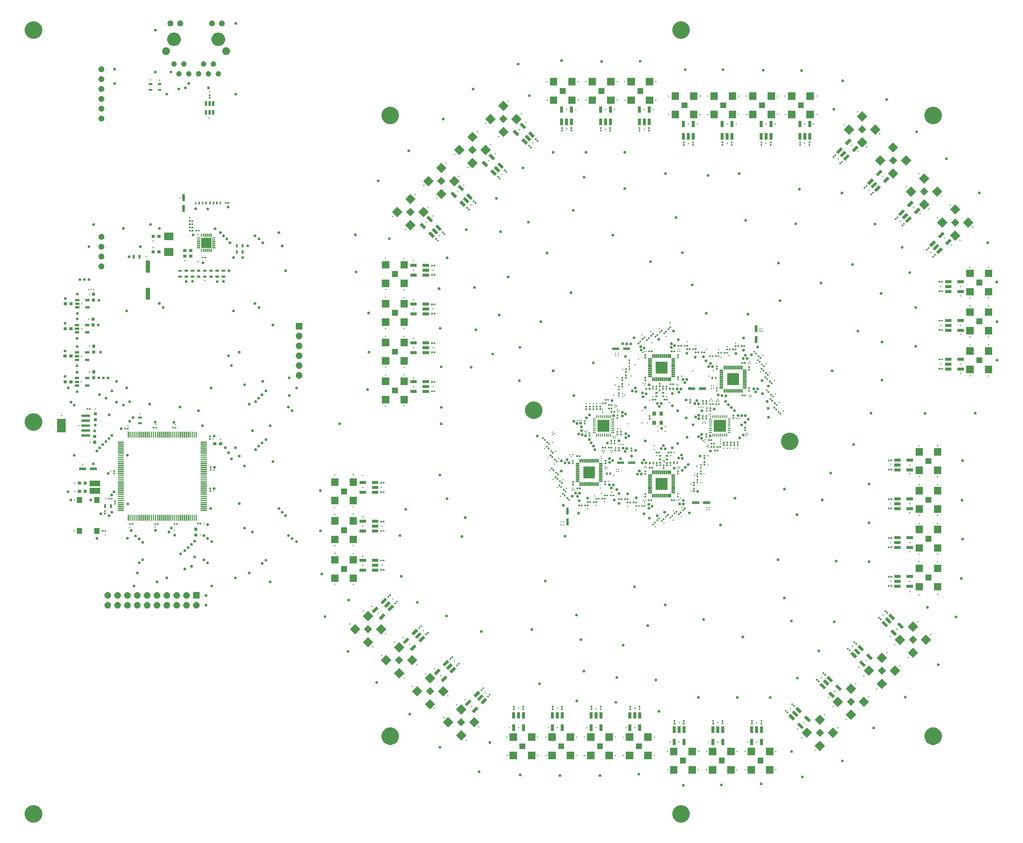
<source format=gts>
G04 #@! TF.GenerationSoftware,KiCad,Pcbnew,(5.0.1)-4*
G04 #@! TF.CreationDate,2018-12-21T14:08:07-08:00*
G04 #@! TF.ProjectId,EllBayInd-LocOsc,456C6C426179496E642D4C6F634F7363,rev?*
G04 #@! TF.SameCoordinates,Original*
G04 #@! TF.FileFunction,Soldermask,Top*
G04 #@! TF.FilePolarity,Negative*
%FSLAX46Y46*%
G04 Gerber Fmt 4.6, Leading zero omitted, Abs format (unit mm)*
G04 Created by KiCad (PCBNEW (5.0.1)-4) date 12/21/2018 2:08:07 PM*
%MOMM*%
%LPD*%
G01*
G04 APERTURE LIST*
%ADD10C,0.200000*%
G04 APERTURE END LIST*
D10*
G36*
X195656297Y-227836465D02*
X195656298Y-227836465D01*
X195656301Y-227836466D01*
X196065775Y-228006076D01*
X196065777Y-228006077D01*
X196429387Y-228249034D01*
X196434292Y-228252311D01*
X196747689Y-228565708D01*
X196993924Y-228934225D01*
X197163534Y-229343699D01*
X197250000Y-229778394D01*
X197250000Y-230221606D01*
X197163534Y-230656301D01*
X196993924Y-231065775D01*
X196747689Y-231434292D01*
X196434292Y-231747689D01*
X196434289Y-231747691D01*
X196065777Y-231993923D01*
X196065776Y-231993924D01*
X196065775Y-231993924D01*
X195656301Y-232163534D01*
X195656298Y-232163535D01*
X195656297Y-232163535D01*
X195221608Y-232250000D01*
X194778392Y-232250000D01*
X194343703Y-232163535D01*
X194343702Y-232163535D01*
X194343699Y-232163534D01*
X193934225Y-231993924D01*
X193934224Y-231993924D01*
X193934223Y-231993923D01*
X193565711Y-231747691D01*
X193565708Y-231747689D01*
X193252311Y-231434292D01*
X193006076Y-231065775D01*
X192836466Y-230656301D01*
X192750000Y-230221606D01*
X192750000Y-229778394D01*
X192836466Y-229343699D01*
X193006076Y-228934225D01*
X193252311Y-228565708D01*
X193565708Y-228252311D01*
X193570613Y-228249034D01*
X193934223Y-228006077D01*
X193934225Y-228006076D01*
X194343699Y-227836466D01*
X194343702Y-227836465D01*
X194343703Y-227836465D01*
X194778392Y-227750000D01*
X195221608Y-227750000D01*
X195656297Y-227836465D01*
X195656297Y-227836465D01*
G37*
G36*
X28656297Y-227836465D02*
X28656298Y-227836465D01*
X28656301Y-227836466D01*
X29065775Y-228006076D01*
X29065777Y-228006077D01*
X29429387Y-228249034D01*
X29434292Y-228252311D01*
X29747689Y-228565708D01*
X29993924Y-228934225D01*
X30163534Y-229343699D01*
X30250000Y-229778394D01*
X30250000Y-230221606D01*
X30163534Y-230656301D01*
X29993924Y-231065775D01*
X29747689Y-231434292D01*
X29434292Y-231747689D01*
X29434289Y-231747691D01*
X29065777Y-231993923D01*
X29065776Y-231993924D01*
X29065775Y-231993924D01*
X28656301Y-232163534D01*
X28656298Y-232163535D01*
X28656297Y-232163535D01*
X28221608Y-232250000D01*
X27778392Y-232250000D01*
X27343703Y-232163535D01*
X27343702Y-232163535D01*
X27343699Y-232163534D01*
X26934225Y-231993924D01*
X26934224Y-231993924D01*
X26934223Y-231993923D01*
X26565711Y-231747691D01*
X26565708Y-231747689D01*
X26252311Y-231434292D01*
X26006076Y-231065775D01*
X25836466Y-230656301D01*
X25750000Y-230221606D01*
X25750000Y-229778394D01*
X25836466Y-229343699D01*
X26006076Y-228934225D01*
X26252311Y-228565708D01*
X26565708Y-228252311D01*
X26570613Y-228249034D01*
X26934223Y-228006077D01*
X26934225Y-228006076D01*
X27343699Y-227836466D01*
X27343702Y-227836465D01*
X27343703Y-227836465D01*
X27778392Y-227750000D01*
X28221608Y-227750000D01*
X28656297Y-227836465D01*
X28656297Y-227836465D01*
G37*
G36*
X195679591Y-222304650D02*
X195724633Y-222323307D01*
X195743290Y-222331035D01*
X195800352Y-222369164D01*
X195800612Y-222369337D01*
X195849363Y-222418088D01*
X195849365Y-222418091D01*
X195887665Y-222475410D01*
X195887666Y-222475413D01*
X195914050Y-222539109D01*
X195927500Y-222606728D01*
X195927500Y-222675672D01*
X195914050Y-222743291D01*
X195900746Y-222775409D01*
X195887665Y-222806990D01*
X195850597Y-222862465D01*
X195849363Y-222864312D01*
X195800612Y-222913063D01*
X195800609Y-222913065D01*
X195743290Y-222951365D01*
X195724633Y-222959093D01*
X195679591Y-222977750D01*
X195611972Y-222991200D01*
X195543028Y-222991200D01*
X195475409Y-222977750D01*
X195430367Y-222959093D01*
X195411710Y-222951365D01*
X195354391Y-222913065D01*
X195354388Y-222913063D01*
X195305637Y-222864312D01*
X195304403Y-222862465D01*
X195267335Y-222806990D01*
X195254254Y-222775409D01*
X195240950Y-222743291D01*
X195227500Y-222675672D01*
X195227500Y-222606728D01*
X195240950Y-222539109D01*
X195267334Y-222475413D01*
X195267335Y-222475410D01*
X195305635Y-222418091D01*
X195305637Y-222418088D01*
X195354388Y-222369337D01*
X195354648Y-222369164D01*
X195411710Y-222331035D01*
X195430367Y-222323307D01*
X195475409Y-222304650D01*
X195543028Y-222291200D01*
X195611972Y-222291200D01*
X195679591Y-222304650D01*
X195679591Y-222304650D01*
G37*
G36*
X205496691Y-222215750D02*
X205541733Y-222234407D01*
X205560390Y-222242135D01*
X205617452Y-222280264D01*
X205617712Y-222280437D01*
X205666463Y-222329188D01*
X205666465Y-222329191D01*
X205704765Y-222386510D01*
X205704766Y-222386513D01*
X205731150Y-222450209D01*
X205744600Y-222517828D01*
X205744600Y-222586772D01*
X205731150Y-222654391D01*
X205722336Y-222675669D01*
X205704765Y-222718090D01*
X205687925Y-222743292D01*
X205666463Y-222775412D01*
X205617712Y-222824163D01*
X205617709Y-222824165D01*
X205560390Y-222862465D01*
X205541733Y-222870193D01*
X205496691Y-222888850D01*
X205429072Y-222902300D01*
X205360128Y-222902300D01*
X205292509Y-222888850D01*
X205247467Y-222870193D01*
X205228810Y-222862465D01*
X205171491Y-222824165D01*
X205171488Y-222824163D01*
X205122737Y-222775412D01*
X205101275Y-222743292D01*
X205084435Y-222718090D01*
X205066864Y-222675669D01*
X205058050Y-222654391D01*
X205044600Y-222586772D01*
X205044600Y-222517828D01*
X205058050Y-222450209D01*
X205084434Y-222386513D01*
X205084435Y-222386510D01*
X205122735Y-222329191D01*
X205122737Y-222329188D01*
X205171488Y-222280437D01*
X205171748Y-222280264D01*
X205228810Y-222242135D01*
X205247467Y-222234407D01*
X205292509Y-222215750D01*
X205360128Y-222202300D01*
X205429072Y-222202300D01*
X205496691Y-222215750D01*
X205496691Y-222215750D01*
G37*
G36*
X215745591Y-221961750D02*
X215790633Y-221980407D01*
X215809290Y-221988135D01*
X215866352Y-222026264D01*
X215866612Y-222026437D01*
X215915363Y-222075188D01*
X215915365Y-222075191D01*
X215953665Y-222132510D01*
X215953666Y-222132513D01*
X215980050Y-222196209D01*
X215993500Y-222263828D01*
X215993500Y-222332772D01*
X215980050Y-222400391D01*
X215972718Y-222418091D01*
X215953665Y-222464090D01*
X215917758Y-222517828D01*
X215915363Y-222521412D01*
X215866612Y-222570163D01*
X215866609Y-222570165D01*
X215809290Y-222608465D01*
X215790633Y-222616193D01*
X215745591Y-222634850D01*
X215677972Y-222648300D01*
X215609028Y-222648300D01*
X215541409Y-222634850D01*
X215496367Y-222616193D01*
X215477710Y-222608465D01*
X215420391Y-222570165D01*
X215420388Y-222570163D01*
X215371637Y-222521412D01*
X215369242Y-222517828D01*
X215333335Y-222464090D01*
X215314282Y-222418091D01*
X215306950Y-222400391D01*
X215293500Y-222332772D01*
X215293500Y-222263828D01*
X215306950Y-222196209D01*
X215333334Y-222132513D01*
X215333335Y-222132510D01*
X215371635Y-222075191D01*
X215371637Y-222075188D01*
X215420388Y-222026437D01*
X215420648Y-222026264D01*
X215477710Y-221988135D01*
X215496367Y-221980407D01*
X215541409Y-221961750D01*
X215609028Y-221948300D01*
X215677972Y-221948300D01*
X215745591Y-221961750D01*
X215745591Y-221961750D01*
G37*
G36*
X226375491Y-220145650D02*
X226420533Y-220164307D01*
X226439190Y-220172035D01*
X226496252Y-220210164D01*
X226496512Y-220210337D01*
X226545263Y-220259088D01*
X226545265Y-220259091D01*
X226583565Y-220316410D01*
X226583566Y-220316413D01*
X226609950Y-220380109D01*
X226623400Y-220447728D01*
X226623400Y-220516672D01*
X226609950Y-220584291D01*
X226591293Y-220629333D01*
X226583565Y-220647990D01*
X226545436Y-220705052D01*
X226545263Y-220705312D01*
X226496512Y-220754063D01*
X226496509Y-220754065D01*
X226439190Y-220792365D01*
X226420533Y-220800093D01*
X226375491Y-220818750D01*
X226307872Y-220832200D01*
X226238928Y-220832200D01*
X226171309Y-220818750D01*
X226126267Y-220800093D01*
X226107610Y-220792365D01*
X226050291Y-220754065D01*
X226050288Y-220754063D01*
X226001537Y-220705312D01*
X226001364Y-220705052D01*
X225963235Y-220647990D01*
X225955507Y-220629333D01*
X225936850Y-220584291D01*
X225923400Y-220516672D01*
X225923400Y-220447728D01*
X225936850Y-220380109D01*
X225963234Y-220316413D01*
X225963235Y-220316410D01*
X226001535Y-220259091D01*
X226001537Y-220259088D01*
X226050288Y-220210337D01*
X226050548Y-220210164D01*
X226107610Y-220172035D01*
X226126267Y-220164307D01*
X226171309Y-220145650D01*
X226238928Y-220132200D01*
X226307872Y-220132200D01*
X226375491Y-220145650D01*
X226375491Y-220145650D01*
G37*
G36*
X163866091Y-219777350D02*
X163911133Y-219796007D01*
X163929790Y-219803735D01*
X163986852Y-219841864D01*
X163987112Y-219842037D01*
X164035863Y-219890788D01*
X164035865Y-219890791D01*
X164074165Y-219948110D01*
X164074166Y-219948113D01*
X164100550Y-220011809D01*
X164114000Y-220079428D01*
X164114000Y-220148372D01*
X164100550Y-220215991D01*
X164082749Y-220258965D01*
X164074165Y-220279690D01*
X164049629Y-220316410D01*
X164035863Y-220337012D01*
X163987112Y-220385763D01*
X163987109Y-220385765D01*
X163929790Y-220424065D01*
X163911133Y-220431793D01*
X163866091Y-220450450D01*
X163798472Y-220463900D01*
X163729528Y-220463900D01*
X163661909Y-220450450D01*
X163616867Y-220431793D01*
X163598210Y-220424065D01*
X163540891Y-220385765D01*
X163540888Y-220385763D01*
X163492137Y-220337012D01*
X163478371Y-220316410D01*
X163453835Y-220279690D01*
X163445251Y-220258965D01*
X163427450Y-220215991D01*
X163414000Y-220148372D01*
X163414000Y-220079428D01*
X163427450Y-220011809D01*
X163453834Y-219948113D01*
X163453835Y-219948110D01*
X163492135Y-219890791D01*
X163492137Y-219890788D01*
X163540888Y-219842037D01*
X163541148Y-219841864D01*
X163598210Y-219803735D01*
X163616867Y-219796007D01*
X163661909Y-219777350D01*
X163729528Y-219763900D01*
X163798472Y-219763900D01*
X163866091Y-219777350D01*
X163866091Y-219777350D01*
G37*
G36*
X174203891Y-219777350D02*
X174248933Y-219796007D01*
X174267590Y-219803735D01*
X174324652Y-219841864D01*
X174324912Y-219842037D01*
X174373663Y-219890788D01*
X174373665Y-219890791D01*
X174411965Y-219948110D01*
X174411966Y-219948113D01*
X174438350Y-220011809D01*
X174451800Y-220079428D01*
X174451800Y-220148372D01*
X174438350Y-220215991D01*
X174420549Y-220258965D01*
X174411965Y-220279690D01*
X174387429Y-220316410D01*
X174373663Y-220337012D01*
X174324912Y-220385763D01*
X174324909Y-220385765D01*
X174267590Y-220424065D01*
X174248933Y-220431793D01*
X174203891Y-220450450D01*
X174136272Y-220463900D01*
X174067328Y-220463900D01*
X173999709Y-220450450D01*
X173954667Y-220431793D01*
X173936010Y-220424065D01*
X173878691Y-220385765D01*
X173878688Y-220385763D01*
X173829937Y-220337012D01*
X173816171Y-220316410D01*
X173791635Y-220279690D01*
X173783051Y-220258965D01*
X173765250Y-220215991D01*
X173751800Y-220148372D01*
X173751800Y-220079428D01*
X173765250Y-220011809D01*
X173791634Y-219948113D01*
X173791635Y-219948110D01*
X173829935Y-219890791D01*
X173829937Y-219890788D01*
X173878688Y-219842037D01*
X173878948Y-219841864D01*
X173936010Y-219803735D01*
X173954667Y-219796007D01*
X173999709Y-219777350D01*
X174067328Y-219763900D01*
X174136272Y-219763900D01*
X174203891Y-219777350D01*
X174203891Y-219777350D01*
G37*
G36*
X153617191Y-219612250D02*
X153662233Y-219630907D01*
X153680890Y-219638635D01*
X153726196Y-219668908D01*
X153738212Y-219676937D01*
X153786963Y-219725688D01*
X153786965Y-219725691D01*
X153825265Y-219783010D01*
X153825266Y-219783013D01*
X153851650Y-219846709D01*
X153865100Y-219914328D01*
X153865100Y-219983272D01*
X153851650Y-220050891D01*
X153832993Y-220095933D01*
X153825265Y-220114590D01*
X153804511Y-220145650D01*
X153786963Y-220171912D01*
X153738212Y-220220663D01*
X153738209Y-220220665D01*
X153680890Y-220258965D01*
X153662233Y-220266693D01*
X153617191Y-220285350D01*
X153549572Y-220298800D01*
X153480628Y-220298800D01*
X153413009Y-220285350D01*
X153367967Y-220266693D01*
X153349310Y-220258965D01*
X153291991Y-220220665D01*
X153291988Y-220220663D01*
X153243237Y-220171912D01*
X153225689Y-220145650D01*
X153204935Y-220114590D01*
X153197207Y-220095933D01*
X153178550Y-220050891D01*
X153165100Y-219983272D01*
X153165100Y-219914328D01*
X153178550Y-219846709D01*
X153204934Y-219783013D01*
X153204935Y-219783010D01*
X153243235Y-219725691D01*
X153243237Y-219725688D01*
X153291988Y-219676937D01*
X153304004Y-219668908D01*
X153349310Y-219638635D01*
X153367967Y-219630907D01*
X153413009Y-219612250D01*
X153480628Y-219598800D01*
X153549572Y-219598800D01*
X153617191Y-219612250D01*
X153617191Y-219612250D01*
G37*
G36*
X184211491Y-219434450D02*
X184256533Y-219453107D01*
X184275190Y-219460835D01*
X184330734Y-219497949D01*
X184332512Y-219499137D01*
X184381263Y-219547888D01*
X184381265Y-219547891D01*
X184419565Y-219605210D01*
X184419566Y-219605213D01*
X184445950Y-219668909D01*
X184459400Y-219736528D01*
X184459400Y-219805472D01*
X184445950Y-219873091D01*
X184438618Y-219890791D01*
X184419565Y-219936790D01*
X184388508Y-219983269D01*
X184381263Y-219994112D01*
X184332512Y-220042863D01*
X184332509Y-220042865D01*
X184275190Y-220081165D01*
X184256533Y-220088893D01*
X184211491Y-220107550D01*
X184143872Y-220121000D01*
X184074928Y-220121000D01*
X184007309Y-220107550D01*
X183962267Y-220088893D01*
X183943610Y-220081165D01*
X183886291Y-220042865D01*
X183886288Y-220042863D01*
X183837537Y-219994112D01*
X183830292Y-219983269D01*
X183799235Y-219936790D01*
X183780182Y-219890791D01*
X183772850Y-219873091D01*
X183759400Y-219805472D01*
X183759400Y-219736528D01*
X183772850Y-219668909D01*
X183799234Y-219605213D01*
X183799235Y-219605210D01*
X183837535Y-219547891D01*
X183837537Y-219547888D01*
X183886288Y-219499137D01*
X183888066Y-219497949D01*
X183943610Y-219460835D01*
X183962267Y-219453107D01*
X184007309Y-219434450D01*
X184074928Y-219421000D01*
X184143872Y-219421000D01*
X184211491Y-219434450D01*
X184211491Y-219434450D01*
G37*
G36*
X208825000Y-219625000D02*
X206925000Y-219625000D01*
X206925000Y-217725000D01*
X208825000Y-217725000D01*
X208825000Y-219625000D01*
X208825000Y-219625000D01*
G37*
G36*
X194075000Y-219625000D02*
X192175000Y-219625000D01*
X192175000Y-217725000D01*
X194075000Y-217725000D01*
X194075000Y-219625000D01*
X194075000Y-219625000D01*
G37*
G36*
X198825000Y-219625000D02*
X196925000Y-219625000D01*
X196925000Y-217725000D01*
X198825000Y-217725000D01*
X198825000Y-219625000D01*
X198825000Y-219625000D01*
G37*
G36*
X204075000Y-219625000D02*
X202175000Y-219625000D01*
X202175000Y-217725000D01*
X204075000Y-217725000D01*
X204075000Y-219625000D01*
X204075000Y-219625000D01*
G37*
G36*
X218825000Y-219625000D02*
X216925000Y-219625000D01*
X216925000Y-217725000D01*
X218825000Y-217725000D01*
X218825000Y-219625000D01*
X218825000Y-219625000D01*
G37*
G36*
X214075000Y-219625000D02*
X212175000Y-219625000D01*
X212175000Y-217725000D01*
X214075000Y-217725000D01*
X214075000Y-219625000D01*
X214075000Y-219625000D01*
G37*
G36*
X143012691Y-218824850D02*
X143049266Y-218840000D01*
X143076390Y-218851235D01*
X143133452Y-218889364D01*
X143133712Y-218889537D01*
X143182463Y-218938288D01*
X143182465Y-218938291D01*
X143220765Y-218995610D01*
X143220766Y-218995613D01*
X143247150Y-219059309D01*
X143260600Y-219126928D01*
X143260600Y-219195872D01*
X143247150Y-219263491D01*
X143228493Y-219308533D01*
X143220765Y-219327190D01*
X143182636Y-219384252D01*
X143182463Y-219384512D01*
X143133712Y-219433263D01*
X143133709Y-219433265D01*
X143076390Y-219471565D01*
X143057733Y-219479293D01*
X143012691Y-219497950D01*
X142945072Y-219511400D01*
X142876128Y-219511400D01*
X142808509Y-219497950D01*
X142763467Y-219479293D01*
X142744810Y-219471565D01*
X142687491Y-219433265D01*
X142687488Y-219433263D01*
X142638737Y-219384512D01*
X142638564Y-219384252D01*
X142600435Y-219327190D01*
X142592707Y-219308533D01*
X142574050Y-219263491D01*
X142560600Y-219195872D01*
X142560600Y-219126928D01*
X142574050Y-219059309D01*
X142600434Y-218995613D01*
X142600435Y-218995610D01*
X142638735Y-218938291D01*
X142638737Y-218938288D01*
X142687488Y-218889537D01*
X142687748Y-218889364D01*
X142744810Y-218851235D01*
X142771934Y-218840000D01*
X142808509Y-218824850D01*
X142876128Y-218811400D01*
X142945072Y-218811400D01*
X143012691Y-218824850D01*
X143012691Y-218824850D01*
G37*
G36*
X211563753Y-218545764D02*
X211573404Y-218549762D01*
X211591049Y-218557070D01*
X211591052Y-218557072D01*
X211615620Y-218573487D01*
X211636513Y-218594380D01*
X211651123Y-218616247D01*
X211652930Y-218618951D01*
X211659670Y-218635225D01*
X211663813Y-218645225D01*
X211664236Y-218646248D01*
X211670000Y-218675225D01*
X211670000Y-218704775D01*
X211664236Y-218733752D01*
X211652930Y-218761049D01*
X211652928Y-218761052D01*
X211636513Y-218785620D01*
X211615620Y-218806513D01*
X211591052Y-218822928D01*
X211591049Y-218822930D01*
X211573979Y-218830000D01*
X211563753Y-218834236D01*
X211534775Y-218840000D01*
X211505225Y-218840000D01*
X211476247Y-218834236D01*
X211466021Y-218830000D01*
X211448951Y-218822930D01*
X211448948Y-218822928D01*
X211424380Y-218806513D01*
X211403487Y-218785620D01*
X211387072Y-218761052D01*
X211387070Y-218761049D01*
X211375764Y-218733752D01*
X211370000Y-218704775D01*
X211370000Y-218675225D01*
X211375764Y-218646248D01*
X211376188Y-218645225D01*
X211380330Y-218635225D01*
X211387070Y-218618951D01*
X211388877Y-218616247D01*
X211403487Y-218594380D01*
X211424380Y-218573487D01*
X211448948Y-218557072D01*
X211448951Y-218557070D01*
X211466596Y-218549762D01*
X211476247Y-218545764D01*
X211505225Y-218540000D01*
X211534775Y-218540000D01*
X211563753Y-218545764D01*
X211563753Y-218545764D01*
G37*
G36*
X209453753Y-218535764D02*
X209463404Y-218539762D01*
X209481049Y-218547070D01*
X209481052Y-218547072D01*
X209505620Y-218563487D01*
X209526513Y-218584380D01*
X209533194Y-218594380D01*
X209542930Y-218608951D01*
X209547072Y-218618951D01*
X209554236Y-218636247D01*
X209560000Y-218665226D01*
X209560000Y-218694774D01*
X209554236Y-218723753D01*
X209550238Y-218733404D01*
X209542930Y-218751049D01*
X209542928Y-218751052D01*
X209526513Y-218775620D01*
X209505620Y-218796513D01*
X209490653Y-218806513D01*
X209481049Y-218812930D01*
X209463404Y-218820238D01*
X209453753Y-218824236D01*
X209424775Y-218830000D01*
X209395225Y-218830000D01*
X209366247Y-218824236D01*
X209356596Y-218820238D01*
X209338951Y-218812930D01*
X209329347Y-218806513D01*
X209314380Y-218796513D01*
X209293487Y-218775620D01*
X209277072Y-218751052D01*
X209277070Y-218751049D01*
X209269762Y-218733404D01*
X209265764Y-218723753D01*
X209260000Y-218694774D01*
X209260000Y-218665226D01*
X209265764Y-218636247D01*
X209272928Y-218618951D01*
X209277070Y-218608951D01*
X209286806Y-218594380D01*
X209293487Y-218584380D01*
X209314380Y-218563487D01*
X209338948Y-218547072D01*
X209338951Y-218547070D01*
X209356596Y-218539762D01*
X209366247Y-218535764D01*
X209395225Y-218530000D01*
X209424775Y-218530000D01*
X209453753Y-218535764D01*
X209453753Y-218535764D01*
G37*
G36*
X201593753Y-218535764D02*
X201603404Y-218539762D01*
X201621049Y-218547070D01*
X201621052Y-218547072D01*
X201645620Y-218563487D01*
X201666513Y-218584380D01*
X201673194Y-218594380D01*
X201682930Y-218608951D01*
X201687072Y-218618951D01*
X201694236Y-218636247D01*
X201700000Y-218665226D01*
X201700000Y-218694774D01*
X201694236Y-218723753D01*
X201690238Y-218733404D01*
X201682930Y-218751049D01*
X201682928Y-218751052D01*
X201666513Y-218775620D01*
X201645620Y-218796513D01*
X201630653Y-218806513D01*
X201621049Y-218812930D01*
X201603404Y-218820238D01*
X201593753Y-218824236D01*
X201564775Y-218830000D01*
X201535225Y-218830000D01*
X201506247Y-218824236D01*
X201496596Y-218820238D01*
X201478951Y-218812930D01*
X201469347Y-218806513D01*
X201454380Y-218796513D01*
X201433487Y-218775620D01*
X201417072Y-218751052D01*
X201417070Y-218751049D01*
X201409762Y-218733404D01*
X201405764Y-218723753D01*
X201400000Y-218694774D01*
X201400000Y-218665226D01*
X201405764Y-218636247D01*
X201412928Y-218618951D01*
X201417070Y-218608951D01*
X201426806Y-218594380D01*
X201433487Y-218584380D01*
X201454380Y-218563487D01*
X201478948Y-218547072D01*
X201478951Y-218547070D01*
X201496596Y-218539762D01*
X201506247Y-218535764D01*
X201535225Y-218530000D01*
X201564775Y-218530000D01*
X201593753Y-218535764D01*
X201593753Y-218535764D01*
G37*
G36*
X219483753Y-218515764D02*
X219493404Y-218519762D01*
X219511049Y-218527070D01*
X219511052Y-218527072D01*
X219535620Y-218543487D01*
X219556513Y-218564380D01*
X219569876Y-218584380D01*
X219572930Y-218588951D01*
X219580094Y-218606247D01*
X219584236Y-218616247D01*
X219590000Y-218645226D01*
X219590000Y-218674774D01*
X219584236Y-218703753D01*
X219580238Y-218713404D01*
X219572930Y-218731049D01*
X219572928Y-218731052D01*
X219556513Y-218755620D01*
X219535620Y-218776513D01*
X219511052Y-218792928D01*
X219511049Y-218792930D01*
X219493979Y-218800000D01*
X219483753Y-218804236D01*
X219472310Y-218806512D01*
X219454775Y-218810000D01*
X219425225Y-218810000D01*
X219407690Y-218806512D01*
X219396247Y-218804236D01*
X219386021Y-218800000D01*
X219368951Y-218792930D01*
X219368948Y-218792928D01*
X219344380Y-218776513D01*
X219323487Y-218755620D01*
X219307072Y-218731052D01*
X219307070Y-218731049D01*
X219299762Y-218713404D01*
X219295764Y-218703753D01*
X219290000Y-218674774D01*
X219290000Y-218645226D01*
X219295764Y-218616247D01*
X219299906Y-218606247D01*
X219307070Y-218588951D01*
X219310124Y-218584380D01*
X219323487Y-218564380D01*
X219344380Y-218543487D01*
X219368948Y-218527072D01*
X219368951Y-218527070D01*
X219386596Y-218519762D01*
X219396247Y-218515764D01*
X219425225Y-218510000D01*
X219454775Y-218510000D01*
X219483753Y-218515764D01*
X219483753Y-218515764D01*
G37*
G36*
X191563753Y-218505764D02*
X191573404Y-218509762D01*
X191591049Y-218517070D01*
X191591052Y-218517072D01*
X191615620Y-218533487D01*
X191636513Y-218554380D01*
X191642598Y-218563488D01*
X191652930Y-218578951D01*
X191657072Y-218588951D01*
X191664236Y-218606247D01*
X191670000Y-218635226D01*
X191670000Y-218664774D01*
X191664236Y-218693753D01*
X191660238Y-218703404D01*
X191652930Y-218721049D01*
X191652928Y-218721052D01*
X191636513Y-218745620D01*
X191615620Y-218766513D01*
X191600653Y-218776513D01*
X191591049Y-218782930D01*
X191573404Y-218790238D01*
X191563753Y-218794236D01*
X191552310Y-218796512D01*
X191534775Y-218800000D01*
X191505225Y-218800000D01*
X191487690Y-218796512D01*
X191476247Y-218794236D01*
X191466596Y-218790238D01*
X191448951Y-218782930D01*
X191439347Y-218776513D01*
X191424380Y-218766513D01*
X191403487Y-218745620D01*
X191387072Y-218721052D01*
X191387070Y-218721049D01*
X191379762Y-218703404D01*
X191375764Y-218693753D01*
X191370000Y-218664774D01*
X191370000Y-218635226D01*
X191375764Y-218606247D01*
X191382928Y-218588951D01*
X191387070Y-218578951D01*
X191397402Y-218563488D01*
X191403487Y-218554380D01*
X191424380Y-218533487D01*
X191448948Y-218517072D01*
X191448951Y-218517070D01*
X191466596Y-218509762D01*
X191476247Y-218505764D01*
X191505225Y-218500000D01*
X191534775Y-218500000D01*
X191563753Y-218505764D01*
X191563753Y-218505764D01*
G37*
G36*
X199533753Y-218505764D02*
X199543404Y-218509762D01*
X199561049Y-218517070D01*
X199561052Y-218517072D01*
X199585620Y-218533487D01*
X199606513Y-218554380D01*
X199612598Y-218563488D01*
X199622930Y-218578951D01*
X199627072Y-218588951D01*
X199634236Y-218606247D01*
X199640000Y-218635226D01*
X199640000Y-218664774D01*
X199634236Y-218693753D01*
X199630238Y-218703404D01*
X199622930Y-218721049D01*
X199622928Y-218721052D01*
X199606513Y-218745620D01*
X199585620Y-218766513D01*
X199570653Y-218776513D01*
X199561049Y-218782930D01*
X199543404Y-218790238D01*
X199533753Y-218794236D01*
X199522310Y-218796512D01*
X199504775Y-218800000D01*
X199475225Y-218800000D01*
X199457690Y-218796512D01*
X199446247Y-218794236D01*
X199436596Y-218790238D01*
X199418951Y-218782930D01*
X199409347Y-218776513D01*
X199394380Y-218766513D01*
X199373487Y-218745620D01*
X199357072Y-218721052D01*
X199357070Y-218721049D01*
X199349762Y-218703404D01*
X199345764Y-218693753D01*
X199340000Y-218664774D01*
X199340000Y-218635226D01*
X199345764Y-218606247D01*
X199352928Y-218588951D01*
X199357070Y-218578951D01*
X199367402Y-218563488D01*
X199373487Y-218554380D01*
X199394380Y-218533487D01*
X199418948Y-218517072D01*
X199418951Y-218517070D01*
X199436596Y-218509762D01*
X199446247Y-218505764D01*
X199475225Y-218500000D01*
X199504775Y-218500000D01*
X199533753Y-218505764D01*
X199533753Y-218505764D01*
G37*
G36*
X206250000Y-217050000D02*
X204750000Y-217050000D01*
X204750000Y-215550000D01*
X206250000Y-215550000D01*
X206250000Y-217050000D01*
X206250000Y-217050000D01*
G37*
G36*
X196250000Y-217050000D02*
X194750000Y-217050000D01*
X194750000Y-215550000D01*
X196250000Y-215550000D01*
X196250000Y-217050000D01*
X196250000Y-217050000D01*
G37*
G36*
X216250000Y-217050000D02*
X214750000Y-217050000D01*
X214750000Y-215550000D01*
X216250000Y-215550000D01*
X216250000Y-217050000D01*
X216250000Y-217050000D01*
G37*
G36*
X236687891Y-216043550D02*
X236732933Y-216062207D01*
X236751590Y-216069935D01*
X236808652Y-216108064D01*
X236808912Y-216108237D01*
X236857663Y-216156988D01*
X236857665Y-216156991D01*
X236895965Y-216214310D01*
X236895966Y-216214313D01*
X236922350Y-216278009D01*
X236935800Y-216345628D01*
X236935800Y-216414572D01*
X236922350Y-216482191D01*
X236903693Y-216527233D01*
X236895965Y-216545890D01*
X236857836Y-216602952D01*
X236857663Y-216603212D01*
X236808912Y-216651963D01*
X236808909Y-216651965D01*
X236751590Y-216690265D01*
X236732933Y-216697993D01*
X236687891Y-216716650D01*
X236620272Y-216730100D01*
X236551328Y-216730100D01*
X236483709Y-216716650D01*
X236438667Y-216697993D01*
X236420010Y-216690265D01*
X236362691Y-216651965D01*
X236362688Y-216651963D01*
X236313937Y-216603212D01*
X236313764Y-216602952D01*
X236275635Y-216545890D01*
X236267907Y-216527233D01*
X236249250Y-216482191D01*
X236235800Y-216414572D01*
X236235800Y-216345628D01*
X236249250Y-216278009D01*
X236275634Y-216214313D01*
X236275635Y-216214310D01*
X236313935Y-216156991D01*
X236313937Y-216156988D01*
X236362688Y-216108237D01*
X236362948Y-216108064D01*
X236420010Y-216069935D01*
X236438667Y-216062207D01*
X236483709Y-216043550D01*
X236551328Y-216030100D01*
X236620272Y-216030100D01*
X236687891Y-216043550D01*
X236687891Y-216043550D01*
G37*
G36*
X182675000Y-215925000D02*
X180775000Y-215925000D01*
X180775000Y-214025000D01*
X182675000Y-214025000D01*
X182675000Y-215925000D01*
X182675000Y-215925000D01*
G37*
G36*
X152675000Y-215925000D02*
X150775000Y-215925000D01*
X150775000Y-214025000D01*
X152675000Y-214025000D01*
X152675000Y-215925000D01*
X152675000Y-215925000D01*
G37*
G36*
X187425000Y-215925000D02*
X185525000Y-215925000D01*
X185525000Y-214025000D01*
X187425000Y-214025000D01*
X187425000Y-215925000D01*
X187425000Y-215925000D01*
G37*
G36*
X172675000Y-215925000D02*
X170775000Y-215925000D01*
X170775000Y-214025000D01*
X172675000Y-214025000D01*
X172675000Y-215925000D01*
X172675000Y-215925000D01*
G37*
G36*
X162675000Y-215925000D02*
X160775000Y-215925000D01*
X160775000Y-214025000D01*
X162675000Y-214025000D01*
X162675000Y-215925000D01*
X162675000Y-215925000D01*
G37*
G36*
X167425000Y-215925000D02*
X165525000Y-215925000D01*
X165525000Y-214025000D01*
X167425000Y-214025000D01*
X167425000Y-215925000D01*
X167425000Y-215925000D01*
G37*
G36*
X157425000Y-215925000D02*
X155525000Y-215925000D01*
X155525000Y-214025000D01*
X157425000Y-214025000D01*
X157425000Y-215925000D01*
X157425000Y-215925000D01*
G37*
G36*
X177425000Y-215925000D02*
X175525000Y-215925000D01*
X175525000Y-214025000D01*
X177425000Y-214025000D01*
X177425000Y-215925000D01*
X177425000Y-215925000D01*
G37*
G36*
X170123753Y-214855764D02*
X170133404Y-214859762D01*
X170151049Y-214867070D01*
X170151052Y-214867072D01*
X170175620Y-214883487D01*
X170196513Y-214904380D01*
X170211123Y-214926247D01*
X170212930Y-214928951D01*
X170215529Y-214935226D01*
X170224236Y-214956247D01*
X170230000Y-214985226D01*
X170230000Y-215014774D01*
X170224236Y-215043753D01*
X170220238Y-215053404D01*
X170212930Y-215071049D01*
X170212928Y-215071052D01*
X170196513Y-215095620D01*
X170175620Y-215116513D01*
X170151052Y-215132928D01*
X170151049Y-215132930D01*
X170133404Y-215140238D01*
X170123753Y-215144236D01*
X170109263Y-215147118D01*
X170094775Y-215150000D01*
X170065225Y-215150000D01*
X170050737Y-215147118D01*
X170036247Y-215144236D01*
X170026596Y-215140238D01*
X170008951Y-215132930D01*
X170008948Y-215132928D01*
X169984380Y-215116513D01*
X169963487Y-215095620D01*
X169947072Y-215071052D01*
X169947070Y-215071049D01*
X169939762Y-215053404D01*
X169935764Y-215043753D01*
X169930000Y-215014774D01*
X169930000Y-214985226D01*
X169935764Y-214956247D01*
X169944471Y-214935226D01*
X169947070Y-214928951D01*
X169948877Y-214926247D01*
X169963487Y-214904380D01*
X169984380Y-214883487D01*
X170008948Y-214867072D01*
X170008951Y-214867070D01*
X170026596Y-214859762D01*
X170036247Y-214855764D01*
X170065225Y-214850000D01*
X170094775Y-214850000D01*
X170123753Y-214855764D01*
X170123753Y-214855764D01*
G37*
G36*
X180213753Y-214825764D02*
X180223404Y-214829762D01*
X180241049Y-214837070D01*
X180241052Y-214837072D01*
X180265620Y-214853487D01*
X180286513Y-214874380D01*
X180302928Y-214898948D01*
X180302930Y-214898951D01*
X180305952Y-214906248D01*
X180314236Y-214926247D01*
X180320000Y-214955226D01*
X180320000Y-214984774D01*
X180314236Y-215013753D01*
X180310238Y-215023404D01*
X180302930Y-215041049D01*
X180302928Y-215041052D01*
X180286513Y-215065620D01*
X180265620Y-215086513D01*
X180245434Y-215100000D01*
X180241049Y-215102930D01*
X180223979Y-215110000D01*
X180213753Y-215114236D01*
X180202310Y-215116512D01*
X180184775Y-215120000D01*
X180155225Y-215120000D01*
X180137690Y-215116512D01*
X180126247Y-215114236D01*
X180116021Y-215110000D01*
X180098951Y-215102930D01*
X180094566Y-215100000D01*
X180074380Y-215086513D01*
X180053487Y-215065620D01*
X180037072Y-215041052D01*
X180037070Y-215041049D01*
X180029762Y-215023404D01*
X180025764Y-215013753D01*
X180020000Y-214984774D01*
X180020000Y-214955226D01*
X180025764Y-214926247D01*
X180034048Y-214906248D01*
X180037070Y-214898951D01*
X180037072Y-214898948D01*
X180053487Y-214874380D01*
X180074380Y-214853487D01*
X180098948Y-214837072D01*
X180098951Y-214837070D01*
X180116596Y-214829762D01*
X180126247Y-214825764D01*
X180155225Y-214820000D01*
X180184775Y-214820000D01*
X180213753Y-214825764D01*
X180213753Y-214825764D01*
G37*
G36*
X178123753Y-214825764D02*
X178133404Y-214829762D01*
X178151049Y-214837070D01*
X178151052Y-214837072D01*
X178175620Y-214853487D01*
X178196513Y-214874380D01*
X178212928Y-214898948D01*
X178212930Y-214898951D01*
X178215952Y-214906248D01*
X178224236Y-214926247D01*
X178230000Y-214955226D01*
X178230000Y-214984774D01*
X178224236Y-215013753D01*
X178220238Y-215023404D01*
X178212930Y-215041049D01*
X178212928Y-215041052D01*
X178196513Y-215065620D01*
X178175620Y-215086513D01*
X178155434Y-215100000D01*
X178151049Y-215102930D01*
X178133979Y-215110000D01*
X178123753Y-215114236D01*
X178112310Y-215116512D01*
X178094775Y-215120000D01*
X178065225Y-215120000D01*
X178047690Y-215116512D01*
X178036247Y-215114236D01*
X178026021Y-215110000D01*
X178008951Y-215102930D01*
X178004566Y-215100000D01*
X177984380Y-215086513D01*
X177963487Y-215065620D01*
X177947072Y-215041052D01*
X177947070Y-215041049D01*
X177939762Y-215023404D01*
X177935764Y-215013753D01*
X177930000Y-214984774D01*
X177930000Y-214955226D01*
X177935764Y-214926247D01*
X177944048Y-214906248D01*
X177947070Y-214898951D01*
X177947072Y-214898948D01*
X177963487Y-214874380D01*
X177984380Y-214853487D01*
X178008948Y-214837072D01*
X178008951Y-214837070D01*
X178026596Y-214829762D01*
X178036247Y-214825764D01*
X178065225Y-214820000D01*
X178094775Y-214820000D01*
X178123753Y-214825764D01*
X178123753Y-214825764D01*
G37*
G36*
X150163753Y-214815764D02*
X150173404Y-214819762D01*
X150191049Y-214827070D01*
X150191052Y-214827072D01*
X150215620Y-214843487D01*
X150236513Y-214864380D01*
X150249279Y-214883487D01*
X150252930Y-214888951D01*
X150264236Y-214916248D01*
X150270000Y-214945225D01*
X150270000Y-214974775D01*
X150264236Y-215003752D01*
X150252930Y-215031049D01*
X150252928Y-215031052D01*
X150236513Y-215055620D01*
X150215620Y-215076513D01*
X150200653Y-215086513D01*
X150191049Y-215092930D01*
X150173979Y-215100000D01*
X150163753Y-215104236D01*
X150149263Y-215107118D01*
X150134775Y-215110000D01*
X150105225Y-215110000D01*
X150090737Y-215107118D01*
X150076247Y-215104236D01*
X150066021Y-215100000D01*
X150048951Y-215092930D01*
X150039347Y-215086513D01*
X150024380Y-215076513D01*
X150003487Y-215055620D01*
X149987072Y-215031052D01*
X149987070Y-215031049D01*
X149975764Y-215003752D01*
X149970000Y-214974775D01*
X149970000Y-214945225D01*
X149975764Y-214916248D01*
X149987070Y-214888951D01*
X149990721Y-214883487D01*
X150003487Y-214864380D01*
X150024380Y-214843487D01*
X150048948Y-214827072D01*
X150048951Y-214827070D01*
X150066596Y-214819762D01*
X150076247Y-214815764D01*
X150105225Y-214810000D01*
X150134775Y-214810000D01*
X150163753Y-214815764D01*
X150163753Y-214815764D01*
G37*
G36*
X158083753Y-214805764D02*
X158093404Y-214809762D01*
X158111049Y-214817070D01*
X158111052Y-214817072D01*
X158135620Y-214833487D01*
X158156513Y-214854380D01*
X158164993Y-214867072D01*
X158172930Y-214878951D01*
X158177072Y-214888951D01*
X158183463Y-214904380D01*
X158184236Y-214906248D01*
X158190000Y-214935225D01*
X158190000Y-214964775D01*
X158184236Y-214993752D01*
X158172930Y-215021049D01*
X158172928Y-215021052D01*
X158156513Y-215045620D01*
X158135620Y-215066513D01*
X158120653Y-215076513D01*
X158111049Y-215082930D01*
X158093404Y-215090238D01*
X158083753Y-215094236D01*
X158069263Y-215097118D01*
X158054775Y-215100000D01*
X158025225Y-215100000D01*
X158010737Y-215097118D01*
X157996247Y-215094236D01*
X157986596Y-215090238D01*
X157968951Y-215082930D01*
X157959347Y-215076513D01*
X157944380Y-215066513D01*
X157923487Y-215045620D01*
X157907072Y-215021052D01*
X157907070Y-215021049D01*
X157895764Y-214993752D01*
X157890000Y-214964775D01*
X157890000Y-214935225D01*
X157895764Y-214906248D01*
X157896538Y-214904380D01*
X157902928Y-214888951D01*
X157907070Y-214878951D01*
X157915007Y-214867072D01*
X157923487Y-214854380D01*
X157944380Y-214833487D01*
X157968948Y-214817072D01*
X157968951Y-214817070D01*
X157986596Y-214809762D01*
X157996247Y-214805764D01*
X158025225Y-214800000D01*
X158054775Y-214800000D01*
X158083753Y-214805764D01*
X158083753Y-214805764D01*
G37*
G36*
X160223753Y-214805764D02*
X160233404Y-214809762D01*
X160251049Y-214817070D01*
X160251052Y-214817072D01*
X160275620Y-214833487D01*
X160296513Y-214854380D01*
X160304993Y-214867072D01*
X160312930Y-214878951D01*
X160317072Y-214888951D01*
X160323463Y-214904380D01*
X160324236Y-214906248D01*
X160330000Y-214935225D01*
X160330000Y-214964775D01*
X160324236Y-214993752D01*
X160312930Y-215021049D01*
X160312928Y-215021052D01*
X160296513Y-215045620D01*
X160275620Y-215066513D01*
X160260653Y-215076513D01*
X160251049Y-215082930D01*
X160233404Y-215090238D01*
X160223753Y-215094236D01*
X160209263Y-215097118D01*
X160194775Y-215100000D01*
X160165225Y-215100000D01*
X160150737Y-215097118D01*
X160136247Y-215094236D01*
X160126596Y-215090238D01*
X160108951Y-215082930D01*
X160099347Y-215076513D01*
X160084380Y-215066513D01*
X160063487Y-215045620D01*
X160047072Y-215021052D01*
X160047070Y-215021049D01*
X160035764Y-214993752D01*
X160030000Y-214964775D01*
X160030000Y-214935225D01*
X160035764Y-214906248D01*
X160036538Y-214904380D01*
X160042928Y-214888951D01*
X160047070Y-214878951D01*
X160055007Y-214867072D01*
X160063487Y-214854380D01*
X160084380Y-214833487D01*
X160108948Y-214817072D01*
X160108951Y-214817070D01*
X160126596Y-214809762D01*
X160136247Y-214805764D01*
X160165225Y-214800000D01*
X160194775Y-214800000D01*
X160223753Y-214805764D01*
X160223753Y-214805764D01*
G37*
G36*
X188143753Y-214805764D02*
X188153404Y-214809762D01*
X188171049Y-214817070D01*
X188171052Y-214817072D01*
X188195620Y-214833487D01*
X188216513Y-214854380D01*
X188224993Y-214867072D01*
X188232930Y-214878951D01*
X188237072Y-214888951D01*
X188243463Y-214904380D01*
X188244236Y-214906248D01*
X188250000Y-214935225D01*
X188250000Y-214964775D01*
X188244236Y-214993752D01*
X188232930Y-215021049D01*
X188232928Y-215021052D01*
X188216513Y-215045620D01*
X188195620Y-215066513D01*
X188180653Y-215076513D01*
X188171049Y-215082930D01*
X188153404Y-215090238D01*
X188143753Y-215094236D01*
X188129263Y-215097118D01*
X188114775Y-215100000D01*
X188085225Y-215100000D01*
X188070737Y-215097118D01*
X188056247Y-215094236D01*
X188046596Y-215090238D01*
X188028951Y-215082930D01*
X188019347Y-215076513D01*
X188004380Y-215066513D01*
X187983487Y-215045620D01*
X187967072Y-215021052D01*
X187967070Y-215021049D01*
X187955764Y-214993752D01*
X187950000Y-214964775D01*
X187950000Y-214935225D01*
X187955764Y-214906248D01*
X187956538Y-214904380D01*
X187962928Y-214888951D01*
X187967070Y-214878951D01*
X187975007Y-214867072D01*
X187983487Y-214854380D01*
X188004380Y-214833487D01*
X188028948Y-214817072D01*
X188028951Y-214817070D01*
X188046596Y-214809762D01*
X188056247Y-214805764D01*
X188085225Y-214800000D01*
X188114775Y-214800000D01*
X188143753Y-214805764D01*
X188143753Y-214805764D01*
G37*
G36*
X168123753Y-214805764D02*
X168133404Y-214809762D01*
X168151049Y-214817070D01*
X168151052Y-214817072D01*
X168175620Y-214833487D01*
X168196513Y-214854380D01*
X168204993Y-214867072D01*
X168212930Y-214878951D01*
X168217072Y-214888951D01*
X168223463Y-214904380D01*
X168224236Y-214906248D01*
X168230000Y-214935225D01*
X168230000Y-214964775D01*
X168224236Y-214993752D01*
X168212930Y-215021049D01*
X168212928Y-215021052D01*
X168196513Y-215045620D01*
X168175620Y-215066513D01*
X168160653Y-215076513D01*
X168151049Y-215082930D01*
X168133404Y-215090238D01*
X168123753Y-215094236D01*
X168109263Y-215097118D01*
X168094775Y-215100000D01*
X168065225Y-215100000D01*
X168050737Y-215097118D01*
X168036247Y-215094236D01*
X168026596Y-215090238D01*
X168008951Y-215082930D01*
X167999347Y-215076513D01*
X167984380Y-215066513D01*
X167963487Y-215045620D01*
X167947072Y-215021052D01*
X167947070Y-215021049D01*
X167935764Y-214993752D01*
X167930000Y-214964775D01*
X167930000Y-214935225D01*
X167935764Y-214906248D01*
X167936538Y-214904380D01*
X167942928Y-214888951D01*
X167947070Y-214878951D01*
X167955007Y-214867072D01*
X167963487Y-214854380D01*
X167984380Y-214833487D01*
X168008948Y-214817072D01*
X168008951Y-214817070D01*
X168026596Y-214809762D01*
X168036247Y-214805764D01*
X168065225Y-214800000D01*
X168094775Y-214800000D01*
X168123753Y-214805764D01*
X168123753Y-214805764D01*
G37*
G36*
X208825000Y-214875000D02*
X206925000Y-214875000D01*
X206925000Y-212975000D01*
X208825000Y-212975000D01*
X208825000Y-214875000D01*
X208825000Y-214875000D01*
G37*
G36*
X214075000Y-214875000D02*
X212175000Y-214875000D01*
X212175000Y-212975000D01*
X214075000Y-212975000D01*
X214075000Y-214875000D01*
X214075000Y-214875000D01*
G37*
G36*
X218825000Y-214875000D02*
X216925000Y-214875000D01*
X216925000Y-212975000D01*
X218825000Y-212975000D01*
X218825000Y-214875000D01*
X218825000Y-214875000D01*
G37*
G36*
X198825000Y-214875000D02*
X196925000Y-214875000D01*
X196925000Y-212975000D01*
X198825000Y-212975000D01*
X198825000Y-214875000D01*
X198825000Y-214875000D01*
G37*
G36*
X204075000Y-214875000D02*
X202175000Y-214875000D01*
X202175000Y-212975000D01*
X204075000Y-212975000D01*
X204075000Y-214875000D01*
X204075000Y-214875000D01*
G37*
G36*
X194075000Y-214875000D02*
X192175000Y-214875000D01*
X192175000Y-212975000D01*
X194075000Y-212975000D01*
X194075000Y-214875000D01*
X194075000Y-214875000D01*
G37*
G36*
X223594191Y-213592450D02*
X223639233Y-213611107D01*
X223657890Y-213618835D01*
X223712352Y-213655226D01*
X223715212Y-213657137D01*
X223763963Y-213705888D01*
X223763965Y-213705891D01*
X223802265Y-213763210D01*
X223802266Y-213763213D01*
X223828650Y-213826909D01*
X223842100Y-213894528D01*
X223842100Y-213963472D01*
X223828650Y-214031091D01*
X223819604Y-214052930D01*
X223802265Y-214094790D01*
X223764136Y-214151852D01*
X223763963Y-214152112D01*
X223715212Y-214200863D01*
X223715209Y-214200865D01*
X223657890Y-214239165D01*
X223639233Y-214246893D01*
X223594191Y-214265550D01*
X223526572Y-214279000D01*
X223457628Y-214279000D01*
X223390009Y-214265550D01*
X223344967Y-214246893D01*
X223326310Y-214239165D01*
X223268991Y-214200865D01*
X223268988Y-214200863D01*
X223220237Y-214152112D01*
X223220064Y-214151852D01*
X223181935Y-214094790D01*
X223164596Y-214052930D01*
X223155550Y-214031091D01*
X223142100Y-213963472D01*
X223142100Y-213894528D01*
X223155550Y-213826909D01*
X223181934Y-213763213D01*
X223181935Y-213763210D01*
X223220235Y-213705891D01*
X223220237Y-213705888D01*
X223268988Y-213657137D01*
X223271848Y-213655226D01*
X223326310Y-213618835D01*
X223344967Y-213611107D01*
X223390009Y-213592450D01*
X223457628Y-213579000D01*
X223526572Y-213579000D01*
X223594191Y-213592450D01*
X223594191Y-213592450D01*
G37*
G36*
X219469263Y-213792882D02*
X219483753Y-213795764D01*
X219493404Y-213799762D01*
X219511049Y-213807070D01*
X219511052Y-213807072D01*
X219535620Y-213823487D01*
X219556513Y-213844380D01*
X219572928Y-213868948D01*
X219572930Y-213868951D01*
X219575952Y-213876248D01*
X219584236Y-213896247D01*
X219590000Y-213925226D01*
X219590000Y-213954774D01*
X219584236Y-213983753D01*
X219580238Y-213993404D01*
X219572930Y-214011049D01*
X219572928Y-214011052D01*
X219556513Y-214035620D01*
X219535620Y-214056513D01*
X219515434Y-214070000D01*
X219511049Y-214072930D01*
X219493404Y-214080238D01*
X219483753Y-214084236D01*
X219454775Y-214090000D01*
X219425225Y-214090000D01*
X219396247Y-214084236D01*
X219386596Y-214080238D01*
X219368951Y-214072930D01*
X219364566Y-214070000D01*
X219344380Y-214056513D01*
X219323487Y-214035620D01*
X219307072Y-214011052D01*
X219307070Y-214011049D01*
X219299762Y-213993404D01*
X219295764Y-213983753D01*
X219290000Y-213954774D01*
X219290000Y-213925226D01*
X219295764Y-213896247D01*
X219304048Y-213876248D01*
X219307070Y-213868951D01*
X219307072Y-213868948D01*
X219323487Y-213844380D01*
X219344380Y-213823487D01*
X219368948Y-213807072D01*
X219368951Y-213807070D01*
X219386596Y-213799762D01*
X219396247Y-213795764D01*
X219410737Y-213792882D01*
X219425225Y-213790000D01*
X219454775Y-213790000D01*
X219469263Y-213792882D01*
X219469263Y-213792882D01*
G37*
G36*
X199639263Y-213792882D02*
X199653753Y-213795764D01*
X199663404Y-213799762D01*
X199681049Y-213807070D01*
X199681052Y-213807072D01*
X199705620Y-213823487D01*
X199726513Y-213844380D01*
X199742928Y-213868948D01*
X199742930Y-213868951D01*
X199745952Y-213876248D01*
X199754236Y-213896247D01*
X199760000Y-213925226D01*
X199760000Y-213954774D01*
X199754236Y-213983753D01*
X199750238Y-213993404D01*
X199742930Y-214011049D01*
X199742928Y-214011052D01*
X199726513Y-214035620D01*
X199705620Y-214056513D01*
X199685434Y-214070000D01*
X199681049Y-214072930D01*
X199663404Y-214080238D01*
X199653753Y-214084236D01*
X199624775Y-214090000D01*
X199595225Y-214090000D01*
X199566247Y-214084236D01*
X199556596Y-214080238D01*
X199538951Y-214072930D01*
X199534566Y-214070000D01*
X199514380Y-214056513D01*
X199493487Y-214035620D01*
X199477072Y-214011052D01*
X199477070Y-214011049D01*
X199469762Y-213993404D01*
X199465764Y-213983753D01*
X199460000Y-213954774D01*
X199460000Y-213925226D01*
X199465764Y-213896247D01*
X199474048Y-213876248D01*
X199477070Y-213868951D01*
X199477072Y-213868948D01*
X199493487Y-213844380D01*
X199514380Y-213823487D01*
X199538948Y-213807072D01*
X199538951Y-213807070D01*
X199556596Y-213799762D01*
X199566247Y-213795764D01*
X199580737Y-213792882D01*
X199595225Y-213790000D01*
X199624775Y-213790000D01*
X199639263Y-213792882D01*
X199639263Y-213792882D01*
G37*
G36*
X201639263Y-213792882D02*
X201653753Y-213795764D01*
X201663404Y-213799762D01*
X201681049Y-213807070D01*
X201681052Y-213807072D01*
X201705620Y-213823487D01*
X201726513Y-213844380D01*
X201742928Y-213868948D01*
X201742930Y-213868951D01*
X201745952Y-213876248D01*
X201754236Y-213896247D01*
X201760000Y-213925226D01*
X201760000Y-213954774D01*
X201754236Y-213983753D01*
X201750238Y-213993404D01*
X201742930Y-214011049D01*
X201742928Y-214011052D01*
X201726513Y-214035620D01*
X201705620Y-214056513D01*
X201685434Y-214070000D01*
X201681049Y-214072930D01*
X201663404Y-214080238D01*
X201653753Y-214084236D01*
X201624775Y-214090000D01*
X201595225Y-214090000D01*
X201566247Y-214084236D01*
X201556596Y-214080238D01*
X201538951Y-214072930D01*
X201534566Y-214070000D01*
X201514380Y-214056513D01*
X201493487Y-214035620D01*
X201477072Y-214011052D01*
X201477070Y-214011049D01*
X201469762Y-213993404D01*
X201465764Y-213983753D01*
X201460000Y-213954774D01*
X201460000Y-213925226D01*
X201465764Y-213896247D01*
X201474048Y-213876248D01*
X201477070Y-213868951D01*
X201477072Y-213868948D01*
X201493487Y-213844380D01*
X201514380Y-213823487D01*
X201538948Y-213807072D01*
X201538951Y-213807070D01*
X201556596Y-213799762D01*
X201566247Y-213795764D01*
X201580737Y-213792882D01*
X201595225Y-213790000D01*
X201624775Y-213790000D01*
X201639263Y-213792882D01*
X201639263Y-213792882D01*
G37*
G36*
X191579263Y-213772882D02*
X191593753Y-213775764D01*
X191603404Y-213779762D01*
X191621049Y-213787070D01*
X191621052Y-213787072D01*
X191645620Y-213803487D01*
X191666513Y-213824380D01*
X191679876Y-213844380D01*
X191682930Y-213848951D01*
X191690238Y-213866596D01*
X191693813Y-213875225D01*
X191694236Y-213876248D01*
X191700000Y-213905225D01*
X191700000Y-213934775D01*
X191694236Y-213963752D01*
X191682930Y-213991049D01*
X191682928Y-213991052D01*
X191666513Y-214015620D01*
X191645620Y-214036513D01*
X191621052Y-214052928D01*
X191621049Y-214052930D01*
X191603404Y-214060238D01*
X191593753Y-214064236D01*
X191564775Y-214070000D01*
X191535225Y-214070000D01*
X191506247Y-214064236D01*
X191496596Y-214060238D01*
X191478951Y-214052930D01*
X191478948Y-214052928D01*
X191454380Y-214036513D01*
X191433487Y-214015620D01*
X191417072Y-213991052D01*
X191417070Y-213991049D01*
X191405764Y-213963752D01*
X191400000Y-213934775D01*
X191400000Y-213905225D01*
X191405764Y-213876248D01*
X191406188Y-213875225D01*
X191409762Y-213866596D01*
X191417070Y-213848951D01*
X191420124Y-213844380D01*
X191433487Y-213824380D01*
X191454380Y-213803487D01*
X191478948Y-213787072D01*
X191478951Y-213787070D01*
X191496596Y-213779762D01*
X191506247Y-213775764D01*
X191520737Y-213772882D01*
X191535225Y-213770000D01*
X191564775Y-213770000D01*
X191579263Y-213772882D01*
X191579263Y-213772882D01*
G37*
G36*
X209469263Y-213772882D02*
X209483753Y-213775764D01*
X209493404Y-213779762D01*
X209511049Y-213787070D01*
X209511052Y-213787072D01*
X209535620Y-213803487D01*
X209556513Y-213824380D01*
X209569876Y-213844380D01*
X209572930Y-213848951D01*
X209580238Y-213866596D01*
X209583813Y-213875225D01*
X209584236Y-213876248D01*
X209590000Y-213905225D01*
X209590000Y-213934775D01*
X209584236Y-213963752D01*
X209572930Y-213991049D01*
X209572928Y-213991052D01*
X209556513Y-214015620D01*
X209535620Y-214036513D01*
X209511052Y-214052928D01*
X209511049Y-214052930D01*
X209493404Y-214060238D01*
X209483753Y-214064236D01*
X209454775Y-214070000D01*
X209425225Y-214070000D01*
X209396247Y-214064236D01*
X209386596Y-214060238D01*
X209368951Y-214052930D01*
X209368948Y-214052928D01*
X209344380Y-214036513D01*
X209323487Y-214015620D01*
X209307072Y-213991052D01*
X209307070Y-213991049D01*
X209295764Y-213963752D01*
X209290000Y-213934775D01*
X209290000Y-213905225D01*
X209295764Y-213876248D01*
X209296188Y-213875225D01*
X209299762Y-213866596D01*
X209307070Y-213848951D01*
X209310124Y-213844380D01*
X209323487Y-213824380D01*
X209344380Y-213803487D01*
X209368948Y-213787072D01*
X209368951Y-213787070D01*
X209386596Y-213779762D01*
X209396247Y-213775764D01*
X209410737Y-213772882D01*
X209425225Y-213770000D01*
X209454775Y-213770000D01*
X209469263Y-213772882D01*
X209469263Y-213772882D01*
G37*
G36*
X211549263Y-213742882D02*
X211563753Y-213745764D01*
X211573404Y-213749762D01*
X211591049Y-213757070D01*
X211591052Y-213757072D01*
X211615620Y-213773487D01*
X211636513Y-213794380D01*
X211644993Y-213807072D01*
X211652930Y-213818951D01*
X211656226Y-213826909D01*
X211664236Y-213846247D01*
X211670000Y-213875226D01*
X211670000Y-213904774D01*
X211664236Y-213933753D01*
X211660238Y-213943404D01*
X211652930Y-213961049D01*
X211652928Y-213961052D01*
X211636513Y-213985620D01*
X211615620Y-214006513D01*
X211591052Y-214022928D01*
X211591049Y-214022930D01*
X211573404Y-214030238D01*
X211563753Y-214034236D01*
X211552310Y-214036512D01*
X211534775Y-214040000D01*
X211505225Y-214040000D01*
X211487690Y-214036512D01*
X211476247Y-214034236D01*
X211466596Y-214030238D01*
X211448951Y-214022930D01*
X211448948Y-214022928D01*
X211424380Y-214006513D01*
X211403487Y-213985620D01*
X211387072Y-213961052D01*
X211387070Y-213961049D01*
X211379762Y-213943404D01*
X211375764Y-213933753D01*
X211370000Y-213904774D01*
X211370000Y-213875226D01*
X211375764Y-213846247D01*
X211383774Y-213826909D01*
X211387070Y-213818951D01*
X211395007Y-213807072D01*
X211403487Y-213794380D01*
X211424380Y-213773487D01*
X211448948Y-213757072D01*
X211448951Y-213757070D01*
X211466596Y-213749762D01*
X211476247Y-213745764D01*
X211490737Y-213742882D01*
X211505225Y-213740000D01*
X211534775Y-213740000D01*
X211549263Y-213742882D01*
X211549263Y-213742882D01*
G37*
G36*
X229599263Y-213522882D02*
X229613753Y-213525764D01*
X229623404Y-213529762D01*
X229641049Y-213537070D01*
X229641052Y-213537072D01*
X229665620Y-213553487D01*
X229686513Y-213574380D01*
X229698586Y-213592450D01*
X229702930Y-213598951D01*
X229714236Y-213626248D01*
X229720000Y-213655225D01*
X229720000Y-213684775D01*
X229714236Y-213713752D01*
X229702930Y-213741049D01*
X229702928Y-213741052D01*
X229686513Y-213765620D01*
X229665620Y-213786513D01*
X229651774Y-213795764D01*
X229641049Y-213802930D01*
X229623404Y-213810238D01*
X229613753Y-213814236D01*
X229584775Y-213820000D01*
X229555225Y-213820000D01*
X229526247Y-213814236D01*
X229516596Y-213810238D01*
X229498951Y-213802930D01*
X229488226Y-213795764D01*
X229474380Y-213786513D01*
X229453487Y-213765620D01*
X229437072Y-213741052D01*
X229437070Y-213741049D01*
X229425764Y-213713752D01*
X229420000Y-213684775D01*
X229420000Y-213655225D01*
X229425764Y-213626248D01*
X229437070Y-213598951D01*
X229441414Y-213592450D01*
X229453487Y-213574380D01*
X229474380Y-213553487D01*
X229498948Y-213537072D01*
X229498951Y-213537070D01*
X229516596Y-213529762D01*
X229526247Y-213525764D01*
X229540737Y-213522882D01*
X229555225Y-213520000D01*
X229584775Y-213520000D01*
X229599263Y-213522882D01*
X229599263Y-213522882D01*
G37*
G36*
X232143503Y-212458757D02*
X230800000Y-213802260D01*
X229456497Y-212458757D01*
X230800000Y-211115254D01*
X232143503Y-212458757D01*
X232143503Y-212458757D01*
G37*
G36*
X174850000Y-213350000D02*
X173350000Y-213350000D01*
X173350000Y-211850000D01*
X174850000Y-211850000D01*
X174850000Y-213350000D01*
X174850000Y-213350000D01*
G37*
G36*
X164850000Y-213350000D02*
X163350000Y-213350000D01*
X163350000Y-211850000D01*
X164850000Y-211850000D01*
X164850000Y-213350000D01*
X164850000Y-213350000D01*
G37*
G36*
X154850000Y-213350000D02*
X153350000Y-213350000D01*
X153350000Y-211850000D01*
X154850000Y-211850000D01*
X154850000Y-213350000D01*
X154850000Y-213350000D01*
G37*
G36*
X184850000Y-213350000D02*
X183350000Y-213350000D01*
X183350000Y-211850000D01*
X184850000Y-211850000D01*
X184850000Y-213350000D01*
X184850000Y-213350000D01*
G37*
G36*
X132928891Y-212487550D02*
X132973933Y-212506207D01*
X132992590Y-212513935D01*
X133049652Y-212552064D01*
X133049912Y-212552237D01*
X133098663Y-212600988D01*
X133098665Y-212600991D01*
X133136965Y-212658310D01*
X133136966Y-212658313D01*
X133163350Y-212722009D01*
X133176800Y-212789628D01*
X133176800Y-212858572D01*
X133163350Y-212926191D01*
X133144693Y-212971233D01*
X133136965Y-212989890D01*
X133098836Y-213046952D01*
X133098663Y-213047212D01*
X133049912Y-213095963D01*
X133049909Y-213095965D01*
X132992590Y-213134265D01*
X132973933Y-213141993D01*
X132928891Y-213160650D01*
X132861272Y-213174100D01*
X132792328Y-213174100D01*
X132724709Y-213160650D01*
X132679667Y-213141993D01*
X132661010Y-213134265D01*
X132603691Y-213095965D01*
X132603688Y-213095963D01*
X132554937Y-213047212D01*
X132554764Y-213046952D01*
X132516635Y-212989890D01*
X132508907Y-212971233D01*
X132490250Y-212926191D01*
X132476800Y-212858572D01*
X132476800Y-212789628D01*
X132490250Y-212722009D01*
X132516634Y-212658313D01*
X132516635Y-212658310D01*
X132554935Y-212600991D01*
X132554937Y-212600988D01*
X132603688Y-212552237D01*
X132603948Y-212552064D01*
X132661010Y-212513935D01*
X132679667Y-212506207D01*
X132724709Y-212487550D01*
X132792328Y-212474100D01*
X132861272Y-212474100D01*
X132928891Y-212487550D01*
X132928891Y-212487550D01*
G37*
G36*
X203610000Y-212315000D02*
X202850000Y-212315000D01*
X202850000Y-210665000D01*
X203610000Y-210665000D01*
X203610000Y-212315000D01*
X203610000Y-212315000D01*
G37*
G36*
X216150000Y-212315000D02*
X215390000Y-212315000D01*
X215390000Y-210665000D01*
X216150000Y-210665000D01*
X216150000Y-212315000D01*
X216150000Y-212315000D01*
G37*
G36*
X213610000Y-212315000D02*
X212850000Y-212315000D01*
X212850000Y-210665000D01*
X213610000Y-210665000D01*
X213610000Y-212315000D01*
X213610000Y-212315000D01*
G37*
G36*
X206150000Y-212315000D02*
X205390000Y-212315000D01*
X205390000Y-210665000D01*
X206150000Y-210665000D01*
X206150000Y-212315000D01*
X206150000Y-212315000D01*
G37*
G36*
X196150000Y-212315000D02*
X195390000Y-212315000D01*
X195390000Y-210665000D01*
X196150000Y-210665000D01*
X196150000Y-212315000D01*
X196150000Y-212315000D01*
G37*
G36*
X193610000Y-212315000D02*
X192850000Y-212315000D01*
X192850000Y-210665000D01*
X193610000Y-210665000D01*
X193610000Y-212315000D01*
X193610000Y-212315000D01*
G37*
G36*
X120656297Y-207836465D02*
X120656298Y-207836465D01*
X120656301Y-207836466D01*
X121065775Y-208006076D01*
X121065777Y-208006077D01*
X121377309Y-208214236D01*
X121434292Y-208252311D01*
X121747689Y-208565708D01*
X121993924Y-208934225D01*
X122163534Y-209343699D01*
X122163535Y-209343702D01*
X122163535Y-209343703D01*
X122250000Y-209778392D01*
X122250000Y-210221608D01*
X122163535Y-210656297D01*
X122163534Y-210656301D01*
X121995880Y-211061052D01*
X121993923Y-211065777D01*
X121799287Y-211357070D01*
X121747689Y-211434292D01*
X121434292Y-211747689D01*
X121434289Y-211747691D01*
X121065777Y-211993923D01*
X121065776Y-211993924D01*
X121065775Y-211993924D01*
X120656301Y-212163534D01*
X120656298Y-212163535D01*
X120656297Y-212163535D01*
X120221608Y-212250000D01*
X119778392Y-212250000D01*
X119343703Y-212163535D01*
X119343702Y-212163535D01*
X119343699Y-212163534D01*
X118934225Y-211993924D01*
X118934224Y-211993924D01*
X118934223Y-211993923D01*
X118565711Y-211747691D01*
X118565708Y-211747689D01*
X118252311Y-211434292D01*
X118200713Y-211357070D01*
X118006077Y-211065777D01*
X118004120Y-211061052D01*
X117836466Y-210656301D01*
X117836465Y-210656297D01*
X117750000Y-210221608D01*
X117750000Y-209778392D01*
X117836465Y-209343703D01*
X117836465Y-209343702D01*
X117836466Y-209343699D01*
X118006076Y-208934225D01*
X118252311Y-208565708D01*
X118565708Y-208252311D01*
X118622691Y-208214236D01*
X118934223Y-208006077D01*
X118934225Y-208006076D01*
X119343699Y-207836466D01*
X119343702Y-207836465D01*
X119343703Y-207836465D01*
X119778392Y-207750000D01*
X120221608Y-207750000D01*
X120656297Y-207836465D01*
X120656297Y-207836465D01*
G37*
G36*
X260656297Y-207836465D02*
X260656298Y-207836465D01*
X260656301Y-207836466D01*
X261065775Y-208006076D01*
X261065777Y-208006077D01*
X261377309Y-208214236D01*
X261434292Y-208252311D01*
X261747689Y-208565708D01*
X261993924Y-208934225D01*
X262163534Y-209343699D01*
X262163535Y-209343702D01*
X262163535Y-209343703D01*
X262250000Y-209778392D01*
X262250000Y-210221608D01*
X262163535Y-210656297D01*
X262163534Y-210656301D01*
X261995880Y-211061052D01*
X261993923Y-211065777D01*
X261799287Y-211357070D01*
X261747689Y-211434292D01*
X261434292Y-211747689D01*
X261434289Y-211747691D01*
X261065777Y-211993923D01*
X261065776Y-211993924D01*
X261065775Y-211993924D01*
X260656301Y-212163534D01*
X260656298Y-212163535D01*
X260656297Y-212163535D01*
X260221608Y-212250000D01*
X259778392Y-212250000D01*
X259343703Y-212163535D01*
X259343702Y-212163535D01*
X259343699Y-212163534D01*
X258934225Y-211993924D01*
X258934224Y-211993924D01*
X258934223Y-211993923D01*
X258565711Y-211747691D01*
X258565708Y-211747689D01*
X258252311Y-211434292D01*
X258200713Y-211357070D01*
X258006077Y-211065777D01*
X258004120Y-211061052D01*
X257836466Y-210656301D01*
X257836465Y-210656297D01*
X257750000Y-210221608D01*
X257750000Y-209778392D01*
X257836465Y-209343703D01*
X257836465Y-209343702D01*
X257836466Y-209343699D01*
X258006076Y-208934225D01*
X258252311Y-208565708D01*
X258565708Y-208252311D01*
X258622691Y-208214236D01*
X258934223Y-208006077D01*
X258934225Y-208006076D01*
X259343699Y-207836466D01*
X259343702Y-207836465D01*
X259343703Y-207836465D01*
X259778392Y-207750000D01*
X260221608Y-207750000D01*
X260656297Y-207836465D01*
X260656297Y-207836465D01*
G37*
G36*
X145793991Y-211268350D02*
X145839033Y-211287007D01*
X145857690Y-211294735D01*
X145910467Y-211330000D01*
X145915012Y-211333037D01*
X145963763Y-211381788D01*
X145963765Y-211381791D01*
X146002065Y-211439110D01*
X146006140Y-211448948D01*
X146028450Y-211502809D01*
X146041900Y-211570428D01*
X146041900Y-211639372D01*
X146028450Y-211706991D01*
X146011592Y-211747689D01*
X146002065Y-211770690D01*
X145963936Y-211827752D01*
X145963763Y-211828012D01*
X145915012Y-211876763D01*
X145915009Y-211876765D01*
X145857690Y-211915065D01*
X145839033Y-211922793D01*
X145793991Y-211941450D01*
X145726372Y-211954900D01*
X145657428Y-211954900D01*
X145589809Y-211941450D01*
X145544767Y-211922793D01*
X145526110Y-211915065D01*
X145468791Y-211876765D01*
X145468788Y-211876763D01*
X145420037Y-211828012D01*
X145419864Y-211827752D01*
X145381735Y-211770690D01*
X145372208Y-211747689D01*
X145355350Y-211706991D01*
X145341900Y-211639372D01*
X145341900Y-211570428D01*
X145355350Y-211502809D01*
X145377660Y-211448948D01*
X145381735Y-211439110D01*
X145420035Y-211381791D01*
X145420037Y-211381788D01*
X145468788Y-211333037D01*
X145473333Y-211330000D01*
X145526110Y-211294735D01*
X145544767Y-211287007D01*
X145589809Y-211268350D01*
X145657428Y-211254900D01*
X145726372Y-211254900D01*
X145793991Y-211268350D01*
X145793991Y-211268350D01*
G37*
G36*
X202253753Y-211375764D02*
X202263404Y-211379762D01*
X202281049Y-211387070D01*
X202281052Y-211387072D01*
X202305620Y-211403487D01*
X202326513Y-211424380D01*
X202341123Y-211446247D01*
X202342930Y-211448951D01*
X202349670Y-211465225D01*
X202353813Y-211475225D01*
X202354236Y-211476248D01*
X202360000Y-211505225D01*
X202360000Y-211534775D01*
X202354236Y-211563752D01*
X202342930Y-211591049D01*
X202342928Y-211591052D01*
X202326513Y-211615620D01*
X202305620Y-211636513D01*
X202281052Y-211652928D01*
X202281049Y-211652930D01*
X202263404Y-211660238D01*
X202253753Y-211664236D01*
X202224775Y-211670000D01*
X202195225Y-211670000D01*
X202166247Y-211664236D01*
X202156596Y-211660238D01*
X202138951Y-211652930D01*
X202138948Y-211652928D01*
X202114380Y-211636513D01*
X202093487Y-211615620D01*
X202077072Y-211591052D01*
X202077070Y-211591049D01*
X202065764Y-211563752D01*
X202060000Y-211534775D01*
X202060000Y-211505225D01*
X202065764Y-211476248D01*
X202066188Y-211475225D01*
X202070330Y-211465225D01*
X202077070Y-211448951D01*
X202078877Y-211446247D01*
X202093487Y-211424380D01*
X202114380Y-211403487D01*
X202138948Y-211387072D01*
X202138951Y-211387070D01*
X202156596Y-211379762D01*
X202166247Y-211375764D01*
X202180737Y-211372882D01*
X202195225Y-211370000D01*
X202224775Y-211370000D01*
X202253753Y-211375764D01*
X202253753Y-211375764D01*
G37*
G36*
X194543753Y-211345764D02*
X194553404Y-211349762D01*
X194571049Y-211357070D01*
X194571052Y-211357072D01*
X194595620Y-211373487D01*
X194616513Y-211394380D01*
X194632928Y-211418948D01*
X194632930Y-211418951D01*
X194639283Y-211434289D01*
X194644236Y-211446247D01*
X194650000Y-211475226D01*
X194650000Y-211504774D01*
X194644236Y-211533753D01*
X194640238Y-211543404D01*
X194632930Y-211561049D01*
X194632928Y-211561052D01*
X194616513Y-211585620D01*
X194595620Y-211606513D01*
X194571052Y-211622928D01*
X194571049Y-211622930D01*
X194553979Y-211630000D01*
X194543753Y-211634236D01*
X194532310Y-211636512D01*
X194514775Y-211640000D01*
X194485225Y-211640000D01*
X194467690Y-211636512D01*
X194456247Y-211634236D01*
X194446021Y-211630000D01*
X194428951Y-211622930D01*
X194428948Y-211622928D01*
X194404380Y-211606513D01*
X194383487Y-211585620D01*
X194367072Y-211561052D01*
X194367070Y-211561049D01*
X194359762Y-211543404D01*
X194355764Y-211533753D01*
X194350000Y-211504774D01*
X194350000Y-211475226D01*
X194355764Y-211446247D01*
X194360717Y-211434289D01*
X194367070Y-211418951D01*
X194367072Y-211418948D01*
X194383487Y-211394380D01*
X194404380Y-211373487D01*
X194428948Y-211357072D01*
X194428951Y-211357070D01*
X194446596Y-211349762D01*
X194456247Y-211345764D01*
X194485225Y-211340000D01*
X194514775Y-211340000D01*
X194543753Y-211345764D01*
X194543753Y-211345764D01*
G37*
G36*
X204543753Y-211345764D02*
X204553404Y-211349762D01*
X204571049Y-211357070D01*
X204571052Y-211357072D01*
X204595620Y-211373487D01*
X204616513Y-211394380D01*
X204632928Y-211418948D01*
X204632930Y-211418951D01*
X204639283Y-211434289D01*
X204644236Y-211446247D01*
X204650000Y-211475226D01*
X204650000Y-211504774D01*
X204644236Y-211533753D01*
X204640238Y-211543404D01*
X204632930Y-211561049D01*
X204632928Y-211561052D01*
X204616513Y-211585620D01*
X204595620Y-211606513D01*
X204571052Y-211622928D01*
X204571049Y-211622930D01*
X204553979Y-211630000D01*
X204543753Y-211634236D01*
X204532310Y-211636512D01*
X204514775Y-211640000D01*
X204485225Y-211640000D01*
X204467690Y-211636512D01*
X204456247Y-211634236D01*
X204446021Y-211630000D01*
X204428951Y-211622930D01*
X204428948Y-211622928D01*
X204404380Y-211606513D01*
X204383487Y-211585620D01*
X204367072Y-211561052D01*
X204367070Y-211561049D01*
X204359762Y-211543404D01*
X204355764Y-211533753D01*
X204350000Y-211504774D01*
X204350000Y-211475226D01*
X204355764Y-211446247D01*
X204360717Y-211434289D01*
X204367070Y-211418951D01*
X204367072Y-211418948D01*
X204383487Y-211394380D01*
X204404380Y-211373487D01*
X204428948Y-211357072D01*
X204428951Y-211357070D01*
X204446596Y-211349762D01*
X204456247Y-211345764D01*
X204485225Y-211340000D01*
X204514775Y-211340000D01*
X204543753Y-211345764D01*
X204543753Y-211345764D01*
G37*
G36*
X212253753Y-211345764D02*
X212263404Y-211349762D01*
X212281049Y-211357070D01*
X212281052Y-211357072D01*
X212305620Y-211373487D01*
X212326513Y-211394380D01*
X212342928Y-211418948D01*
X212342930Y-211418951D01*
X212349283Y-211434289D01*
X212354236Y-211446247D01*
X212360000Y-211475226D01*
X212360000Y-211504774D01*
X212354236Y-211533753D01*
X212350238Y-211543404D01*
X212342930Y-211561049D01*
X212342928Y-211561052D01*
X212326513Y-211585620D01*
X212305620Y-211606513D01*
X212281052Y-211622928D01*
X212281049Y-211622930D01*
X212263979Y-211630000D01*
X212253753Y-211634236D01*
X212242310Y-211636512D01*
X212224775Y-211640000D01*
X212195225Y-211640000D01*
X212177690Y-211636512D01*
X212166247Y-211634236D01*
X212156021Y-211630000D01*
X212138951Y-211622930D01*
X212138948Y-211622928D01*
X212114380Y-211606513D01*
X212093487Y-211585620D01*
X212077072Y-211561052D01*
X212077070Y-211561049D01*
X212069762Y-211543404D01*
X212065764Y-211533753D01*
X212060000Y-211504774D01*
X212060000Y-211475226D01*
X212065764Y-211446247D01*
X212070717Y-211434289D01*
X212077070Y-211418951D01*
X212077072Y-211418948D01*
X212093487Y-211394380D01*
X212114380Y-211373487D01*
X212138948Y-211357072D01*
X212138951Y-211357070D01*
X212156596Y-211349762D01*
X212166247Y-211345764D01*
X212195225Y-211340000D01*
X212224775Y-211340000D01*
X212253753Y-211345764D01*
X212253753Y-211345764D01*
G37*
G36*
X214543753Y-211345764D02*
X214553404Y-211349762D01*
X214571049Y-211357070D01*
X214571052Y-211357072D01*
X214595620Y-211373487D01*
X214616513Y-211394380D01*
X214632928Y-211418948D01*
X214632930Y-211418951D01*
X214639283Y-211434289D01*
X214644236Y-211446247D01*
X214650000Y-211475226D01*
X214650000Y-211504774D01*
X214644236Y-211533753D01*
X214640238Y-211543404D01*
X214632930Y-211561049D01*
X214632928Y-211561052D01*
X214616513Y-211585620D01*
X214595620Y-211606513D01*
X214571052Y-211622928D01*
X214571049Y-211622930D01*
X214553979Y-211630000D01*
X214543753Y-211634236D01*
X214532310Y-211636512D01*
X214514775Y-211640000D01*
X214485225Y-211640000D01*
X214467690Y-211636512D01*
X214456247Y-211634236D01*
X214446021Y-211630000D01*
X214428951Y-211622930D01*
X214428948Y-211622928D01*
X214404380Y-211606513D01*
X214383487Y-211585620D01*
X214367072Y-211561052D01*
X214367070Y-211561049D01*
X214359762Y-211543404D01*
X214355764Y-211533753D01*
X214350000Y-211504774D01*
X214350000Y-211475226D01*
X214355764Y-211446247D01*
X214360717Y-211434289D01*
X214367070Y-211418951D01*
X214367072Y-211418948D01*
X214383487Y-211394380D01*
X214404380Y-211373487D01*
X214428948Y-211357072D01*
X214428951Y-211357070D01*
X214446596Y-211349762D01*
X214456247Y-211345764D01*
X214485225Y-211340000D01*
X214514775Y-211340000D01*
X214543753Y-211345764D01*
X214543753Y-211345764D01*
G37*
G36*
X192283753Y-211335764D02*
X192293404Y-211339762D01*
X192311049Y-211347070D01*
X192311052Y-211347072D01*
X192335620Y-211363487D01*
X192356513Y-211384380D01*
X192363194Y-211394380D01*
X192372930Y-211408951D01*
X192384236Y-211436248D01*
X192390000Y-211465225D01*
X192390000Y-211494775D01*
X192384236Y-211523752D01*
X192372930Y-211551049D01*
X192372928Y-211551052D01*
X192356513Y-211575620D01*
X192335620Y-211596513D01*
X192320653Y-211606513D01*
X192311049Y-211612930D01*
X192293404Y-211620238D01*
X192283753Y-211624236D01*
X192254775Y-211630000D01*
X192225225Y-211630000D01*
X192196247Y-211624236D01*
X192186596Y-211620238D01*
X192168951Y-211612930D01*
X192159347Y-211606513D01*
X192144380Y-211596513D01*
X192123487Y-211575620D01*
X192107072Y-211551052D01*
X192107070Y-211551049D01*
X192095764Y-211523752D01*
X192090000Y-211494775D01*
X192090000Y-211465225D01*
X192095764Y-211436248D01*
X192107070Y-211408951D01*
X192116806Y-211394380D01*
X192123487Y-211384380D01*
X192144380Y-211363487D01*
X192168948Y-211347072D01*
X192168951Y-211347070D01*
X192186596Y-211339762D01*
X192196247Y-211335764D01*
X192210737Y-211332882D01*
X192225225Y-211330000D01*
X192254775Y-211330000D01*
X192283753Y-211335764D01*
X192283753Y-211335764D01*
G37*
G36*
X167425000Y-211175000D02*
X165525000Y-211175000D01*
X165525000Y-209275000D01*
X167425000Y-209275000D01*
X167425000Y-211175000D01*
X167425000Y-211175000D01*
G37*
G36*
X177425000Y-211175000D02*
X175525000Y-211175000D01*
X175525000Y-209275000D01*
X177425000Y-209275000D01*
X177425000Y-211175000D01*
X177425000Y-211175000D01*
G37*
G36*
X162675000Y-211175000D02*
X160775000Y-211175000D01*
X160775000Y-209275000D01*
X162675000Y-209275000D01*
X162675000Y-211175000D01*
X162675000Y-211175000D01*
G37*
G36*
X187425000Y-211175000D02*
X185525000Y-211175000D01*
X185525000Y-209275000D01*
X187425000Y-209275000D01*
X187425000Y-211175000D01*
X187425000Y-211175000D01*
G37*
G36*
X182675000Y-211175000D02*
X180775000Y-211175000D01*
X180775000Y-209275000D01*
X182675000Y-209275000D01*
X182675000Y-211175000D01*
X182675000Y-211175000D01*
G37*
G36*
X172675000Y-211175000D02*
X170775000Y-211175000D01*
X170775000Y-209275000D01*
X172675000Y-209275000D01*
X172675000Y-211175000D01*
X172675000Y-211175000D01*
G37*
G36*
X152675000Y-211175000D02*
X150775000Y-211175000D01*
X150775000Y-209275000D01*
X152675000Y-209275000D01*
X152675000Y-211175000D01*
X152675000Y-211175000D01*
G37*
G36*
X157425000Y-211175000D02*
X155525000Y-211175000D01*
X155525000Y-209275000D01*
X157425000Y-209275000D01*
X157425000Y-211175000D01*
X157425000Y-211175000D01*
G37*
G36*
X139559263Y-210842882D02*
X139573753Y-210845764D01*
X139583404Y-210849762D01*
X139601049Y-210857070D01*
X139601052Y-210857072D01*
X139625620Y-210873487D01*
X139646513Y-210894380D01*
X139662928Y-210918948D01*
X139662930Y-210918951D01*
X139674236Y-210946248D01*
X139680000Y-210975225D01*
X139680000Y-211004775D01*
X139674236Y-211033752D01*
X139662930Y-211061049D01*
X139662928Y-211061052D01*
X139646513Y-211085620D01*
X139625620Y-211106513D01*
X139601052Y-211122928D01*
X139601049Y-211122930D01*
X139583404Y-211130238D01*
X139573753Y-211134236D01*
X139544775Y-211140000D01*
X139515225Y-211140000D01*
X139486247Y-211134236D01*
X139476596Y-211130238D01*
X139458951Y-211122930D01*
X139458948Y-211122928D01*
X139434380Y-211106513D01*
X139413487Y-211085620D01*
X139397072Y-211061052D01*
X139397070Y-211061049D01*
X139385764Y-211033752D01*
X139380000Y-211004775D01*
X139380000Y-210975225D01*
X139385764Y-210946248D01*
X139397070Y-210918951D01*
X139397072Y-210918948D01*
X139413487Y-210894380D01*
X139434380Y-210873487D01*
X139458948Y-210857072D01*
X139458951Y-210857070D01*
X139476596Y-210849762D01*
X139486247Y-210845764D01*
X139500737Y-210842882D01*
X139515225Y-210840000D01*
X139544775Y-210840000D01*
X139559263Y-210842882D01*
X139559263Y-210842882D01*
G37*
G36*
X139643503Y-209758757D02*
X138300000Y-211102260D01*
X136956497Y-209758757D01*
X138300000Y-208415254D01*
X139643503Y-209758757D01*
X139643503Y-209758757D01*
G37*
G36*
X226219263Y-210192882D02*
X226233753Y-210195764D01*
X226243404Y-210199762D01*
X226261049Y-210207070D01*
X226261052Y-210207072D01*
X226285620Y-210223487D01*
X226306513Y-210244380D01*
X226319456Y-210263752D01*
X226322930Y-210268951D01*
X226323800Y-210271052D01*
X226334236Y-210296247D01*
X226340000Y-210325226D01*
X226340000Y-210354774D01*
X226336972Y-210370000D01*
X226334236Y-210383752D01*
X226322930Y-210411049D01*
X226322928Y-210411052D01*
X226306513Y-210435620D01*
X226285620Y-210456513D01*
X226261052Y-210472928D01*
X226261049Y-210472930D01*
X226243404Y-210480238D01*
X226233753Y-210484236D01*
X226219263Y-210487118D01*
X226204775Y-210490000D01*
X226175225Y-210490000D01*
X226160737Y-210487118D01*
X226146247Y-210484236D01*
X226136596Y-210480238D01*
X226118951Y-210472930D01*
X226118948Y-210472928D01*
X226094380Y-210456513D01*
X226073487Y-210435620D01*
X226057072Y-210411052D01*
X226057070Y-210411049D01*
X226045764Y-210383752D01*
X226043029Y-210370000D01*
X226040000Y-210354774D01*
X226040000Y-210325226D01*
X226045764Y-210296247D01*
X226056200Y-210271052D01*
X226057070Y-210268951D01*
X226060544Y-210263752D01*
X226073487Y-210244380D01*
X226094380Y-210223487D01*
X226118948Y-210207072D01*
X226118951Y-210207070D01*
X226136596Y-210199762D01*
X226146247Y-210195764D01*
X226175225Y-210190000D01*
X226204775Y-210190000D01*
X226219263Y-210192882D01*
X226219263Y-210192882D01*
G37*
G36*
X228784746Y-209100000D02*
X227441243Y-210443503D01*
X226097740Y-209100000D01*
X227441243Y-207756497D01*
X228784746Y-209100000D01*
X228784746Y-209100000D01*
G37*
G36*
X235502260Y-209100000D02*
X234158757Y-210443503D01*
X232815254Y-209100000D01*
X234158757Y-207756497D01*
X235502260Y-209100000D01*
X235502260Y-209100000D01*
G37*
G36*
X180149263Y-210102882D02*
X180163753Y-210105764D01*
X180173404Y-210109762D01*
X180191049Y-210117070D01*
X180191052Y-210117072D01*
X180215620Y-210133487D01*
X180236513Y-210154380D01*
X180251123Y-210176247D01*
X180252930Y-210178951D01*
X180255529Y-210185226D01*
X180264236Y-210206247D01*
X180270000Y-210235226D01*
X180270000Y-210264774D01*
X180264236Y-210293753D01*
X180260238Y-210303404D01*
X180252930Y-210321049D01*
X180252928Y-210321052D01*
X180236513Y-210345620D01*
X180215620Y-210366513D01*
X180191052Y-210382928D01*
X180191049Y-210382930D01*
X180173404Y-210390238D01*
X180163753Y-210394236D01*
X180149263Y-210397118D01*
X180134775Y-210400000D01*
X180105225Y-210400000D01*
X180090737Y-210397118D01*
X180076247Y-210394236D01*
X180066596Y-210390238D01*
X180048951Y-210382930D01*
X180048948Y-210382928D01*
X180024380Y-210366513D01*
X180003487Y-210345620D01*
X179987072Y-210321052D01*
X179987070Y-210321049D01*
X179979762Y-210303404D01*
X179975764Y-210293753D01*
X179970000Y-210264774D01*
X179970000Y-210235226D01*
X179975764Y-210206247D01*
X179984471Y-210185226D01*
X179987070Y-210178951D01*
X179988877Y-210176247D01*
X180003487Y-210154380D01*
X180024380Y-210133487D01*
X180048948Y-210117072D01*
X180048951Y-210117070D01*
X180066596Y-210109762D01*
X180076247Y-210105764D01*
X180105225Y-210100000D01*
X180134775Y-210100000D01*
X180149263Y-210102882D01*
X180149263Y-210102882D01*
G37*
G36*
X150063753Y-210075764D02*
X150073404Y-210079762D01*
X150091049Y-210087070D01*
X150091052Y-210087072D01*
X150115620Y-210103487D01*
X150136513Y-210124380D01*
X150142598Y-210133488D01*
X150152930Y-210148951D01*
X150160238Y-210166596D01*
X150164236Y-210176247D01*
X150170000Y-210205226D01*
X150170000Y-210234774D01*
X150164236Y-210263753D01*
X150160238Y-210273404D01*
X150152930Y-210291049D01*
X150152928Y-210291052D01*
X150136513Y-210315620D01*
X150115620Y-210336513D01*
X150095434Y-210350000D01*
X150091049Y-210352930D01*
X150073404Y-210360238D01*
X150063753Y-210364236D01*
X150052310Y-210366512D01*
X150034775Y-210370000D01*
X150005225Y-210370000D01*
X149987690Y-210366512D01*
X149976247Y-210364236D01*
X149966596Y-210360238D01*
X149948951Y-210352930D01*
X149944566Y-210350000D01*
X149924380Y-210336513D01*
X149903487Y-210315620D01*
X149887072Y-210291052D01*
X149887070Y-210291049D01*
X149879762Y-210273404D01*
X149875764Y-210263753D01*
X149870000Y-210234774D01*
X149870000Y-210205226D01*
X149875764Y-210176247D01*
X149879762Y-210166596D01*
X149887070Y-210148951D01*
X149897402Y-210133488D01*
X149903487Y-210124380D01*
X149924380Y-210103487D01*
X149948948Y-210087072D01*
X149948951Y-210087070D01*
X149966596Y-210079762D01*
X149976247Y-210075764D01*
X150005225Y-210070000D01*
X150034775Y-210070000D01*
X150063753Y-210075764D01*
X150063753Y-210075764D01*
G37*
G36*
X188213753Y-210075764D02*
X188223404Y-210079762D01*
X188241049Y-210087070D01*
X188241052Y-210087072D01*
X188265620Y-210103487D01*
X188286513Y-210124380D01*
X188292598Y-210133488D01*
X188302930Y-210148951D01*
X188310238Y-210166596D01*
X188314236Y-210176247D01*
X188320000Y-210205226D01*
X188320000Y-210234774D01*
X188314236Y-210263753D01*
X188310238Y-210273404D01*
X188302930Y-210291049D01*
X188302928Y-210291052D01*
X188286513Y-210315620D01*
X188265620Y-210336513D01*
X188245434Y-210350000D01*
X188241049Y-210352930D01*
X188223404Y-210360238D01*
X188213753Y-210364236D01*
X188202310Y-210366512D01*
X188184775Y-210370000D01*
X188155225Y-210370000D01*
X188137690Y-210366512D01*
X188126247Y-210364236D01*
X188116596Y-210360238D01*
X188098951Y-210352930D01*
X188094566Y-210350000D01*
X188074380Y-210336513D01*
X188053487Y-210315620D01*
X188037072Y-210291052D01*
X188037070Y-210291049D01*
X188029762Y-210273404D01*
X188025764Y-210263753D01*
X188020000Y-210234774D01*
X188020000Y-210205226D01*
X188025764Y-210176247D01*
X188029762Y-210166596D01*
X188037070Y-210148951D01*
X188047402Y-210133488D01*
X188053487Y-210124380D01*
X188074380Y-210103487D01*
X188098948Y-210087072D01*
X188098951Y-210087070D01*
X188116596Y-210079762D01*
X188126247Y-210075764D01*
X188155225Y-210070000D01*
X188184775Y-210070000D01*
X188213753Y-210075764D01*
X188213753Y-210075764D01*
G37*
G36*
X170123753Y-210075764D02*
X170133404Y-210079762D01*
X170151049Y-210087070D01*
X170151052Y-210087072D01*
X170175620Y-210103487D01*
X170196513Y-210124380D01*
X170202598Y-210133488D01*
X170212930Y-210148951D01*
X170220238Y-210166596D01*
X170224236Y-210176247D01*
X170230000Y-210205226D01*
X170230000Y-210234774D01*
X170224236Y-210263753D01*
X170220238Y-210273404D01*
X170212930Y-210291049D01*
X170212928Y-210291052D01*
X170196513Y-210315620D01*
X170175620Y-210336513D01*
X170155434Y-210350000D01*
X170151049Y-210352930D01*
X170133404Y-210360238D01*
X170123753Y-210364236D01*
X170112310Y-210366512D01*
X170094775Y-210370000D01*
X170065225Y-210370000D01*
X170047690Y-210366512D01*
X170036247Y-210364236D01*
X170026596Y-210360238D01*
X170008951Y-210352930D01*
X170004566Y-210350000D01*
X169984380Y-210336513D01*
X169963487Y-210315620D01*
X169947072Y-210291052D01*
X169947070Y-210291049D01*
X169939762Y-210273404D01*
X169935764Y-210263753D01*
X169930000Y-210234774D01*
X169930000Y-210205226D01*
X169935764Y-210176247D01*
X169939762Y-210166596D01*
X169947070Y-210148951D01*
X169957402Y-210133488D01*
X169963487Y-210124380D01*
X169984380Y-210103487D01*
X170008948Y-210087072D01*
X170008951Y-210087070D01*
X170026596Y-210079762D01*
X170036247Y-210075764D01*
X170065225Y-210070000D01*
X170094775Y-210070000D01*
X170123753Y-210075764D01*
X170123753Y-210075764D01*
G37*
G36*
X168123753Y-210075764D02*
X168133404Y-210079762D01*
X168151049Y-210087070D01*
X168151052Y-210087072D01*
X168175620Y-210103487D01*
X168196513Y-210124380D01*
X168202598Y-210133488D01*
X168212930Y-210148951D01*
X168220238Y-210166596D01*
X168224236Y-210176247D01*
X168230000Y-210205226D01*
X168230000Y-210234774D01*
X168224236Y-210263753D01*
X168220238Y-210273404D01*
X168212930Y-210291049D01*
X168212928Y-210291052D01*
X168196513Y-210315620D01*
X168175620Y-210336513D01*
X168155434Y-210350000D01*
X168151049Y-210352930D01*
X168133404Y-210360238D01*
X168123753Y-210364236D01*
X168112310Y-210366512D01*
X168094775Y-210370000D01*
X168065225Y-210370000D01*
X168047690Y-210366512D01*
X168036247Y-210364236D01*
X168026596Y-210360238D01*
X168008951Y-210352930D01*
X168004566Y-210350000D01*
X167984380Y-210336513D01*
X167963487Y-210315620D01*
X167947072Y-210291052D01*
X167947070Y-210291049D01*
X167939762Y-210273404D01*
X167935764Y-210263753D01*
X167930000Y-210234774D01*
X167930000Y-210205226D01*
X167935764Y-210176247D01*
X167939762Y-210166596D01*
X167947070Y-210148951D01*
X167957402Y-210133488D01*
X167963487Y-210124380D01*
X167984380Y-210103487D01*
X168008948Y-210087072D01*
X168008951Y-210087070D01*
X168026596Y-210079762D01*
X168036247Y-210075764D01*
X168065225Y-210070000D01*
X168094775Y-210070000D01*
X168123753Y-210075764D01*
X168123753Y-210075764D01*
G37*
G36*
X178123753Y-210075764D02*
X178133404Y-210079762D01*
X178151049Y-210087070D01*
X178151052Y-210087072D01*
X178175620Y-210103487D01*
X178196513Y-210124380D01*
X178202598Y-210133488D01*
X178212930Y-210148951D01*
X178220238Y-210166596D01*
X178224236Y-210176247D01*
X178230000Y-210205226D01*
X178230000Y-210234774D01*
X178224236Y-210263753D01*
X178220238Y-210273404D01*
X178212930Y-210291049D01*
X178212928Y-210291052D01*
X178196513Y-210315620D01*
X178175620Y-210336513D01*
X178155434Y-210350000D01*
X178151049Y-210352930D01*
X178133404Y-210360238D01*
X178123753Y-210364236D01*
X178112310Y-210366512D01*
X178094775Y-210370000D01*
X178065225Y-210370000D01*
X178047690Y-210366512D01*
X178036247Y-210364236D01*
X178026596Y-210360238D01*
X178008951Y-210352930D01*
X178004566Y-210350000D01*
X177984380Y-210336513D01*
X177963487Y-210315620D01*
X177947072Y-210291052D01*
X177947070Y-210291049D01*
X177939762Y-210273404D01*
X177935764Y-210263753D01*
X177930000Y-210234774D01*
X177930000Y-210205226D01*
X177935764Y-210176247D01*
X177939762Y-210166596D01*
X177947070Y-210148951D01*
X177957402Y-210133488D01*
X177963487Y-210124380D01*
X177984380Y-210103487D01*
X178008948Y-210087072D01*
X178008951Y-210087070D01*
X178026596Y-210079762D01*
X178036247Y-210075764D01*
X178065225Y-210070000D01*
X178094775Y-210070000D01*
X178123753Y-210075764D01*
X178123753Y-210075764D01*
G37*
G36*
X160173753Y-210075764D02*
X160183404Y-210079762D01*
X160201049Y-210087070D01*
X160201052Y-210087072D01*
X160225620Y-210103487D01*
X160246513Y-210124380D01*
X160252598Y-210133488D01*
X160262930Y-210148951D01*
X160270238Y-210166596D01*
X160274236Y-210176247D01*
X160280000Y-210205226D01*
X160280000Y-210234774D01*
X160274236Y-210263753D01*
X160270238Y-210273404D01*
X160262930Y-210291049D01*
X160262928Y-210291052D01*
X160246513Y-210315620D01*
X160225620Y-210336513D01*
X160205434Y-210350000D01*
X160201049Y-210352930D01*
X160183404Y-210360238D01*
X160173753Y-210364236D01*
X160162310Y-210366512D01*
X160144775Y-210370000D01*
X160115225Y-210370000D01*
X160097690Y-210366512D01*
X160086247Y-210364236D01*
X160076596Y-210360238D01*
X160058951Y-210352930D01*
X160054566Y-210350000D01*
X160034380Y-210336513D01*
X160013487Y-210315620D01*
X159997072Y-210291052D01*
X159997070Y-210291049D01*
X159989762Y-210273404D01*
X159985764Y-210263753D01*
X159980000Y-210234774D01*
X159980000Y-210205226D01*
X159985764Y-210176247D01*
X159989762Y-210166596D01*
X159997070Y-210148951D01*
X160007402Y-210133488D01*
X160013487Y-210124380D01*
X160034380Y-210103487D01*
X160058948Y-210087072D01*
X160058951Y-210087070D01*
X160076596Y-210079762D01*
X160086247Y-210075764D01*
X160115225Y-210070000D01*
X160144775Y-210070000D01*
X160173753Y-210075764D01*
X160173753Y-210075764D01*
G37*
G36*
X158033753Y-210055764D02*
X158043404Y-210059762D01*
X158061049Y-210067070D01*
X158061052Y-210067072D01*
X158085620Y-210083487D01*
X158106513Y-210104380D01*
X158114993Y-210117072D01*
X158122930Y-210128951D01*
X158124809Y-210133488D01*
X158133463Y-210154380D01*
X158134236Y-210156248D01*
X158140000Y-210185225D01*
X158140000Y-210214775D01*
X158134236Y-210243752D01*
X158122930Y-210271049D01*
X158122928Y-210271052D01*
X158106513Y-210295620D01*
X158085620Y-210316513D01*
X158072579Y-210325226D01*
X158061049Y-210332930D01*
X158043404Y-210340238D01*
X158033753Y-210344236D01*
X158019263Y-210347118D01*
X158004775Y-210350000D01*
X157975225Y-210350000D01*
X157946247Y-210344236D01*
X157936596Y-210340238D01*
X157918951Y-210332930D01*
X157907421Y-210325226D01*
X157894380Y-210316513D01*
X157873487Y-210295620D01*
X157857072Y-210271052D01*
X157857070Y-210271049D01*
X157845764Y-210243752D01*
X157840000Y-210214775D01*
X157840000Y-210185225D01*
X157845764Y-210156248D01*
X157846538Y-210154380D01*
X157855191Y-210133488D01*
X157857070Y-210128951D01*
X157865007Y-210117072D01*
X157873487Y-210104380D01*
X157894380Y-210083487D01*
X157918948Y-210067072D01*
X157918951Y-210067070D01*
X157936596Y-210059762D01*
X157946247Y-210055764D01*
X157975225Y-210050000D01*
X158004775Y-210050000D01*
X158033753Y-210055764D01*
X158033753Y-210055764D01*
G37*
G36*
X231860660Y-209100000D02*
X230800000Y-210160660D01*
X229739340Y-209100000D01*
X230800000Y-208039340D01*
X231860660Y-209100000D01*
X231860660Y-209100000D01*
G37*
G36*
X193610000Y-209135000D02*
X192850000Y-209135000D01*
X192850000Y-207485000D01*
X193610000Y-207485000D01*
X193610000Y-209135000D01*
X193610000Y-209135000D01*
G37*
G36*
X206150000Y-209135000D02*
X205390000Y-209135000D01*
X205390000Y-207485000D01*
X206150000Y-207485000D01*
X206150000Y-209135000D01*
X206150000Y-209135000D01*
G37*
G36*
X204880000Y-209135000D02*
X204120000Y-209135000D01*
X204120000Y-207485000D01*
X204880000Y-207485000D01*
X204880000Y-209135000D01*
X204880000Y-209135000D01*
G37*
G36*
X203610000Y-209135000D02*
X202850000Y-209135000D01*
X202850000Y-207485000D01*
X203610000Y-207485000D01*
X203610000Y-209135000D01*
X203610000Y-209135000D01*
G37*
G36*
X216150000Y-209135000D02*
X215390000Y-209135000D01*
X215390000Y-207485000D01*
X216150000Y-207485000D01*
X216150000Y-209135000D01*
X216150000Y-209135000D01*
G37*
G36*
X214880000Y-209135000D02*
X214120000Y-209135000D01*
X214120000Y-207485000D01*
X214880000Y-207485000D01*
X214880000Y-209135000D01*
X214880000Y-209135000D01*
G37*
G36*
X213610000Y-209135000D02*
X212850000Y-209135000D01*
X212850000Y-207485000D01*
X213610000Y-207485000D01*
X213610000Y-209135000D01*
X213610000Y-209135000D01*
G37*
G36*
X194880000Y-209135000D02*
X194120000Y-209135000D01*
X194120000Y-207485000D01*
X194880000Y-207485000D01*
X194880000Y-209135000D01*
X194880000Y-209135000D01*
G37*
G36*
X196150000Y-209135000D02*
X195390000Y-209135000D01*
X195390000Y-207485000D01*
X196150000Y-207485000D01*
X196150000Y-209135000D01*
X196150000Y-209135000D01*
G37*
G36*
X172210000Y-208615000D02*
X171450000Y-208615000D01*
X171450000Y-206965000D01*
X172210000Y-206965000D01*
X172210000Y-208615000D01*
X172210000Y-208615000D01*
G37*
G36*
X184750000Y-208615000D02*
X183990000Y-208615000D01*
X183990000Y-206965000D01*
X184750000Y-206965000D01*
X184750000Y-208615000D01*
X184750000Y-208615000D01*
G37*
G36*
X182210000Y-208615000D02*
X181450000Y-208615000D01*
X181450000Y-206965000D01*
X182210000Y-206965000D01*
X182210000Y-208615000D01*
X182210000Y-208615000D01*
G37*
G36*
X174750000Y-208615000D02*
X173990000Y-208615000D01*
X173990000Y-206965000D01*
X174750000Y-206965000D01*
X174750000Y-208615000D01*
X174750000Y-208615000D01*
G37*
G36*
X164750000Y-208615000D02*
X163990000Y-208615000D01*
X163990000Y-206965000D01*
X164750000Y-206965000D01*
X164750000Y-208615000D01*
X164750000Y-208615000D01*
G37*
G36*
X162210000Y-208615000D02*
X161450000Y-208615000D01*
X161450000Y-206965000D01*
X162210000Y-206965000D01*
X162210000Y-208615000D01*
X162210000Y-208615000D01*
G37*
G36*
X154750000Y-208615000D02*
X153990000Y-208615000D01*
X153990000Y-206965000D01*
X154750000Y-206965000D01*
X154750000Y-208615000D01*
X154750000Y-208615000D01*
G37*
G36*
X152210000Y-208615000D02*
X151450000Y-208615000D01*
X151450000Y-206965000D01*
X152210000Y-206965000D01*
X152210000Y-208615000D01*
X152210000Y-208615000D01*
G37*
G36*
X225079263Y-207922882D02*
X225093753Y-207925764D01*
X225103404Y-207929762D01*
X225121049Y-207937070D01*
X225121052Y-207937072D01*
X225145620Y-207953487D01*
X225166513Y-207974380D01*
X225182928Y-207998948D01*
X225182930Y-207998951D01*
X225185881Y-208006076D01*
X225193383Y-208024187D01*
X225194236Y-208026248D01*
X225200000Y-208055225D01*
X225200000Y-208084775D01*
X225194236Y-208113752D01*
X225182930Y-208141049D01*
X225182928Y-208141052D01*
X225166513Y-208165620D01*
X225145620Y-208186513D01*
X225121052Y-208202928D01*
X225121049Y-208202930D01*
X225107842Y-208208400D01*
X225093753Y-208214236D01*
X225079263Y-208217118D01*
X225064775Y-208220000D01*
X225035225Y-208220000D01*
X225020737Y-208217118D01*
X225006247Y-208214236D01*
X224992158Y-208208400D01*
X224978951Y-208202930D01*
X224978948Y-208202928D01*
X224954380Y-208186513D01*
X224933487Y-208165620D01*
X224917072Y-208141052D01*
X224917070Y-208141049D01*
X224905764Y-208113752D01*
X224900000Y-208084775D01*
X224900000Y-208055225D01*
X224905764Y-208026248D01*
X224906618Y-208024187D01*
X224914119Y-208006076D01*
X224917070Y-207998951D01*
X224917072Y-207998948D01*
X224933487Y-207974380D01*
X224954380Y-207953487D01*
X224978948Y-207937072D01*
X224978951Y-207937070D01*
X224996596Y-207929762D01*
X225006247Y-207925764D01*
X225020737Y-207922882D01*
X225035225Y-207920000D01*
X225064775Y-207920000D01*
X225079263Y-207922882D01*
X225079263Y-207922882D01*
G37*
G36*
X244765091Y-207521850D02*
X244797383Y-207535226D01*
X244828790Y-207548235D01*
X244853543Y-207564775D01*
X244886112Y-207586537D01*
X244934863Y-207635288D01*
X244934865Y-207635291D01*
X244973165Y-207692610D01*
X244980893Y-207711267D01*
X244999550Y-207756309D01*
X245013000Y-207823928D01*
X245013000Y-207892872D01*
X244999550Y-207960491D01*
X244995611Y-207970000D01*
X244973165Y-208024190D01*
X244952427Y-208055226D01*
X244934863Y-208081512D01*
X244886112Y-208130263D01*
X244886109Y-208130265D01*
X244828790Y-208168565D01*
X244810133Y-208176293D01*
X244765091Y-208194950D01*
X244697472Y-208208400D01*
X244628528Y-208208400D01*
X244560909Y-208194950D01*
X244515867Y-208176293D01*
X244497210Y-208168565D01*
X244439891Y-208130265D01*
X244439888Y-208130263D01*
X244391137Y-208081512D01*
X244373573Y-208055226D01*
X244352835Y-208024190D01*
X244330389Y-207970000D01*
X244326450Y-207960491D01*
X244313000Y-207892872D01*
X244313000Y-207823928D01*
X244326450Y-207756309D01*
X244345107Y-207711267D01*
X244352835Y-207692610D01*
X244391135Y-207635291D01*
X244391137Y-207635288D01*
X244439888Y-207586537D01*
X244472457Y-207564775D01*
X244497210Y-207548235D01*
X244528617Y-207535226D01*
X244560909Y-207521850D01*
X244628528Y-207508400D01*
X244697472Y-207508400D01*
X244765091Y-207521850D01*
X244765091Y-207521850D01*
G37*
G36*
X226645748Y-207618612D02*
X226108347Y-208156013D01*
X224941620Y-206989286D01*
X225479021Y-206451885D01*
X226645748Y-207618612D01*
X226645748Y-207618612D01*
G37*
G36*
X170749263Y-207672882D02*
X170763753Y-207675764D01*
X170773404Y-207679762D01*
X170791049Y-207687070D01*
X170791052Y-207687072D01*
X170815620Y-207703487D01*
X170836513Y-207724380D01*
X170849289Y-207743502D01*
X170852930Y-207748951D01*
X170859670Y-207765225D01*
X170863813Y-207775225D01*
X170864236Y-207776248D01*
X170870000Y-207805225D01*
X170870000Y-207834775D01*
X170868214Y-207843752D01*
X170864236Y-207863753D01*
X170860238Y-207873404D01*
X170852930Y-207891049D01*
X170852928Y-207891052D01*
X170836513Y-207915620D01*
X170815620Y-207936513D01*
X170795434Y-207950000D01*
X170791049Y-207952930D01*
X170773979Y-207960000D01*
X170763753Y-207964236D01*
X170734775Y-207970000D01*
X170705225Y-207970000D01*
X170676247Y-207964236D01*
X170666021Y-207960000D01*
X170648951Y-207952930D01*
X170644566Y-207950000D01*
X170624380Y-207936513D01*
X170603487Y-207915620D01*
X170587072Y-207891052D01*
X170587070Y-207891049D01*
X170579762Y-207873404D01*
X170575764Y-207863753D01*
X170571786Y-207843752D01*
X170570000Y-207834775D01*
X170570000Y-207805225D01*
X170575764Y-207776248D01*
X170576188Y-207775225D01*
X170580330Y-207765225D01*
X170587070Y-207748951D01*
X170590711Y-207743502D01*
X170603487Y-207724380D01*
X170624380Y-207703487D01*
X170648948Y-207687072D01*
X170648951Y-207687070D01*
X170666596Y-207679762D01*
X170676247Y-207675764D01*
X170690737Y-207672882D01*
X170705225Y-207670000D01*
X170734775Y-207670000D01*
X170749263Y-207672882D01*
X170749263Y-207672882D01*
G37*
G36*
X235479263Y-207662882D02*
X235493753Y-207665764D01*
X235503404Y-207669762D01*
X235521049Y-207677070D01*
X235521052Y-207677072D01*
X235545620Y-207693487D01*
X235566513Y-207714380D01*
X235581123Y-207736247D01*
X235582930Y-207738951D01*
X235587072Y-207748951D01*
X235594236Y-207766247D01*
X235600000Y-207795226D01*
X235600000Y-207824774D01*
X235594236Y-207853753D01*
X235590238Y-207863404D01*
X235582930Y-207881049D01*
X235582928Y-207881052D01*
X235566513Y-207905620D01*
X235545620Y-207926513D01*
X235525434Y-207940000D01*
X235521049Y-207942930D01*
X235503979Y-207950000D01*
X235493753Y-207954236D01*
X235464775Y-207960000D01*
X235435225Y-207960000D01*
X235406247Y-207954236D01*
X235396021Y-207950000D01*
X235378951Y-207942930D01*
X235374566Y-207940000D01*
X235354380Y-207926513D01*
X235333487Y-207905620D01*
X235317072Y-207881052D01*
X235317070Y-207881049D01*
X235309762Y-207863404D01*
X235305764Y-207853753D01*
X235300000Y-207824774D01*
X235300000Y-207795226D01*
X235305764Y-207766247D01*
X235312928Y-207748951D01*
X235317070Y-207738951D01*
X235318877Y-207736247D01*
X235333487Y-207714380D01*
X235354380Y-207693487D01*
X235378948Y-207677072D01*
X235378951Y-207677070D01*
X235396596Y-207669762D01*
X235406247Y-207665764D01*
X235420737Y-207662882D01*
X235435225Y-207660000D01*
X235464775Y-207660000D01*
X235479263Y-207662882D01*
X235479263Y-207662882D01*
G37*
G36*
X150759263Y-207652882D02*
X150773753Y-207655764D01*
X150783404Y-207659762D01*
X150801049Y-207667070D01*
X150801052Y-207667072D01*
X150825620Y-207683487D01*
X150846513Y-207704380D01*
X150859876Y-207724380D01*
X150862930Y-207728951D01*
X150867072Y-207738951D01*
X150874236Y-207756247D01*
X150880000Y-207785226D01*
X150880000Y-207814774D01*
X150874236Y-207843753D01*
X150870238Y-207853404D01*
X150862930Y-207871049D01*
X150862928Y-207871052D01*
X150846513Y-207895620D01*
X150825620Y-207916513D01*
X150810653Y-207926513D01*
X150801049Y-207932930D01*
X150783979Y-207940000D01*
X150773753Y-207944236D01*
X150744775Y-207950000D01*
X150715225Y-207950000D01*
X150686247Y-207944236D01*
X150676021Y-207940000D01*
X150658951Y-207932930D01*
X150649347Y-207926513D01*
X150634380Y-207916513D01*
X150613487Y-207895620D01*
X150597072Y-207871052D01*
X150597070Y-207871049D01*
X150589762Y-207853404D01*
X150585764Y-207843753D01*
X150580000Y-207814774D01*
X150580000Y-207785226D01*
X150585764Y-207756247D01*
X150592928Y-207738951D01*
X150597070Y-207728951D01*
X150600124Y-207724380D01*
X150613487Y-207704380D01*
X150634380Y-207683487D01*
X150658948Y-207667072D01*
X150658951Y-207667070D01*
X150676596Y-207659762D01*
X150686247Y-207655764D01*
X150700737Y-207652882D01*
X150715225Y-207650000D01*
X150744775Y-207650000D01*
X150759263Y-207652882D01*
X150759263Y-207652882D01*
G37*
G36*
X153129263Y-207642882D02*
X153143753Y-207645764D01*
X153153404Y-207649762D01*
X153171049Y-207657070D01*
X153171052Y-207657072D01*
X153195620Y-207673487D01*
X153216513Y-207694380D01*
X153229876Y-207714380D01*
X153232930Y-207718951D01*
X153237072Y-207728951D01*
X153244236Y-207746247D01*
X153250000Y-207775226D01*
X153250000Y-207804774D01*
X153244236Y-207833753D01*
X153243112Y-207836466D01*
X153232930Y-207861049D01*
X153232928Y-207861052D01*
X153216513Y-207885620D01*
X153195620Y-207906513D01*
X153180653Y-207916513D01*
X153171049Y-207922930D01*
X153153979Y-207930000D01*
X153143753Y-207934236D01*
X153132310Y-207936512D01*
X153114775Y-207940000D01*
X153085225Y-207940000D01*
X153067690Y-207936512D01*
X153056247Y-207934236D01*
X153046021Y-207930000D01*
X153028951Y-207922930D01*
X153019347Y-207916513D01*
X153004380Y-207906513D01*
X152983487Y-207885620D01*
X152967072Y-207861052D01*
X152967070Y-207861049D01*
X152956888Y-207836466D01*
X152955764Y-207833753D01*
X152950000Y-207804774D01*
X152950000Y-207775226D01*
X152955764Y-207746247D01*
X152962928Y-207728951D01*
X152967070Y-207718951D01*
X152970124Y-207714380D01*
X152983487Y-207694380D01*
X153004380Y-207673487D01*
X153028948Y-207657072D01*
X153028951Y-207657070D01*
X153046596Y-207649762D01*
X153056247Y-207645764D01*
X153070737Y-207642882D01*
X153085225Y-207640000D01*
X153114775Y-207640000D01*
X153129263Y-207642882D01*
X153129263Y-207642882D01*
G37*
G36*
X180879263Y-207642882D02*
X180893753Y-207645764D01*
X180903404Y-207649762D01*
X180921049Y-207657070D01*
X180921052Y-207657072D01*
X180945620Y-207673487D01*
X180966513Y-207694380D01*
X180979876Y-207714380D01*
X180982930Y-207718951D01*
X180987072Y-207728951D01*
X180994236Y-207746247D01*
X181000000Y-207775226D01*
X181000000Y-207804774D01*
X180994236Y-207833753D01*
X180993112Y-207836466D01*
X180982930Y-207861049D01*
X180982928Y-207861052D01*
X180966513Y-207885620D01*
X180945620Y-207906513D01*
X180930653Y-207916513D01*
X180921049Y-207922930D01*
X180903979Y-207930000D01*
X180893753Y-207934236D01*
X180882310Y-207936512D01*
X180864775Y-207940000D01*
X180835225Y-207940000D01*
X180817690Y-207936512D01*
X180806247Y-207934236D01*
X180796021Y-207930000D01*
X180778951Y-207922930D01*
X180769347Y-207916513D01*
X180754380Y-207906513D01*
X180733487Y-207885620D01*
X180717072Y-207861052D01*
X180717070Y-207861049D01*
X180706888Y-207836466D01*
X180705764Y-207833753D01*
X180700000Y-207804774D01*
X180700000Y-207775226D01*
X180705764Y-207746247D01*
X180712928Y-207728951D01*
X180717070Y-207718951D01*
X180720124Y-207714380D01*
X180733487Y-207694380D01*
X180754380Y-207673487D01*
X180778948Y-207657072D01*
X180778951Y-207657070D01*
X180796596Y-207649762D01*
X180806247Y-207645764D01*
X180820737Y-207642882D01*
X180835225Y-207640000D01*
X180864775Y-207640000D01*
X180879263Y-207642882D01*
X180879263Y-207642882D01*
G37*
G36*
X183129263Y-207642882D02*
X183143753Y-207645764D01*
X183153404Y-207649762D01*
X183171049Y-207657070D01*
X183171052Y-207657072D01*
X183195620Y-207673487D01*
X183216513Y-207694380D01*
X183229876Y-207714380D01*
X183232930Y-207718951D01*
X183237072Y-207728951D01*
X183244236Y-207746247D01*
X183250000Y-207775226D01*
X183250000Y-207804774D01*
X183244236Y-207833753D01*
X183243112Y-207836466D01*
X183232930Y-207861049D01*
X183232928Y-207861052D01*
X183216513Y-207885620D01*
X183195620Y-207906513D01*
X183180653Y-207916513D01*
X183171049Y-207922930D01*
X183153979Y-207930000D01*
X183143753Y-207934236D01*
X183132310Y-207936512D01*
X183114775Y-207940000D01*
X183085225Y-207940000D01*
X183067690Y-207936512D01*
X183056247Y-207934236D01*
X183046021Y-207930000D01*
X183028951Y-207922930D01*
X183019347Y-207916513D01*
X183004380Y-207906513D01*
X182983487Y-207885620D01*
X182967072Y-207861052D01*
X182967070Y-207861049D01*
X182956888Y-207836466D01*
X182955764Y-207833753D01*
X182950000Y-207804774D01*
X182950000Y-207775226D01*
X182955764Y-207746247D01*
X182962928Y-207728951D01*
X182967070Y-207718951D01*
X182970124Y-207714380D01*
X182983487Y-207694380D01*
X183004380Y-207673487D01*
X183028948Y-207657072D01*
X183028951Y-207657070D01*
X183046596Y-207649762D01*
X183056247Y-207645764D01*
X183070737Y-207642882D01*
X183085225Y-207640000D01*
X183114775Y-207640000D01*
X183129263Y-207642882D01*
X183129263Y-207642882D01*
G37*
G36*
X163109263Y-207642882D02*
X163123753Y-207645764D01*
X163133404Y-207649762D01*
X163151049Y-207657070D01*
X163151052Y-207657072D01*
X163175620Y-207673487D01*
X163196513Y-207694380D01*
X163209876Y-207714380D01*
X163212930Y-207718951D01*
X163217072Y-207728951D01*
X163224236Y-207746247D01*
X163230000Y-207775226D01*
X163230000Y-207804774D01*
X163224236Y-207833753D01*
X163223112Y-207836466D01*
X163212930Y-207861049D01*
X163212928Y-207861052D01*
X163196513Y-207885620D01*
X163175620Y-207906513D01*
X163160653Y-207916513D01*
X163151049Y-207922930D01*
X163133979Y-207930000D01*
X163123753Y-207934236D01*
X163112310Y-207936512D01*
X163094775Y-207940000D01*
X163065225Y-207940000D01*
X163047690Y-207936512D01*
X163036247Y-207934236D01*
X163026021Y-207930000D01*
X163008951Y-207922930D01*
X162999347Y-207916513D01*
X162984380Y-207906513D01*
X162963487Y-207885620D01*
X162947072Y-207861052D01*
X162947070Y-207861049D01*
X162936888Y-207836466D01*
X162935764Y-207833753D01*
X162930000Y-207804774D01*
X162930000Y-207775226D01*
X162935764Y-207746247D01*
X162942928Y-207728951D01*
X162947070Y-207718951D01*
X162950124Y-207714380D01*
X162963487Y-207694380D01*
X162984380Y-207673487D01*
X163008948Y-207657072D01*
X163008951Y-207657070D01*
X163026596Y-207649762D01*
X163036247Y-207645764D01*
X163050737Y-207642882D01*
X163065225Y-207640000D01*
X163094775Y-207640000D01*
X163109263Y-207642882D01*
X163109263Y-207642882D01*
G37*
G36*
X160849263Y-207632882D02*
X160863753Y-207635764D01*
X160873404Y-207639762D01*
X160891049Y-207647070D01*
X160891052Y-207647072D01*
X160915620Y-207663487D01*
X160936513Y-207684380D01*
X160942598Y-207693488D01*
X160952930Y-207708951D01*
X160957072Y-207718951D01*
X160964236Y-207736247D01*
X160970000Y-207765226D01*
X160970000Y-207794774D01*
X160964236Y-207823753D01*
X160960238Y-207833404D01*
X160952930Y-207851049D01*
X160952928Y-207851052D01*
X160936513Y-207875620D01*
X160915620Y-207896513D01*
X160900653Y-207906513D01*
X160891049Y-207912930D01*
X160873979Y-207920000D01*
X160863753Y-207924236D01*
X160852310Y-207926512D01*
X160834775Y-207930000D01*
X160805225Y-207930000D01*
X160787690Y-207926512D01*
X160776247Y-207924236D01*
X160766021Y-207920000D01*
X160748951Y-207912930D01*
X160739347Y-207906513D01*
X160724380Y-207896513D01*
X160703487Y-207875620D01*
X160687072Y-207851052D01*
X160687070Y-207851049D01*
X160679762Y-207833404D01*
X160675764Y-207823753D01*
X160670000Y-207794774D01*
X160670000Y-207765226D01*
X160675764Y-207736247D01*
X160682928Y-207718951D01*
X160687070Y-207708951D01*
X160697402Y-207693488D01*
X160703487Y-207684380D01*
X160724380Y-207663487D01*
X160748948Y-207647072D01*
X160748951Y-207647070D01*
X160766596Y-207639762D01*
X160776247Y-207635764D01*
X160790737Y-207632882D01*
X160805225Y-207630000D01*
X160834775Y-207630000D01*
X160849263Y-207632882D01*
X160849263Y-207632882D01*
G37*
G36*
X173129263Y-207632882D02*
X173143753Y-207635764D01*
X173153404Y-207639762D01*
X173171049Y-207647070D01*
X173171052Y-207647072D01*
X173195620Y-207663487D01*
X173216513Y-207684380D01*
X173222598Y-207693488D01*
X173232930Y-207708951D01*
X173237072Y-207718951D01*
X173244236Y-207736247D01*
X173250000Y-207765226D01*
X173250000Y-207794774D01*
X173244236Y-207823753D01*
X173240238Y-207833404D01*
X173232930Y-207851049D01*
X173232928Y-207851052D01*
X173216513Y-207875620D01*
X173195620Y-207896513D01*
X173180653Y-207906513D01*
X173171049Y-207912930D01*
X173153979Y-207920000D01*
X173143753Y-207924236D01*
X173132310Y-207926512D01*
X173114775Y-207930000D01*
X173085225Y-207930000D01*
X173067690Y-207926512D01*
X173056247Y-207924236D01*
X173046021Y-207920000D01*
X173028951Y-207912930D01*
X173019347Y-207906513D01*
X173004380Y-207896513D01*
X172983487Y-207875620D01*
X172967072Y-207851052D01*
X172967070Y-207851049D01*
X172959762Y-207833404D01*
X172955764Y-207823753D01*
X172950000Y-207794774D01*
X172950000Y-207765226D01*
X172955764Y-207736247D01*
X172962928Y-207718951D01*
X172967070Y-207708951D01*
X172977402Y-207693488D01*
X172983487Y-207684380D01*
X173004380Y-207663487D01*
X173028948Y-207647072D01*
X173028951Y-207647070D01*
X173046596Y-207639762D01*
X173056247Y-207635764D01*
X173070737Y-207632882D01*
X173085225Y-207630000D01*
X173114775Y-207630000D01*
X173129263Y-207632882D01*
X173129263Y-207632882D01*
G37*
G36*
X143002260Y-206400000D02*
X141658757Y-207743503D01*
X140315254Y-206400000D01*
X141658757Y-205056497D01*
X143002260Y-206400000D01*
X143002260Y-206400000D01*
G37*
G36*
X136284746Y-206400000D02*
X134941243Y-207743503D01*
X133597740Y-206400000D01*
X134941243Y-205056497D01*
X136284746Y-206400000D01*
X136284746Y-206400000D01*
G37*
G36*
X142893753Y-207405764D02*
X142903404Y-207409762D01*
X142921049Y-207417070D01*
X142921052Y-207417072D01*
X142945620Y-207433487D01*
X142966513Y-207454380D01*
X142982928Y-207478948D01*
X142982930Y-207478951D01*
X142994236Y-207506248D01*
X143000000Y-207535225D01*
X143000000Y-207564775D01*
X142994236Y-207593752D01*
X142982930Y-207621049D01*
X142982928Y-207621052D01*
X142966513Y-207645620D01*
X142945620Y-207666513D01*
X142921052Y-207682928D01*
X142921049Y-207682930D01*
X142903404Y-207690238D01*
X142893753Y-207694236D01*
X142864775Y-207700000D01*
X142835225Y-207700000D01*
X142806247Y-207694236D01*
X142796596Y-207690238D01*
X142778951Y-207682930D01*
X142778948Y-207682928D01*
X142754380Y-207666513D01*
X142733487Y-207645620D01*
X142717072Y-207621052D01*
X142717070Y-207621049D01*
X142705764Y-207593752D01*
X142700000Y-207564775D01*
X142700000Y-207535225D01*
X142705764Y-207506248D01*
X142717070Y-207478951D01*
X142717072Y-207478948D01*
X142733487Y-207454380D01*
X142754380Y-207433487D01*
X142778948Y-207417072D01*
X142778951Y-207417070D01*
X142796596Y-207409762D01*
X142806247Y-207405764D01*
X142820737Y-207402882D01*
X142835225Y-207400000D01*
X142864775Y-207400000D01*
X142893753Y-207405764D01*
X142893753Y-207405764D01*
G37*
G36*
X139360660Y-206400000D02*
X138300000Y-207460660D01*
X137239340Y-206400000D01*
X138300000Y-205339340D01*
X139360660Y-206400000D01*
X139360660Y-206400000D01*
G37*
G36*
X232143503Y-205741243D02*
X230800000Y-207084746D01*
X229456497Y-205741243D01*
X230800000Y-204397740D01*
X232143503Y-205741243D01*
X232143503Y-205741243D01*
G37*
G36*
X195833561Y-206491751D02*
X195849005Y-206496436D01*
X195863240Y-206504044D01*
X195875716Y-206514284D01*
X195885956Y-206526760D01*
X195893564Y-206540995D01*
X195898249Y-206556439D01*
X195900000Y-206574215D01*
X195900000Y-206865785D01*
X195898249Y-206883561D01*
X195893564Y-206899005D01*
X195885956Y-206913240D01*
X195875716Y-206925716D01*
X195863240Y-206935956D01*
X195849005Y-206943564D01*
X195833561Y-206948249D01*
X195815785Y-206950000D01*
X195584215Y-206950000D01*
X195566439Y-206948249D01*
X195550995Y-206943564D01*
X195536760Y-206935956D01*
X195524284Y-206925716D01*
X195514044Y-206913240D01*
X195506436Y-206899005D01*
X195501751Y-206883561D01*
X195500000Y-206865785D01*
X195500000Y-206574215D01*
X195501751Y-206556439D01*
X195506436Y-206540995D01*
X195514044Y-206526760D01*
X195524284Y-206514284D01*
X195536760Y-206504044D01*
X195550995Y-206496436D01*
X195566439Y-206491751D01*
X195584215Y-206490000D01*
X195815785Y-206490000D01*
X195833561Y-206491751D01*
X195833561Y-206491751D01*
G37*
G36*
X215833561Y-206491751D02*
X215849005Y-206496436D01*
X215863240Y-206504044D01*
X215875716Y-206514284D01*
X215885956Y-206526760D01*
X215893564Y-206540995D01*
X215898249Y-206556439D01*
X215900000Y-206574215D01*
X215900000Y-206865785D01*
X215898249Y-206883561D01*
X215893564Y-206899005D01*
X215885956Y-206913240D01*
X215875716Y-206925716D01*
X215863240Y-206935956D01*
X215849005Y-206943564D01*
X215833561Y-206948249D01*
X215815785Y-206950000D01*
X215584215Y-206950000D01*
X215566439Y-206948249D01*
X215550995Y-206943564D01*
X215536760Y-206935956D01*
X215524284Y-206925716D01*
X215514044Y-206913240D01*
X215506436Y-206899005D01*
X215501751Y-206883561D01*
X215500000Y-206865785D01*
X215500000Y-206574215D01*
X215501751Y-206556439D01*
X215506436Y-206540995D01*
X215514044Y-206526760D01*
X215524284Y-206514284D01*
X215536760Y-206504044D01*
X215550995Y-206496436D01*
X215566439Y-206491751D01*
X215584215Y-206490000D01*
X215815785Y-206490000D01*
X215833561Y-206491751D01*
X215833561Y-206491751D01*
G37*
G36*
X213433561Y-206491751D02*
X213449005Y-206496436D01*
X213463240Y-206504044D01*
X213475716Y-206514284D01*
X213485956Y-206526760D01*
X213493564Y-206540995D01*
X213498249Y-206556439D01*
X213500000Y-206574215D01*
X213500000Y-206865785D01*
X213498249Y-206883561D01*
X213493564Y-206899005D01*
X213485956Y-206913240D01*
X213475716Y-206925716D01*
X213463240Y-206935956D01*
X213449005Y-206943564D01*
X213433561Y-206948249D01*
X213415785Y-206950000D01*
X213184215Y-206950000D01*
X213166439Y-206948249D01*
X213150995Y-206943564D01*
X213136760Y-206935956D01*
X213124284Y-206925716D01*
X213114044Y-206913240D01*
X213106436Y-206899005D01*
X213101751Y-206883561D01*
X213100000Y-206865785D01*
X213100000Y-206574215D01*
X213101751Y-206556439D01*
X213106436Y-206540995D01*
X213114044Y-206526760D01*
X213124284Y-206514284D01*
X213136760Y-206504044D01*
X213150995Y-206496436D01*
X213166439Y-206491751D01*
X213184215Y-206490000D01*
X213415785Y-206490000D01*
X213433561Y-206491751D01*
X213433561Y-206491751D01*
G37*
G36*
X205833561Y-206491751D02*
X205849005Y-206496436D01*
X205863240Y-206504044D01*
X205875716Y-206514284D01*
X205885956Y-206526760D01*
X205893564Y-206540995D01*
X205898249Y-206556439D01*
X205900000Y-206574215D01*
X205900000Y-206865785D01*
X205898249Y-206883561D01*
X205893564Y-206899005D01*
X205885956Y-206913240D01*
X205875716Y-206925716D01*
X205863240Y-206935956D01*
X205849005Y-206943564D01*
X205833561Y-206948249D01*
X205815785Y-206950000D01*
X205584215Y-206950000D01*
X205566439Y-206948249D01*
X205550995Y-206943564D01*
X205536760Y-206935956D01*
X205524284Y-206925716D01*
X205514044Y-206913240D01*
X205506436Y-206899005D01*
X205501751Y-206883561D01*
X205500000Y-206865785D01*
X205500000Y-206574215D01*
X205501751Y-206556439D01*
X205506436Y-206540995D01*
X205514044Y-206526760D01*
X205524284Y-206514284D01*
X205536760Y-206504044D01*
X205550995Y-206496436D01*
X205566439Y-206491751D01*
X205584215Y-206490000D01*
X205815785Y-206490000D01*
X205833561Y-206491751D01*
X205833561Y-206491751D01*
G37*
G36*
X203433561Y-206491751D02*
X203449005Y-206496436D01*
X203463240Y-206504044D01*
X203475716Y-206514284D01*
X203485956Y-206526760D01*
X203493564Y-206540995D01*
X203498249Y-206556439D01*
X203500000Y-206574215D01*
X203500000Y-206865785D01*
X203498249Y-206883561D01*
X203493564Y-206899005D01*
X203485956Y-206913240D01*
X203475716Y-206925716D01*
X203463240Y-206935956D01*
X203449005Y-206943564D01*
X203433561Y-206948249D01*
X203415785Y-206950000D01*
X203184215Y-206950000D01*
X203166439Y-206948249D01*
X203150995Y-206943564D01*
X203136760Y-206935956D01*
X203124284Y-206925716D01*
X203114044Y-206913240D01*
X203106436Y-206899005D01*
X203101751Y-206883561D01*
X203100000Y-206865785D01*
X203100000Y-206574215D01*
X203101751Y-206556439D01*
X203106436Y-206540995D01*
X203114044Y-206526760D01*
X203124284Y-206514284D01*
X203136760Y-206504044D01*
X203150995Y-206496436D01*
X203166439Y-206491751D01*
X203184215Y-206490000D01*
X203415785Y-206490000D01*
X203433561Y-206491751D01*
X203433561Y-206491751D01*
G37*
G36*
X193433561Y-206491751D02*
X193449005Y-206496436D01*
X193463240Y-206504044D01*
X193475716Y-206514284D01*
X193485956Y-206526760D01*
X193493564Y-206540995D01*
X193498249Y-206556439D01*
X193500000Y-206574215D01*
X193500000Y-206865785D01*
X193498249Y-206883561D01*
X193493564Y-206899005D01*
X193485956Y-206913240D01*
X193475716Y-206925716D01*
X193463240Y-206935956D01*
X193449005Y-206943564D01*
X193433561Y-206948249D01*
X193415785Y-206950000D01*
X193184215Y-206950000D01*
X193166439Y-206948249D01*
X193150995Y-206943564D01*
X193136760Y-206935956D01*
X193124284Y-206925716D01*
X193114044Y-206913240D01*
X193106436Y-206899005D01*
X193101751Y-206883561D01*
X193100000Y-206865785D01*
X193100000Y-206574215D01*
X193101751Y-206556439D01*
X193106436Y-206540995D01*
X193114044Y-206526760D01*
X193124284Y-206514284D01*
X193136760Y-206504044D01*
X193150995Y-206496436D01*
X193166439Y-206491751D01*
X193184215Y-206490000D01*
X193415785Y-206490000D01*
X193433561Y-206491751D01*
X193433561Y-206491751D01*
G37*
G36*
X214543753Y-206393364D02*
X214553404Y-206397362D01*
X214571049Y-206404670D01*
X214571052Y-206404672D01*
X214595620Y-206421087D01*
X214616513Y-206441980D01*
X214630874Y-206463474D01*
X214632930Y-206466551D01*
X214638398Y-206479753D01*
X214644236Y-206493847D01*
X214650000Y-206522825D01*
X214650000Y-206552375D01*
X214644236Y-206581352D01*
X214632930Y-206608649D01*
X214632928Y-206608652D01*
X214616513Y-206633220D01*
X214595620Y-206654113D01*
X214571052Y-206670528D01*
X214571049Y-206670530D01*
X214553404Y-206677838D01*
X214543753Y-206681836D01*
X214514775Y-206687600D01*
X214485225Y-206687600D01*
X214456247Y-206681836D01*
X214446596Y-206677838D01*
X214428951Y-206670530D01*
X214428948Y-206670528D01*
X214404380Y-206654113D01*
X214383487Y-206633220D01*
X214367072Y-206608652D01*
X214367070Y-206608649D01*
X214355764Y-206581352D01*
X214350000Y-206552375D01*
X214350000Y-206522825D01*
X214355764Y-206493847D01*
X214361602Y-206479753D01*
X214367070Y-206466551D01*
X214369126Y-206463474D01*
X214383487Y-206441980D01*
X214404380Y-206421087D01*
X214428948Y-206404672D01*
X214428951Y-206404670D01*
X214446596Y-206397362D01*
X214456247Y-206393364D01*
X214470737Y-206390482D01*
X214485225Y-206387600D01*
X214514775Y-206387600D01*
X214543753Y-206393364D01*
X214543753Y-206393364D01*
G37*
G36*
X204543753Y-206304464D02*
X204552480Y-206308079D01*
X204571049Y-206315770D01*
X204571052Y-206315772D01*
X204595620Y-206332187D01*
X204616513Y-206353080D01*
X204632928Y-206377648D01*
X204632930Y-206377651D01*
X204644236Y-206404948D01*
X204647447Y-206421088D01*
X204650000Y-206433926D01*
X204650000Y-206463474D01*
X204644236Y-206492453D01*
X204643658Y-206493848D01*
X204632930Y-206519749D01*
X204632928Y-206519752D01*
X204616513Y-206544320D01*
X204595620Y-206565213D01*
X204573135Y-206580236D01*
X204571049Y-206581630D01*
X204553404Y-206588938D01*
X204543753Y-206592936D01*
X204514775Y-206598700D01*
X204485225Y-206598700D01*
X204456247Y-206592936D01*
X204446596Y-206588938D01*
X204428951Y-206581630D01*
X204426865Y-206580236D01*
X204404380Y-206565213D01*
X204383487Y-206544320D01*
X204367072Y-206519752D01*
X204367070Y-206519749D01*
X204356342Y-206493848D01*
X204355764Y-206492453D01*
X204350000Y-206463474D01*
X204350000Y-206433926D01*
X204352554Y-206421088D01*
X204355764Y-206404948D01*
X204367070Y-206377651D01*
X204367072Y-206377648D01*
X204383487Y-206353080D01*
X204404380Y-206332187D01*
X204428948Y-206315772D01*
X204428951Y-206315770D01*
X204447520Y-206308079D01*
X204456247Y-206304464D01*
X204470737Y-206301582D01*
X204485225Y-206298700D01*
X204514775Y-206298700D01*
X204543753Y-206304464D01*
X204543753Y-206304464D01*
G37*
G36*
X194543753Y-206291764D02*
X194553404Y-206295762D01*
X194571049Y-206303070D01*
X194571052Y-206303072D01*
X194595620Y-206319487D01*
X194616513Y-206340380D01*
X194632928Y-206364948D01*
X194632930Y-206364951D01*
X194644236Y-206392248D01*
X194649973Y-206421087D01*
X194650000Y-206421226D01*
X194650000Y-206450774D01*
X194646863Y-206466548D01*
X194644236Y-206479752D01*
X194632930Y-206507049D01*
X194632928Y-206507052D01*
X194616513Y-206531620D01*
X194595620Y-206552513D01*
X194576612Y-206565213D01*
X194571049Y-206568930D01*
X194553404Y-206576238D01*
X194543753Y-206580236D01*
X194514775Y-206586000D01*
X194485225Y-206586000D01*
X194456247Y-206580236D01*
X194446596Y-206576238D01*
X194428951Y-206568930D01*
X194423388Y-206565213D01*
X194404380Y-206552513D01*
X194383487Y-206531620D01*
X194367072Y-206507052D01*
X194367070Y-206507049D01*
X194355764Y-206479752D01*
X194353138Y-206466548D01*
X194350000Y-206450774D01*
X194350000Y-206421226D01*
X194350028Y-206421087D01*
X194355764Y-206392248D01*
X194367070Y-206364951D01*
X194367072Y-206364948D01*
X194383487Y-206340380D01*
X194404380Y-206319487D01*
X194428948Y-206303072D01*
X194428951Y-206303070D01*
X194446596Y-206295762D01*
X194456247Y-206291764D01*
X194470737Y-206288882D01*
X194485225Y-206286000D01*
X194514775Y-206286000D01*
X194543753Y-206291764D01*
X194543753Y-206291764D01*
G37*
G36*
X226719263Y-206252882D02*
X226733753Y-206255764D01*
X226741577Y-206259005D01*
X226761049Y-206267070D01*
X226761052Y-206267072D01*
X226785620Y-206283487D01*
X226806513Y-206304380D01*
X226816607Y-206319488D01*
X226822930Y-206328951D01*
X226830238Y-206346596D01*
X226834236Y-206356247D01*
X226840000Y-206385226D01*
X226840000Y-206414774D01*
X226834236Y-206443753D01*
X226830867Y-206451886D01*
X226822930Y-206471049D01*
X226822928Y-206471052D01*
X226806513Y-206495620D01*
X226785620Y-206516513D01*
X226763010Y-206531620D01*
X226761049Y-206532930D01*
X226743404Y-206540238D01*
X226733753Y-206544236D01*
X226704775Y-206550000D01*
X226675225Y-206550000D01*
X226646247Y-206544236D01*
X226636596Y-206540238D01*
X226618951Y-206532930D01*
X226616990Y-206531620D01*
X226594380Y-206516513D01*
X226573487Y-206495620D01*
X226557072Y-206471052D01*
X226557070Y-206471049D01*
X226549133Y-206451886D01*
X226545764Y-206443753D01*
X226540000Y-206414774D01*
X226540000Y-206385226D01*
X226545764Y-206356247D01*
X226549762Y-206346596D01*
X226557070Y-206328951D01*
X226563393Y-206319488D01*
X226573487Y-206304380D01*
X226594380Y-206283487D01*
X226618948Y-206267072D01*
X226618951Y-206267070D01*
X226638423Y-206259005D01*
X226646247Y-206255764D01*
X226660737Y-206252882D01*
X226675225Y-206250000D01*
X226704775Y-206250000D01*
X226719263Y-206252882D01*
X226719263Y-206252882D01*
G37*
G36*
X228441799Y-205822561D02*
X227904398Y-206359962D01*
X226737671Y-205193235D01*
X227275072Y-204655834D01*
X228441799Y-205822561D01*
X228441799Y-205822561D01*
G37*
G36*
X205833561Y-205851751D02*
X205849005Y-205856436D01*
X205863240Y-205864044D01*
X205875716Y-205874284D01*
X205885956Y-205886760D01*
X205893564Y-205900995D01*
X205898249Y-205916439D01*
X205900000Y-205934215D01*
X205900000Y-206225785D01*
X205898249Y-206243561D01*
X205893564Y-206259005D01*
X205885956Y-206273240D01*
X205875716Y-206285716D01*
X205863240Y-206295956D01*
X205849005Y-206303564D01*
X205833561Y-206308249D01*
X205815785Y-206310000D01*
X205584215Y-206310000D01*
X205566439Y-206308249D01*
X205550995Y-206303564D01*
X205536760Y-206295956D01*
X205524284Y-206285716D01*
X205514044Y-206273240D01*
X205506436Y-206259005D01*
X205501751Y-206243561D01*
X205500000Y-206225785D01*
X205500000Y-205934215D01*
X205501751Y-205916439D01*
X205506436Y-205900995D01*
X205514044Y-205886760D01*
X205524284Y-205874284D01*
X205536760Y-205864044D01*
X205550995Y-205856436D01*
X205566439Y-205851751D01*
X205584215Y-205850000D01*
X205815785Y-205850000D01*
X205833561Y-205851751D01*
X205833561Y-205851751D01*
G37*
G36*
X215833561Y-205851751D02*
X215849005Y-205856436D01*
X215863240Y-205864044D01*
X215875716Y-205874284D01*
X215885956Y-205886760D01*
X215893564Y-205900995D01*
X215898249Y-205916439D01*
X215900000Y-205934215D01*
X215900000Y-206225785D01*
X215898249Y-206243561D01*
X215893564Y-206259005D01*
X215885956Y-206273240D01*
X215875716Y-206285716D01*
X215863240Y-206295956D01*
X215849005Y-206303564D01*
X215833561Y-206308249D01*
X215815785Y-206310000D01*
X215584215Y-206310000D01*
X215566439Y-206308249D01*
X215550995Y-206303564D01*
X215536760Y-206295956D01*
X215524284Y-206285716D01*
X215514044Y-206273240D01*
X215506436Y-206259005D01*
X215501751Y-206243561D01*
X215500000Y-206225785D01*
X215500000Y-205934215D01*
X215501751Y-205916439D01*
X215506436Y-205900995D01*
X215514044Y-205886760D01*
X215524284Y-205874284D01*
X215536760Y-205864044D01*
X215550995Y-205856436D01*
X215566439Y-205851751D01*
X215584215Y-205850000D01*
X215815785Y-205850000D01*
X215833561Y-205851751D01*
X215833561Y-205851751D01*
G37*
G36*
X213433561Y-205851751D02*
X213449005Y-205856436D01*
X213463240Y-205864044D01*
X213475716Y-205874284D01*
X213485956Y-205886760D01*
X213493564Y-205900995D01*
X213498249Y-205916439D01*
X213500000Y-205934215D01*
X213500000Y-206225785D01*
X213498249Y-206243561D01*
X213493564Y-206259005D01*
X213485956Y-206273240D01*
X213475716Y-206285716D01*
X213463240Y-206295956D01*
X213449005Y-206303564D01*
X213433561Y-206308249D01*
X213415785Y-206310000D01*
X213184215Y-206310000D01*
X213166439Y-206308249D01*
X213150995Y-206303564D01*
X213136760Y-206295956D01*
X213124284Y-206285716D01*
X213114044Y-206273240D01*
X213106436Y-206259005D01*
X213101751Y-206243561D01*
X213100000Y-206225785D01*
X213100000Y-205934215D01*
X213101751Y-205916439D01*
X213106436Y-205900995D01*
X213114044Y-205886760D01*
X213124284Y-205874284D01*
X213136760Y-205864044D01*
X213150995Y-205856436D01*
X213166439Y-205851751D01*
X213184215Y-205850000D01*
X213415785Y-205850000D01*
X213433561Y-205851751D01*
X213433561Y-205851751D01*
G37*
G36*
X195833561Y-205851751D02*
X195849005Y-205856436D01*
X195863240Y-205864044D01*
X195875716Y-205874284D01*
X195885956Y-205886760D01*
X195893564Y-205900995D01*
X195898249Y-205916439D01*
X195900000Y-205934215D01*
X195900000Y-206225785D01*
X195898249Y-206243561D01*
X195893564Y-206259005D01*
X195885956Y-206273240D01*
X195875716Y-206285716D01*
X195863240Y-206295956D01*
X195849005Y-206303564D01*
X195833561Y-206308249D01*
X195815785Y-206310000D01*
X195584215Y-206310000D01*
X195566439Y-206308249D01*
X195550995Y-206303564D01*
X195536760Y-206295956D01*
X195524284Y-206285716D01*
X195514044Y-206273240D01*
X195506436Y-206259005D01*
X195501751Y-206243561D01*
X195500000Y-206225785D01*
X195500000Y-205934215D01*
X195501751Y-205916439D01*
X195506436Y-205900995D01*
X195514044Y-205886760D01*
X195524284Y-205874284D01*
X195536760Y-205864044D01*
X195550995Y-205856436D01*
X195566439Y-205851751D01*
X195584215Y-205850000D01*
X195815785Y-205850000D01*
X195833561Y-205851751D01*
X195833561Y-205851751D01*
G37*
G36*
X193433561Y-205851751D02*
X193449005Y-205856436D01*
X193463240Y-205864044D01*
X193475716Y-205874284D01*
X193485956Y-205886760D01*
X193493564Y-205900995D01*
X193498249Y-205916439D01*
X193500000Y-205934215D01*
X193500000Y-206225785D01*
X193498249Y-206243561D01*
X193493564Y-206259005D01*
X193485956Y-206273240D01*
X193475716Y-206285716D01*
X193463240Y-206295956D01*
X193449005Y-206303564D01*
X193433561Y-206308249D01*
X193415785Y-206310000D01*
X193184215Y-206310000D01*
X193166439Y-206308249D01*
X193150995Y-206303564D01*
X193136760Y-206295956D01*
X193124284Y-206285716D01*
X193114044Y-206273240D01*
X193106436Y-206259005D01*
X193101751Y-206243561D01*
X193100000Y-206225785D01*
X193100000Y-205934215D01*
X193101751Y-205916439D01*
X193106436Y-205900995D01*
X193114044Y-205886760D01*
X193124284Y-205874284D01*
X193136760Y-205864044D01*
X193150995Y-205856436D01*
X193166439Y-205851751D01*
X193184215Y-205850000D01*
X193415785Y-205850000D01*
X193433561Y-205851751D01*
X193433561Y-205851751D01*
G37*
G36*
X203433561Y-205851751D02*
X203449005Y-205856436D01*
X203463240Y-205864044D01*
X203475716Y-205874284D01*
X203485956Y-205886760D01*
X203493564Y-205900995D01*
X203498249Y-205916439D01*
X203500000Y-205934215D01*
X203500000Y-206225785D01*
X203498249Y-206243561D01*
X203493564Y-206259005D01*
X203485956Y-206273240D01*
X203475716Y-206285716D01*
X203463240Y-206295956D01*
X203449005Y-206303564D01*
X203433561Y-206308249D01*
X203415785Y-206310000D01*
X203184215Y-206310000D01*
X203166439Y-206308249D01*
X203150995Y-206303564D01*
X203136760Y-206295956D01*
X203124284Y-206285716D01*
X203114044Y-206273240D01*
X203106436Y-206259005D01*
X203101751Y-206243561D01*
X203100000Y-206225785D01*
X203100000Y-205934215D01*
X203101751Y-205916439D01*
X203106436Y-205900995D01*
X203114044Y-205886760D01*
X203124284Y-205874284D01*
X203136760Y-205864044D01*
X203150995Y-205856436D01*
X203166439Y-205851751D01*
X203184215Y-205850000D01*
X203415785Y-205850000D01*
X203433561Y-205851751D01*
X203433561Y-205851751D01*
G37*
G36*
X224397149Y-205370013D02*
X223859748Y-205907414D01*
X222693021Y-204740687D01*
X223230422Y-204203286D01*
X224397149Y-205370013D01*
X224397149Y-205370013D01*
G37*
G36*
X237609263Y-205522882D02*
X237623753Y-205525764D01*
X237633404Y-205529762D01*
X237651049Y-205537070D01*
X237651052Y-205537072D01*
X237675620Y-205553487D01*
X237696513Y-205574380D01*
X237712928Y-205598948D01*
X237712930Y-205598951D01*
X237724236Y-205626248D01*
X237730000Y-205655225D01*
X237730000Y-205684775D01*
X237724236Y-205713752D01*
X237712930Y-205741049D01*
X237712928Y-205741052D01*
X237696513Y-205765620D01*
X237675620Y-205786513D01*
X237652053Y-205802259D01*
X237651049Y-205802930D01*
X237633404Y-205810238D01*
X237623753Y-205814236D01*
X237609263Y-205817118D01*
X237594775Y-205820000D01*
X237565225Y-205820000D01*
X237550737Y-205817118D01*
X237536247Y-205814236D01*
X237526596Y-205810238D01*
X237508951Y-205802930D01*
X237507947Y-205802259D01*
X237484380Y-205786513D01*
X237463487Y-205765620D01*
X237447072Y-205741052D01*
X237447070Y-205741049D01*
X237435764Y-205713752D01*
X237430000Y-205684775D01*
X237430000Y-205655225D01*
X237435764Y-205626248D01*
X237447070Y-205598951D01*
X237447072Y-205598948D01*
X237463487Y-205574380D01*
X237484380Y-205553487D01*
X237508948Y-205537072D01*
X237508951Y-205537070D01*
X237526596Y-205529762D01*
X237536247Y-205525764D01*
X237565225Y-205520000D01*
X237594775Y-205520000D01*
X237609263Y-205522882D01*
X237609263Y-205522882D01*
G37*
G36*
X240143503Y-204458757D02*
X238800000Y-205802260D01*
X237456497Y-204458757D01*
X238800000Y-203115254D01*
X240143503Y-204458757D01*
X240143503Y-204458757D01*
G37*
G36*
X172210000Y-205435000D02*
X171450000Y-205435000D01*
X171450000Y-203785000D01*
X172210000Y-203785000D01*
X172210000Y-205435000D01*
X172210000Y-205435000D01*
G37*
G36*
X174750000Y-205435000D02*
X173990000Y-205435000D01*
X173990000Y-203785000D01*
X174750000Y-203785000D01*
X174750000Y-205435000D01*
X174750000Y-205435000D01*
G37*
G36*
X184750000Y-205435000D02*
X183990000Y-205435000D01*
X183990000Y-203785000D01*
X184750000Y-203785000D01*
X184750000Y-205435000D01*
X184750000Y-205435000D01*
G37*
G36*
X152210000Y-205435000D02*
X151450000Y-205435000D01*
X151450000Y-203785000D01*
X152210000Y-203785000D01*
X152210000Y-205435000D01*
X152210000Y-205435000D01*
G37*
G36*
X153480000Y-205435000D02*
X152720000Y-205435000D01*
X152720000Y-203785000D01*
X153480000Y-203785000D01*
X153480000Y-205435000D01*
X153480000Y-205435000D01*
G37*
G36*
X154750000Y-205435000D02*
X153990000Y-205435000D01*
X153990000Y-203785000D01*
X154750000Y-203785000D01*
X154750000Y-205435000D01*
X154750000Y-205435000D01*
G37*
G36*
X164750000Y-205435000D02*
X163990000Y-205435000D01*
X163990000Y-203785000D01*
X164750000Y-203785000D01*
X164750000Y-205435000D01*
X164750000Y-205435000D01*
G37*
G36*
X173480000Y-205435000D02*
X172720000Y-205435000D01*
X172720000Y-203785000D01*
X173480000Y-203785000D01*
X173480000Y-205435000D01*
X173480000Y-205435000D01*
G37*
G36*
X183480000Y-205435000D02*
X182720000Y-205435000D01*
X182720000Y-203785000D01*
X183480000Y-203785000D01*
X183480000Y-205435000D01*
X183480000Y-205435000D01*
G37*
G36*
X163480000Y-205435000D02*
X162720000Y-205435000D01*
X162720000Y-203785000D01*
X163480000Y-203785000D01*
X163480000Y-205435000D01*
X163480000Y-205435000D01*
G37*
G36*
X182210000Y-205435000D02*
X181450000Y-205435000D01*
X181450000Y-203785000D01*
X182210000Y-203785000D01*
X182210000Y-205435000D01*
X182210000Y-205435000D01*
G37*
G36*
X162210000Y-205435000D02*
X161450000Y-205435000D01*
X161450000Y-203785000D01*
X162210000Y-203785000D01*
X162210000Y-205435000D01*
X162210000Y-205435000D01*
G37*
G36*
X133879263Y-205082882D02*
X133893753Y-205085764D01*
X133903404Y-205089762D01*
X133921049Y-205097070D01*
X133921052Y-205097072D01*
X133945620Y-205113487D01*
X133966513Y-205134380D01*
X133982928Y-205158948D01*
X133982930Y-205158951D01*
X133994236Y-205186248D01*
X134000000Y-205215225D01*
X134000000Y-205244775D01*
X133994236Y-205273752D01*
X133982930Y-205301049D01*
X133982928Y-205301052D01*
X133966513Y-205325620D01*
X133945620Y-205346513D01*
X133921052Y-205362928D01*
X133921049Y-205362930D01*
X133903948Y-205370013D01*
X133893753Y-205374236D01*
X133879263Y-205377118D01*
X133864775Y-205380000D01*
X133835225Y-205380000D01*
X133820737Y-205377118D01*
X133806247Y-205374236D01*
X133796052Y-205370013D01*
X133778951Y-205362930D01*
X133778948Y-205362928D01*
X133754380Y-205346513D01*
X133733487Y-205325620D01*
X133717072Y-205301052D01*
X133717070Y-205301049D01*
X133705764Y-205273752D01*
X133700000Y-205244775D01*
X133700000Y-205215225D01*
X133705764Y-205186248D01*
X133717070Y-205158951D01*
X133717072Y-205158948D01*
X133733487Y-205134380D01*
X133754380Y-205113487D01*
X133778948Y-205097072D01*
X133778951Y-205097070D01*
X133796596Y-205089762D01*
X133806247Y-205085764D01*
X133820737Y-205082882D01*
X133835225Y-205080000D01*
X133864775Y-205080000D01*
X133879263Y-205082882D01*
X133879263Y-205082882D01*
G37*
G36*
X225295174Y-204471987D02*
X224757773Y-205009388D01*
X223591046Y-203842661D01*
X224128447Y-203305260D01*
X225295174Y-204471987D01*
X225295174Y-204471987D01*
G37*
G36*
X125118391Y-203965850D02*
X125163433Y-203984507D01*
X125182090Y-203992235D01*
X125239152Y-204030364D01*
X125239412Y-204030537D01*
X125288163Y-204079288D01*
X125288165Y-204079291D01*
X125326465Y-204136610D01*
X125326466Y-204136613D01*
X125352850Y-204200309D01*
X125366300Y-204267928D01*
X125366300Y-204336872D01*
X125352850Y-204404491D01*
X125347980Y-204416247D01*
X125326465Y-204468190D01*
X125302702Y-204503753D01*
X125288163Y-204525512D01*
X125239412Y-204574263D01*
X125239409Y-204574265D01*
X125182090Y-204612565D01*
X125163433Y-204620293D01*
X125118391Y-204638950D01*
X125050772Y-204652400D01*
X124981828Y-204652400D01*
X124914209Y-204638950D01*
X124869167Y-204620293D01*
X124850510Y-204612565D01*
X124793191Y-204574265D01*
X124793188Y-204574263D01*
X124744437Y-204525512D01*
X124729898Y-204503753D01*
X124706135Y-204468190D01*
X124684620Y-204416247D01*
X124679750Y-204404491D01*
X124666300Y-204336872D01*
X124666300Y-204267928D01*
X124679750Y-204200309D01*
X124706134Y-204136613D01*
X124706135Y-204136610D01*
X124744435Y-204079291D01*
X124744437Y-204079288D01*
X124793188Y-204030537D01*
X124793448Y-204030364D01*
X124850510Y-203992235D01*
X124869167Y-203984507D01*
X124914209Y-203965850D01*
X124981828Y-203952400D01*
X125050772Y-203952400D01*
X125118391Y-203965850D01*
X125118391Y-203965850D01*
G37*
G36*
X232073753Y-204315764D02*
X232083404Y-204319762D01*
X232101049Y-204327070D01*
X232101052Y-204327072D01*
X232125620Y-204343487D01*
X232146513Y-204364380D01*
X232160120Y-204384745D01*
X232162930Y-204388951D01*
X232174236Y-204416248D01*
X232180000Y-204445225D01*
X232180000Y-204474775D01*
X232174236Y-204503752D01*
X232162930Y-204531049D01*
X232162928Y-204531052D01*
X232146513Y-204555620D01*
X232125620Y-204576513D01*
X232101052Y-204592928D01*
X232101049Y-204592930D01*
X232083404Y-204600238D01*
X232073753Y-204604236D01*
X232044775Y-204610000D01*
X232015225Y-204610000D01*
X231986247Y-204604236D01*
X231976596Y-204600238D01*
X231958951Y-204592930D01*
X231958948Y-204592928D01*
X231934380Y-204576513D01*
X231913487Y-204555620D01*
X231897072Y-204531052D01*
X231897070Y-204531049D01*
X231885764Y-204503752D01*
X231880000Y-204474775D01*
X231880000Y-204445225D01*
X231885764Y-204416248D01*
X231897070Y-204388951D01*
X231899880Y-204384745D01*
X231913487Y-204364380D01*
X231934380Y-204343487D01*
X231958948Y-204327072D01*
X231958951Y-204327070D01*
X231976596Y-204319762D01*
X231986247Y-204315764D01*
X232015225Y-204310000D01*
X232044775Y-204310000D01*
X232073753Y-204315764D01*
X232073753Y-204315764D01*
G37*
G36*
X139643503Y-203041243D02*
X138300000Y-204384746D01*
X136956497Y-203041243D01*
X138300000Y-201697740D01*
X139643503Y-203041243D01*
X139643503Y-203041243D01*
G37*
G36*
X222465130Y-203613420D02*
X222480574Y-203618105D01*
X222494809Y-203625713D01*
X222508621Y-203637049D01*
X222519769Y-203648197D01*
X222519780Y-203648206D01*
X222703628Y-203832054D01*
X222703637Y-203832065D01*
X222714785Y-203843213D01*
X222726121Y-203857025D01*
X222733729Y-203871260D01*
X222738414Y-203886704D01*
X222739996Y-203902765D01*
X222738414Y-203918826D01*
X222733729Y-203934270D01*
X222726121Y-203948505D01*
X222714785Y-203962317D01*
X222703637Y-203973465D01*
X222703628Y-203973476D01*
X222562206Y-204114898D01*
X222562195Y-204114907D01*
X222551047Y-204126055D01*
X222537235Y-204137391D01*
X222523000Y-204144999D01*
X222507556Y-204149684D01*
X222491495Y-204151266D01*
X222475434Y-204149684D01*
X222459990Y-204144999D01*
X222445755Y-204137391D01*
X222431943Y-204126055D01*
X222420795Y-204114907D01*
X222420784Y-204114898D01*
X222236936Y-203931050D01*
X222236927Y-203931039D01*
X222225779Y-203919891D01*
X222214443Y-203906079D01*
X222206835Y-203891844D01*
X222202150Y-203876400D01*
X222200568Y-203860339D01*
X222202150Y-203844278D01*
X222206835Y-203828834D01*
X222214443Y-203814599D01*
X222225779Y-203800787D01*
X222236927Y-203789639D01*
X222236936Y-203789628D01*
X222378358Y-203648206D01*
X222378369Y-203648197D01*
X222389517Y-203637049D01*
X222403329Y-203625713D01*
X222417564Y-203618105D01*
X222433008Y-203613420D01*
X222449069Y-203611838D01*
X222465130Y-203613420D01*
X222465130Y-203613420D01*
G37*
G36*
X226193200Y-203573962D02*
X225655799Y-204111363D01*
X224489072Y-202944636D01*
X225026473Y-202407235D01*
X226193200Y-203573962D01*
X226193200Y-203573962D01*
G37*
G36*
X142744167Y-202875072D02*
X141577440Y-204041799D01*
X141040039Y-203504398D01*
X142206766Y-202337671D01*
X142744167Y-202875072D01*
X142744167Y-202875072D01*
G37*
G36*
X189405791Y-203254650D02*
X189450833Y-203273307D01*
X189469490Y-203281035D01*
X189505746Y-203305261D01*
X189526812Y-203319337D01*
X189575563Y-203368088D01*
X189575565Y-203368091D01*
X189613865Y-203425410D01*
X189613866Y-203425413D01*
X189640250Y-203489109D01*
X189653700Y-203556728D01*
X189653700Y-203625672D01*
X189640250Y-203693291D01*
X189638657Y-203697136D01*
X189613865Y-203756990D01*
X189584600Y-203800787D01*
X189575563Y-203814312D01*
X189526812Y-203863063D01*
X189526809Y-203863065D01*
X189469490Y-203901365D01*
X189466110Y-203902765D01*
X189405791Y-203927750D01*
X189338172Y-203941200D01*
X189269228Y-203941200D01*
X189201609Y-203927750D01*
X189141290Y-203902765D01*
X189137910Y-203901365D01*
X189080591Y-203863065D01*
X189080588Y-203863063D01*
X189031837Y-203814312D01*
X189022800Y-203800787D01*
X188993535Y-203756990D01*
X188968743Y-203697136D01*
X188967150Y-203693291D01*
X188953700Y-203625672D01*
X188953700Y-203556728D01*
X188967150Y-203489109D01*
X188993534Y-203425413D01*
X188993535Y-203425410D01*
X189031835Y-203368091D01*
X189031837Y-203368088D01*
X189080588Y-203319337D01*
X189101654Y-203305261D01*
X189137910Y-203281035D01*
X189156567Y-203273307D01*
X189201609Y-203254650D01*
X189269228Y-203241200D01*
X189338172Y-203241200D01*
X189405791Y-203254650D01*
X189405791Y-203254650D01*
G37*
G36*
X222012582Y-203160872D02*
X222028026Y-203165557D01*
X222042261Y-203173165D01*
X222056073Y-203184501D01*
X222067221Y-203195649D01*
X222067232Y-203195658D01*
X222251080Y-203379506D01*
X222251089Y-203379517D01*
X222262237Y-203390665D01*
X222273573Y-203404477D01*
X222281181Y-203418712D01*
X222285866Y-203434156D01*
X222287448Y-203450217D01*
X222285866Y-203466278D01*
X222281181Y-203481722D01*
X222273573Y-203495957D01*
X222262237Y-203509769D01*
X222251089Y-203520917D01*
X222251080Y-203520928D01*
X222109658Y-203662350D01*
X222109647Y-203662359D01*
X222098499Y-203673507D01*
X222084687Y-203684843D01*
X222070452Y-203692451D01*
X222055008Y-203697136D01*
X222038947Y-203698718D01*
X222022886Y-203697136D01*
X222007442Y-203692451D01*
X221993207Y-203684843D01*
X221979395Y-203673507D01*
X221968247Y-203662359D01*
X221968236Y-203662350D01*
X221784388Y-203478502D01*
X221784379Y-203478491D01*
X221773231Y-203467343D01*
X221761895Y-203453531D01*
X221754287Y-203439296D01*
X221749602Y-203423852D01*
X221748020Y-203407791D01*
X221749602Y-203391730D01*
X221754287Y-203376286D01*
X221761895Y-203362051D01*
X221773231Y-203348239D01*
X221784379Y-203337091D01*
X221784388Y-203337080D01*
X221925810Y-203195658D01*
X221925821Y-203195649D01*
X221936969Y-203184501D01*
X221950781Y-203173165D01*
X221965016Y-203165557D01*
X221980460Y-203160872D01*
X221996521Y-203159290D01*
X222012582Y-203160872D01*
X222012582Y-203160872D01*
G37*
G36*
X174433561Y-202791751D02*
X174449005Y-202796436D01*
X174463240Y-202804044D01*
X174475716Y-202814284D01*
X174485956Y-202826760D01*
X174493564Y-202840995D01*
X174498249Y-202856439D01*
X174500000Y-202874215D01*
X174500000Y-203165785D01*
X174498249Y-203183561D01*
X174493564Y-203199005D01*
X174485956Y-203213240D01*
X174475716Y-203225716D01*
X174463240Y-203235956D01*
X174449005Y-203243564D01*
X174433561Y-203248249D01*
X174415785Y-203250000D01*
X174184215Y-203250000D01*
X174166439Y-203248249D01*
X174150995Y-203243564D01*
X174136760Y-203235956D01*
X174124284Y-203225716D01*
X174114044Y-203213240D01*
X174106436Y-203199005D01*
X174101751Y-203183561D01*
X174100000Y-203165785D01*
X174100000Y-202874215D01*
X174101751Y-202856439D01*
X174106436Y-202840995D01*
X174114044Y-202826760D01*
X174124284Y-202814284D01*
X174136760Y-202804044D01*
X174150995Y-202796436D01*
X174166439Y-202791751D01*
X174184215Y-202790000D01*
X174415785Y-202790000D01*
X174433561Y-202791751D01*
X174433561Y-202791751D01*
G37*
G36*
X184433561Y-202791751D02*
X184449005Y-202796436D01*
X184463240Y-202804044D01*
X184475716Y-202814284D01*
X184485956Y-202826760D01*
X184493564Y-202840995D01*
X184498249Y-202856439D01*
X184500000Y-202874215D01*
X184500000Y-203165785D01*
X184498249Y-203183561D01*
X184493564Y-203199005D01*
X184485956Y-203213240D01*
X184475716Y-203225716D01*
X184463240Y-203235956D01*
X184449005Y-203243564D01*
X184433561Y-203248249D01*
X184415785Y-203250000D01*
X184184215Y-203250000D01*
X184166439Y-203248249D01*
X184150995Y-203243564D01*
X184136760Y-203235956D01*
X184124284Y-203225716D01*
X184114044Y-203213240D01*
X184106436Y-203199005D01*
X184101751Y-203183561D01*
X184100000Y-203165785D01*
X184100000Y-202874215D01*
X184101751Y-202856439D01*
X184106436Y-202840995D01*
X184114044Y-202826760D01*
X184124284Y-202814284D01*
X184136760Y-202804044D01*
X184150995Y-202796436D01*
X184166439Y-202791751D01*
X184184215Y-202790000D01*
X184415785Y-202790000D01*
X184433561Y-202791751D01*
X184433561Y-202791751D01*
G37*
G36*
X172033561Y-202791751D02*
X172049005Y-202796436D01*
X172063240Y-202804044D01*
X172075716Y-202814284D01*
X172085956Y-202826760D01*
X172093564Y-202840995D01*
X172098249Y-202856439D01*
X172100000Y-202874215D01*
X172100000Y-203165785D01*
X172098249Y-203183561D01*
X172093564Y-203199005D01*
X172085956Y-203213240D01*
X172075716Y-203225716D01*
X172063240Y-203235956D01*
X172049005Y-203243564D01*
X172033561Y-203248249D01*
X172015785Y-203250000D01*
X171784215Y-203250000D01*
X171766439Y-203248249D01*
X171750995Y-203243564D01*
X171736760Y-203235956D01*
X171724284Y-203225716D01*
X171714044Y-203213240D01*
X171706436Y-203199005D01*
X171701751Y-203183561D01*
X171700000Y-203165785D01*
X171700000Y-202874215D01*
X171701751Y-202856439D01*
X171706436Y-202840995D01*
X171714044Y-202826760D01*
X171724284Y-202814284D01*
X171736760Y-202804044D01*
X171750995Y-202796436D01*
X171766439Y-202791751D01*
X171784215Y-202790000D01*
X172015785Y-202790000D01*
X172033561Y-202791751D01*
X172033561Y-202791751D01*
G37*
G36*
X164433561Y-202791751D02*
X164449005Y-202796436D01*
X164463240Y-202804044D01*
X164475716Y-202814284D01*
X164485956Y-202826760D01*
X164493564Y-202840995D01*
X164498249Y-202856439D01*
X164500000Y-202874215D01*
X164500000Y-203165785D01*
X164498249Y-203183561D01*
X164493564Y-203199005D01*
X164485956Y-203213240D01*
X164475716Y-203225716D01*
X164463240Y-203235956D01*
X164449005Y-203243564D01*
X164433561Y-203248249D01*
X164415785Y-203250000D01*
X164184215Y-203250000D01*
X164166439Y-203248249D01*
X164150995Y-203243564D01*
X164136760Y-203235956D01*
X164124284Y-203225716D01*
X164114044Y-203213240D01*
X164106436Y-203199005D01*
X164101751Y-203183561D01*
X164100000Y-203165785D01*
X164100000Y-202874215D01*
X164101751Y-202856439D01*
X164106436Y-202840995D01*
X164114044Y-202826760D01*
X164124284Y-202814284D01*
X164136760Y-202804044D01*
X164150995Y-202796436D01*
X164166439Y-202791751D01*
X164184215Y-202790000D01*
X164415785Y-202790000D01*
X164433561Y-202791751D01*
X164433561Y-202791751D01*
G37*
G36*
X162033561Y-202791751D02*
X162049005Y-202796436D01*
X162063240Y-202804044D01*
X162075716Y-202814284D01*
X162085956Y-202826760D01*
X162093564Y-202840995D01*
X162098249Y-202856439D01*
X162100000Y-202874215D01*
X162100000Y-203165785D01*
X162098249Y-203183561D01*
X162093564Y-203199005D01*
X162085956Y-203213240D01*
X162075716Y-203225716D01*
X162063240Y-203235956D01*
X162049005Y-203243564D01*
X162033561Y-203248249D01*
X162015785Y-203250000D01*
X161784215Y-203250000D01*
X161766439Y-203248249D01*
X161750995Y-203243564D01*
X161736760Y-203235956D01*
X161724284Y-203225716D01*
X161714044Y-203213240D01*
X161706436Y-203199005D01*
X161701751Y-203183561D01*
X161700000Y-203165785D01*
X161700000Y-202874215D01*
X161701751Y-202856439D01*
X161706436Y-202840995D01*
X161714044Y-202826760D01*
X161724284Y-202814284D01*
X161736760Y-202804044D01*
X161750995Y-202796436D01*
X161766439Y-202791751D01*
X161784215Y-202790000D01*
X162015785Y-202790000D01*
X162033561Y-202791751D01*
X162033561Y-202791751D01*
G37*
G36*
X152033561Y-202791751D02*
X152049005Y-202796436D01*
X152063240Y-202804044D01*
X152075716Y-202814284D01*
X152085956Y-202826760D01*
X152093564Y-202840995D01*
X152098249Y-202856439D01*
X152100000Y-202874215D01*
X152100000Y-203165785D01*
X152098249Y-203183561D01*
X152093564Y-203199005D01*
X152085956Y-203213240D01*
X152075716Y-203225716D01*
X152063240Y-203235956D01*
X152049005Y-203243564D01*
X152033561Y-203248249D01*
X152015785Y-203250000D01*
X151784215Y-203250000D01*
X151766439Y-203248249D01*
X151750995Y-203243564D01*
X151736760Y-203235956D01*
X151724284Y-203225716D01*
X151714044Y-203213240D01*
X151706436Y-203199005D01*
X151701751Y-203183561D01*
X151700000Y-203165785D01*
X151700000Y-202874215D01*
X151701751Y-202856439D01*
X151706436Y-202840995D01*
X151714044Y-202826760D01*
X151724284Y-202814284D01*
X151736760Y-202804044D01*
X151750995Y-202796436D01*
X151766439Y-202791751D01*
X151784215Y-202790000D01*
X152015785Y-202790000D01*
X152033561Y-202791751D01*
X152033561Y-202791751D01*
G37*
G36*
X154433561Y-202791751D02*
X154449005Y-202796436D01*
X154463240Y-202804044D01*
X154475716Y-202814284D01*
X154485956Y-202826760D01*
X154493564Y-202840995D01*
X154498249Y-202856439D01*
X154500000Y-202874215D01*
X154500000Y-203165785D01*
X154498249Y-203183561D01*
X154493564Y-203199005D01*
X154485956Y-203213240D01*
X154475716Y-203225716D01*
X154463240Y-203235956D01*
X154449005Y-203243564D01*
X154433561Y-203248249D01*
X154415785Y-203250000D01*
X154184215Y-203250000D01*
X154166439Y-203248249D01*
X154150995Y-203243564D01*
X154136760Y-203235956D01*
X154124284Y-203225716D01*
X154114044Y-203213240D01*
X154106436Y-203199005D01*
X154101751Y-203183561D01*
X154100000Y-203165785D01*
X154100000Y-202874215D01*
X154101751Y-202856439D01*
X154106436Y-202840995D01*
X154114044Y-202826760D01*
X154124284Y-202814284D01*
X154136760Y-202804044D01*
X154150995Y-202796436D01*
X154166439Y-202791751D01*
X154184215Y-202790000D01*
X154415785Y-202790000D01*
X154433561Y-202791751D01*
X154433561Y-202791751D01*
G37*
G36*
X182033561Y-202791751D02*
X182049005Y-202796436D01*
X182063240Y-202804044D01*
X182075716Y-202814284D01*
X182085956Y-202826760D01*
X182093564Y-202840995D01*
X182098249Y-202856439D01*
X182100000Y-202874215D01*
X182100000Y-203165785D01*
X182098249Y-203183561D01*
X182093564Y-203199005D01*
X182085956Y-203213240D01*
X182075716Y-203225716D01*
X182063240Y-203235956D01*
X182049005Y-203243564D01*
X182033561Y-203248249D01*
X182015785Y-203250000D01*
X181784215Y-203250000D01*
X181766439Y-203248249D01*
X181750995Y-203243564D01*
X181736760Y-203235956D01*
X181724284Y-203225716D01*
X181714044Y-203213240D01*
X181706436Y-203199005D01*
X181701751Y-203183561D01*
X181700000Y-203165785D01*
X181700000Y-202874215D01*
X181701751Y-202856439D01*
X181706436Y-202840995D01*
X181714044Y-202826760D01*
X181724284Y-202814284D01*
X181736760Y-202804044D01*
X181750995Y-202796436D01*
X181766439Y-202791751D01*
X181784215Y-202790000D01*
X182015785Y-202790000D01*
X182033561Y-202791751D01*
X182033561Y-202791751D01*
G37*
G36*
X131643503Y-201758757D02*
X130300000Y-203102260D01*
X128956497Y-201758757D01*
X130300000Y-200415254D01*
X131643503Y-201758757D01*
X131643503Y-201758757D01*
G37*
G36*
X223256453Y-202778464D02*
X223266104Y-202782462D01*
X223283749Y-202789770D01*
X223283752Y-202789772D01*
X223308320Y-202806187D01*
X223329213Y-202827080D01*
X223342891Y-202847552D01*
X223345630Y-202851651D01*
X223352938Y-202869296D01*
X223355240Y-202874852D01*
X223356936Y-202878948D01*
X223362700Y-202907925D01*
X223362700Y-202937475D01*
X223356936Y-202966452D01*
X223345630Y-202993749D01*
X223345628Y-202993752D01*
X223329213Y-203018320D01*
X223308320Y-203039213D01*
X223283752Y-203055628D01*
X223283749Y-203055630D01*
X223266104Y-203062938D01*
X223256453Y-203066936D01*
X223227475Y-203072700D01*
X223197925Y-203072700D01*
X223168947Y-203066936D01*
X223159296Y-203062938D01*
X223141651Y-203055630D01*
X223141648Y-203055628D01*
X223117080Y-203039213D01*
X223096187Y-203018320D01*
X223079772Y-202993752D01*
X223079770Y-202993749D01*
X223068464Y-202966452D01*
X223062700Y-202937475D01*
X223062700Y-202907925D01*
X223068464Y-202878948D01*
X223070161Y-202874852D01*
X223072462Y-202869296D01*
X223079770Y-202851651D01*
X223082509Y-202847552D01*
X223096187Y-202827080D01*
X223117080Y-202806187D01*
X223141648Y-202789772D01*
X223141651Y-202789770D01*
X223159296Y-202782462D01*
X223168947Y-202778464D01*
X223197925Y-202772700D01*
X223227475Y-202772700D01*
X223256453Y-202778464D01*
X223256453Y-202778464D01*
G37*
G36*
X173128590Y-202732748D02*
X173143753Y-202735764D01*
X173153404Y-202739762D01*
X173171049Y-202747070D01*
X173171052Y-202747072D01*
X173195620Y-202763487D01*
X173216513Y-202784380D01*
X173229651Y-202804044D01*
X173232930Y-202808951D01*
X173236916Y-202818575D01*
X173244101Y-202835920D01*
X173244236Y-202836248D01*
X173250000Y-202865225D01*
X173250000Y-202894775D01*
X173244236Y-202923752D01*
X173232930Y-202951049D01*
X173232928Y-202951052D01*
X173216513Y-202975620D01*
X173195620Y-202996513D01*
X173171052Y-203012928D01*
X173171049Y-203012930D01*
X173158035Y-203018320D01*
X173143753Y-203024236D01*
X173114775Y-203030000D01*
X173085225Y-203030000D01*
X173056247Y-203024236D01*
X173041965Y-203018320D01*
X173028951Y-203012930D01*
X173028948Y-203012928D01*
X173004380Y-202996513D01*
X172983487Y-202975620D01*
X172967072Y-202951052D01*
X172967070Y-202951049D01*
X172955764Y-202923752D01*
X172950000Y-202894775D01*
X172950000Y-202865225D01*
X172955764Y-202836248D01*
X172955900Y-202835920D01*
X172963084Y-202818575D01*
X172967070Y-202808951D01*
X172970349Y-202804044D01*
X172983487Y-202784380D01*
X173004380Y-202763487D01*
X173028948Y-202747072D01*
X173028951Y-202747070D01*
X173046596Y-202739762D01*
X173056247Y-202735764D01*
X173071410Y-202732748D01*
X173085225Y-202730000D01*
X173114775Y-202730000D01*
X173128590Y-202732748D01*
X173128590Y-202732748D01*
G37*
G36*
X131423753Y-202695764D02*
X131433404Y-202699762D01*
X131451049Y-202707070D01*
X131451052Y-202707072D01*
X131475620Y-202723487D01*
X131496513Y-202744380D01*
X131509279Y-202763487D01*
X131512930Y-202768951D01*
X131519185Y-202784053D01*
X131524236Y-202796247D01*
X131524549Y-202797820D01*
X131530000Y-202825225D01*
X131530000Y-202854775D01*
X131527921Y-202865225D01*
X131524236Y-202883753D01*
X131521648Y-202890000D01*
X131512930Y-202911049D01*
X131512928Y-202911052D01*
X131496513Y-202935620D01*
X131475620Y-202956513D01*
X131451052Y-202972928D01*
X131451049Y-202972930D01*
X131433404Y-202980238D01*
X131423753Y-202984236D01*
X131394775Y-202990000D01*
X131365225Y-202990000D01*
X131336247Y-202984236D01*
X131326596Y-202980238D01*
X131308951Y-202972930D01*
X131308948Y-202972928D01*
X131284380Y-202956513D01*
X131263487Y-202935620D01*
X131247072Y-202911052D01*
X131247070Y-202911049D01*
X131238352Y-202890000D01*
X131235764Y-202883753D01*
X131232079Y-202865225D01*
X131230000Y-202854775D01*
X131230000Y-202825225D01*
X131235451Y-202797820D01*
X131235764Y-202796247D01*
X131240815Y-202784053D01*
X131247070Y-202768951D01*
X131250721Y-202763487D01*
X131263487Y-202744380D01*
X131284380Y-202723487D01*
X131308948Y-202707072D01*
X131308951Y-202707070D01*
X131326596Y-202699762D01*
X131336247Y-202695764D01*
X131365225Y-202690000D01*
X131394775Y-202690000D01*
X131423753Y-202695764D01*
X131423753Y-202695764D01*
G37*
G36*
X183143753Y-202659564D02*
X183153404Y-202663562D01*
X183171049Y-202670870D01*
X183171052Y-202670872D01*
X183195620Y-202687287D01*
X183216513Y-202708180D01*
X183231092Y-202730000D01*
X183232930Y-202732751D01*
X183240238Y-202750396D01*
X183244236Y-202760047D01*
X183250000Y-202789025D01*
X183250000Y-202818575D01*
X183249858Y-202819289D01*
X183244236Y-202847553D01*
X183242538Y-202851651D01*
X183232930Y-202874849D01*
X183232928Y-202874852D01*
X183216513Y-202899420D01*
X183195620Y-202920313D01*
X183172710Y-202935620D01*
X183171049Y-202936730D01*
X183153404Y-202944038D01*
X183143753Y-202948036D01*
X183129263Y-202950918D01*
X183114775Y-202953800D01*
X183085225Y-202953800D01*
X183056247Y-202948036D01*
X183046596Y-202944038D01*
X183028951Y-202936730D01*
X183027290Y-202935620D01*
X183004380Y-202920313D01*
X182983487Y-202899420D01*
X182967072Y-202874852D01*
X182967070Y-202874849D01*
X182957462Y-202851651D01*
X182955764Y-202847553D01*
X182950142Y-202819289D01*
X182950000Y-202818575D01*
X182950000Y-202789025D01*
X182955764Y-202760047D01*
X182959762Y-202750396D01*
X182967070Y-202732751D01*
X182968908Y-202730000D01*
X182983487Y-202708180D01*
X183004380Y-202687287D01*
X183028948Y-202670872D01*
X183028951Y-202670870D01*
X183046596Y-202663562D01*
X183056247Y-202659564D01*
X183085225Y-202653800D01*
X183114775Y-202653800D01*
X183143753Y-202659564D01*
X183143753Y-202659564D01*
G37*
G36*
X163129088Y-202593147D02*
X163143753Y-202596064D01*
X163153404Y-202600062D01*
X163171049Y-202607370D01*
X163171052Y-202607372D01*
X163195620Y-202623787D01*
X163216513Y-202644680D01*
X163232928Y-202669248D01*
X163232930Y-202669251D01*
X163233601Y-202670872D01*
X163243912Y-202695764D01*
X163244236Y-202696548D01*
X163250000Y-202725525D01*
X163250000Y-202755075D01*
X163247240Y-202768948D01*
X163244236Y-202784053D01*
X163241047Y-202791751D01*
X163232930Y-202811349D01*
X163232928Y-202811352D01*
X163216513Y-202835920D01*
X163195620Y-202856813D01*
X163183028Y-202865226D01*
X163171049Y-202873230D01*
X163153404Y-202880538D01*
X163143753Y-202884536D01*
X163129263Y-202887418D01*
X163114775Y-202890300D01*
X163085225Y-202890300D01*
X163070737Y-202887418D01*
X163056247Y-202884536D01*
X163046596Y-202880538D01*
X163028951Y-202873230D01*
X163016972Y-202865226D01*
X163004380Y-202856813D01*
X162983487Y-202835920D01*
X162967072Y-202811352D01*
X162967070Y-202811349D01*
X162958953Y-202791751D01*
X162955764Y-202784053D01*
X162952760Y-202768948D01*
X162950000Y-202755075D01*
X162950000Y-202725525D01*
X162955764Y-202696548D01*
X162956089Y-202695764D01*
X162966399Y-202670872D01*
X162967070Y-202669251D01*
X162967072Y-202669248D01*
X162983487Y-202644680D01*
X163004380Y-202623787D01*
X163028948Y-202607372D01*
X163028951Y-202607370D01*
X163046596Y-202600062D01*
X163056247Y-202596064D01*
X163070912Y-202593147D01*
X163085225Y-202590300D01*
X163114775Y-202590300D01*
X163129088Y-202593147D01*
X163129088Y-202593147D01*
G37*
G36*
X153129263Y-202555082D02*
X153143753Y-202557964D01*
X153153404Y-202561962D01*
X153171049Y-202569270D01*
X153171052Y-202569272D01*
X153195620Y-202585687D01*
X153216513Y-202606580D01*
X153228010Y-202623788D01*
X153232930Y-202631151D01*
X153244236Y-202658448D01*
X153249973Y-202687287D01*
X153250000Y-202687426D01*
X153250000Y-202716974D01*
X153246863Y-202732748D01*
X153244236Y-202745952D01*
X153232930Y-202773249D01*
X153232928Y-202773252D01*
X153216513Y-202797820D01*
X153195620Y-202818713D01*
X153183097Y-202827080D01*
X153171049Y-202835130D01*
X153153404Y-202842438D01*
X153143753Y-202846436D01*
X153138142Y-202847552D01*
X153114775Y-202852200D01*
X153085225Y-202852200D01*
X153061858Y-202847552D01*
X153056247Y-202846436D01*
X153046596Y-202842438D01*
X153028951Y-202835130D01*
X153016903Y-202827080D01*
X153004380Y-202818713D01*
X152983487Y-202797820D01*
X152967072Y-202773252D01*
X152967070Y-202773249D01*
X152955764Y-202745952D01*
X152953138Y-202732748D01*
X152950000Y-202716974D01*
X152950000Y-202687426D01*
X152950028Y-202687287D01*
X152955764Y-202658448D01*
X152967070Y-202631151D01*
X152971990Y-202623788D01*
X152983487Y-202606580D01*
X153004380Y-202585687D01*
X153028948Y-202569272D01*
X153028951Y-202569270D01*
X153046596Y-202561962D01*
X153056247Y-202557964D01*
X153070737Y-202555082D01*
X153085225Y-202552200D01*
X153114775Y-202552200D01*
X153129263Y-202555082D01*
X153129263Y-202555082D01*
G37*
G36*
X182033561Y-202151751D02*
X182049005Y-202156436D01*
X182063240Y-202164044D01*
X182075716Y-202174284D01*
X182085956Y-202186760D01*
X182093564Y-202200995D01*
X182098249Y-202216439D01*
X182100000Y-202234215D01*
X182100000Y-202525785D01*
X182098249Y-202543561D01*
X182093564Y-202559005D01*
X182085956Y-202573240D01*
X182075716Y-202585716D01*
X182063240Y-202595956D01*
X182049005Y-202603564D01*
X182033561Y-202608249D01*
X182015785Y-202610000D01*
X181784215Y-202610000D01*
X181766439Y-202608249D01*
X181750995Y-202603564D01*
X181736760Y-202595956D01*
X181724284Y-202585716D01*
X181714044Y-202573240D01*
X181706436Y-202559005D01*
X181701751Y-202543561D01*
X181700000Y-202525785D01*
X181700000Y-202234215D01*
X181701751Y-202216439D01*
X181706436Y-202200995D01*
X181714044Y-202186760D01*
X181724284Y-202174284D01*
X181736760Y-202164044D01*
X181750995Y-202156436D01*
X181766439Y-202151751D01*
X181784215Y-202150000D01*
X182015785Y-202150000D01*
X182033561Y-202151751D01*
X182033561Y-202151751D01*
G37*
G36*
X172033561Y-202151751D02*
X172049005Y-202156436D01*
X172063240Y-202164044D01*
X172075716Y-202174284D01*
X172085956Y-202186760D01*
X172093564Y-202200995D01*
X172098249Y-202216439D01*
X172100000Y-202234215D01*
X172100000Y-202525785D01*
X172098249Y-202543561D01*
X172093564Y-202559005D01*
X172085956Y-202573240D01*
X172075716Y-202585716D01*
X172063240Y-202595956D01*
X172049005Y-202603564D01*
X172033561Y-202608249D01*
X172015785Y-202610000D01*
X171784215Y-202610000D01*
X171766439Y-202608249D01*
X171750995Y-202603564D01*
X171736760Y-202595956D01*
X171724284Y-202585716D01*
X171714044Y-202573240D01*
X171706436Y-202559005D01*
X171701751Y-202543561D01*
X171700000Y-202525785D01*
X171700000Y-202234215D01*
X171701751Y-202216439D01*
X171706436Y-202200995D01*
X171714044Y-202186760D01*
X171724284Y-202174284D01*
X171736760Y-202164044D01*
X171750995Y-202156436D01*
X171766439Y-202151751D01*
X171784215Y-202150000D01*
X172015785Y-202150000D01*
X172033561Y-202151751D01*
X172033561Y-202151751D01*
G37*
G36*
X184433561Y-202151751D02*
X184449005Y-202156436D01*
X184463240Y-202164044D01*
X184475716Y-202174284D01*
X184485956Y-202186760D01*
X184493564Y-202200995D01*
X184498249Y-202216439D01*
X184500000Y-202234215D01*
X184500000Y-202525785D01*
X184498249Y-202543561D01*
X184493564Y-202559005D01*
X184485956Y-202573240D01*
X184475716Y-202585716D01*
X184463240Y-202595956D01*
X184449005Y-202603564D01*
X184433561Y-202608249D01*
X184415785Y-202610000D01*
X184184215Y-202610000D01*
X184166439Y-202608249D01*
X184150995Y-202603564D01*
X184136760Y-202595956D01*
X184124284Y-202585716D01*
X184114044Y-202573240D01*
X184106436Y-202559005D01*
X184101751Y-202543561D01*
X184100000Y-202525785D01*
X184100000Y-202234215D01*
X184101751Y-202216439D01*
X184106436Y-202200995D01*
X184114044Y-202186760D01*
X184124284Y-202174284D01*
X184136760Y-202164044D01*
X184150995Y-202156436D01*
X184166439Y-202151751D01*
X184184215Y-202150000D01*
X184415785Y-202150000D01*
X184433561Y-202151751D01*
X184433561Y-202151751D01*
G37*
G36*
X164433561Y-202151751D02*
X164449005Y-202156436D01*
X164463240Y-202164044D01*
X164475716Y-202174284D01*
X164485956Y-202186760D01*
X164493564Y-202200995D01*
X164498249Y-202216439D01*
X164500000Y-202234215D01*
X164500000Y-202525785D01*
X164498249Y-202543561D01*
X164493564Y-202559005D01*
X164485956Y-202573240D01*
X164475716Y-202585716D01*
X164463240Y-202595956D01*
X164449005Y-202603564D01*
X164433561Y-202608249D01*
X164415785Y-202610000D01*
X164184215Y-202610000D01*
X164166439Y-202608249D01*
X164150995Y-202603564D01*
X164136760Y-202595956D01*
X164124284Y-202585716D01*
X164114044Y-202573240D01*
X164106436Y-202559005D01*
X164101751Y-202543561D01*
X164100000Y-202525785D01*
X164100000Y-202234215D01*
X164101751Y-202216439D01*
X164106436Y-202200995D01*
X164114044Y-202186760D01*
X164124284Y-202174284D01*
X164136760Y-202164044D01*
X164150995Y-202156436D01*
X164166439Y-202151751D01*
X164184215Y-202150000D01*
X164415785Y-202150000D01*
X164433561Y-202151751D01*
X164433561Y-202151751D01*
G37*
G36*
X152033561Y-202151751D02*
X152049005Y-202156436D01*
X152063240Y-202164044D01*
X152075716Y-202174284D01*
X152085956Y-202186760D01*
X152093564Y-202200995D01*
X152098249Y-202216439D01*
X152100000Y-202234215D01*
X152100000Y-202525785D01*
X152098249Y-202543561D01*
X152093564Y-202559005D01*
X152085956Y-202573240D01*
X152075716Y-202585716D01*
X152063240Y-202595956D01*
X152049005Y-202603564D01*
X152033561Y-202608249D01*
X152015785Y-202610000D01*
X151784215Y-202610000D01*
X151766439Y-202608249D01*
X151750995Y-202603564D01*
X151736760Y-202595956D01*
X151724284Y-202585716D01*
X151714044Y-202573240D01*
X151706436Y-202559005D01*
X151701751Y-202543561D01*
X151700000Y-202525785D01*
X151700000Y-202234215D01*
X151701751Y-202216439D01*
X151706436Y-202200995D01*
X151714044Y-202186760D01*
X151724284Y-202174284D01*
X151736760Y-202164044D01*
X151750995Y-202156436D01*
X151766439Y-202151751D01*
X151784215Y-202150000D01*
X152015785Y-202150000D01*
X152033561Y-202151751D01*
X152033561Y-202151751D01*
G37*
G36*
X154433561Y-202151751D02*
X154449005Y-202156436D01*
X154463240Y-202164044D01*
X154475716Y-202174284D01*
X154485956Y-202186760D01*
X154493564Y-202200995D01*
X154498249Y-202216439D01*
X154500000Y-202234215D01*
X154500000Y-202525785D01*
X154498249Y-202543561D01*
X154493564Y-202559005D01*
X154485956Y-202573240D01*
X154475716Y-202585716D01*
X154463240Y-202595956D01*
X154449005Y-202603564D01*
X154433561Y-202608249D01*
X154415785Y-202610000D01*
X154184215Y-202610000D01*
X154166439Y-202608249D01*
X154150995Y-202603564D01*
X154136760Y-202595956D01*
X154124284Y-202585716D01*
X154114044Y-202573240D01*
X154106436Y-202559005D01*
X154101751Y-202543561D01*
X154100000Y-202525785D01*
X154100000Y-202234215D01*
X154101751Y-202216439D01*
X154106436Y-202200995D01*
X154114044Y-202186760D01*
X154124284Y-202174284D01*
X154136760Y-202164044D01*
X154150995Y-202156436D01*
X154166439Y-202151751D01*
X154184215Y-202150000D01*
X154415785Y-202150000D01*
X154433561Y-202151751D01*
X154433561Y-202151751D01*
G37*
G36*
X162033561Y-202151751D02*
X162049005Y-202156436D01*
X162063240Y-202164044D01*
X162075716Y-202174284D01*
X162085956Y-202186760D01*
X162093564Y-202200995D01*
X162098249Y-202216439D01*
X162100000Y-202234215D01*
X162100000Y-202525785D01*
X162098249Y-202543561D01*
X162093564Y-202559005D01*
X162085956Y-202573240D01*
X162075716Y-202585716D01*
X162063240Y-202595956D01*
X162049005Y-202603564D01*
X162033561Y-202608249D01*
X162015785Y-202610000D01*
X161784215Y-202610000D01*
X161766439Y-202608249D01*
X161750995Y-202603564D01*
X161736760Y-202595956D01*
X161724284Y-202585716D01*
X161714044Y-202573240D01*
X161706436Y-202559005D01*
X161701751Y-202543561D01*
X161700000Y-202525785D01*
X161700000Y-202234215D01*
X161701751Y-202216439D01*
X161706436Y-202200995D01*
X161714044Y-202186760D01*
X161724284Y-202174284D01*
X161736760Y-202164044D01*
X161750995Y-202156436D01*
X161766439Y-202151751D01*
X161784215Y-202150000D01*
X162015785Y-202150000D01*
X162033561Y-202151751D01*
X162033561Y-202151751D01*
G37*
G36*
X174433561Y-202151751D02*
X174449005Y-202156436D01*
X174463240Y-202164044D01*
X174475716Y-202174284D01*
X174485956Y-202186760D01*
X174493564Y-202200995D01*
X174498249Y-202216439D01*
X174500000Y-202234215D01*
X174500000Y-202525785D01*
X174498249Y-202543561D01*
X174493564Y-202559005D01*
X174485956Y-202573240D01*
X174475716Y-202585716D01*
X174463240Y-202595956D01*
X174449005Y-202603564D01*
X174433561Y-202608249D01*
X174415785Y-202610000D01*
X174184215Y-202610000D01*
X174166439Y-202608249D01*
X174150995Y-202603564D01*
X174136760Y-202595956D01*
X174124284Y-202585716D01*
X174114044Y-202573240D01*
X174106436Y-202559005D01*
X174101751Y-202543561D01*
X174100000Y-202525785D01*
X174100000Y-202234215D01*
X174101751Y-202216439D01*
X174106436Y-202200995D01*
X174114044Y-202186760D01*
X174124284Y-202174284D01*
X174136760Y-202164044D01*
X174150995Y-202156436D01*
X174166439Y-202151751D01*
X174184215Y-202150000D01*
X174415785Y-202150000D01*
X174433561Y-202151751D01*
X174433561Y-202151751D01*
G37*
G36*
X234222572Y-202201551D02*
X234243753Y-202205764D01*
X234253404Y-202209762D01*
X234271049Y-202217070D01*
X234271052Y-202217072D01*
X234295620Y-202233487D01*
X234316513Y-202254380D01*
X234323783Y-202265261D01*
X234332930Y-202278951D01*
X234340238Y-202296596D01*
X234343626Y-202304774D01*
X234344236Y-202306248D01*
X234350000Y-202335225D01*
X234350000Y-202364775D01*
X234344236Y-202393752D01*
X234332930Y-202421049D01*
X234332928Y-202421052D01*
X234316513Y-202445620D01*
X234295620Y-202466513D01*
X234271052Y-202482928D01*
X234271049Y-202482930D01*
X234253404Y-202490238D01*
X234243753Y-202494236D01*
X234214775Y-202500000D01*
X234185225Y-202500000D01*
X234170737Y-202497118D01*
X234156247Y-202494236D01*
X234146596Y-202490238D01*
X234128951Y-202482930D01*
X234128948Y-202482928D01*
X234104380Y-202466513D01*
X234083487Y-202445620D01*
X234067072Y-202421052D01*
X234067070Y-202421049D01*
X234055764Y-202393752D01*
X234050000Y-202364775D01*
X234050000Y-202335225D01*
X234055764Y-202306248D01*
X234056375Y-202304774D01*
X234059762Y-202296596D01*
X234067070Y-202278951D01*
X234076217Y-202265261D01*
X234083487Y-202254380D01*
X234104380Y-202233487D01*
X234128948Y-202217072D01*
X234128951Y-202217070D01*
X234146596Y-202209762D01*
X234156247Y-202205764D01*
X234177428Y-202201551D01*
X234185225Y-202200000D01*
X234214775Y-202200000D01*
X234222572Y-202201551D01*
X234222572Y-202201551D01*
G37*
G36*
X224162187Y-201916364D02*
X224177631Y-201921049D01*
X224191866Y-201928657D01*
X224205678Y-201939993D01*
X224216826Y-201951141D01*
X224216837Y-201951150D01*
X224400685Y-202134998D01*
X224400694Y-202135009D01*
X224411842Y-202146157D01*
X224423178Y-202159969D01*
X224430786Y-202174204D01*
X224435471Y-202189648D01*
X224437053Y-202205709D01*
X224435471Y-202221770D01*
X224430786Y-202237214D01*
X224423178Y-202251449D01*
X224411842Y-202265261D01*
X224400694Y-202276409D01*
X224400685Y-202276420D01*
X224259263Y-202417842D01*
X224259252Y-202417851D01*
X224248104Y-202428999D01*
X224234292Y-202440335D01*
X224220057Y-202447943D01*
X224204613Y-202452628D01*
X224188552Y-202454210D01*
X224172491Y-202452628D01*
X224157047Y-202447943D01*
X224142812Y-202440335D01*
X224129000Y-202428999D01*
X224117852Y-202417851D01*
X224117841Y-202417842D01*
X223933993Y-202233994D01*
X223933984Y-202233983D01*
X223922836Y-202222835D01*
X223911500Y-202209023D01*
X223903892Y-202194788D01*
X223899207Y-202179344D01*
X223897625Y-202163283D01*
X223899207Y-202147222D01*
X223903892Y-202131778D01*
X223911500Y-202117543D01*
X223922836Y-202103731D01*
X223933984Y-202092583D01*
X223933993Y-202092572D01*
X224075415Y-201951150D01*
X224075426Y-201951141D01*
X224086574Y-201939993D01*
X224100386Y-201928657D01*
X224114621Y-201921049D01*
X224130065Y-201916364D01*
X224146126Y-201914782D01*
X224162187Y-201916364D01*
X224162187Y-201916364D01*
G37*
G36*
X243502260Y-201100000D02*
X242158757Y-202443503D01*
X240815254Y-201100000D01*
X242158757Y-199756497D01*
X243502260Y-201100000D01*
X243502260Y-201100000D01*
G37*
G36*
X236784746Y-201100000D02*
X235441243Y-202443503D01*
X234097740Y-201100000D01*
X235441243Y-199756497D01*
X236784746Y-201100000D01*
X236784746Y-201100000D01*
G37*
G36*
X141019263Y-202142882D02*
X141033753Y-202145764D01*
X141043404Y-202149762D01*
X141061049Y-202157070D01*
X141061052Y-202157072D01*
X141085620Y-202173487D01*
X141106513Y-202194380D01*
X141122856Y-202218840D01*
X141122930Y-202218951D01*
X141129252Y-202234215D01*
X141134236Y-202246247D01*
X141140000Y-202275226D01*
X141140000Y-202304774D01*
X141134236Y-202333753D01*
X141130238Y-202343404D01*
X141122930Y-202361049D01*
X141122928Y-202361052D01*
X141106513Y-202385620D01*
X141085620Y-202406513D01*
X141068664Y-202417842D01*
X141061049Y-202422930D01*
X141046396Y-202428999D01*
X141033753Y-202434236D01*
X141004775Y-202440000D01*
X140975225Y-202440000D01*
X140960737Y-202437118D01*
X140946247Y-202434236D01*
X140933604Y-202428999D01*
X140918951Y-202422930D01*
X140911336Y-202417842D01*
X140894380Y-202406513D01*
X140873487Y-202385620D01*
X140857072Y-202361052D01*
X140857070Y-202361049D01*
X140849762Y-202343404D01*
X140845764Y-202333753D01*
X140840000Y-202304774D01*
X140840000Y-202275226D01*
X140845764Y-202246247D01*
X140850748Y-202234215D01*
X140857070Y-202218951D01*
X140857144Y-202218840D01*
X140873487Y-202194380D01*
X140894380Y-202173487D01*
X140918948Y-202157072D01*
X140918951Y-202157070D01*
X140936596Y-202149762D01*
X140946247Y-202145764D01*
X140975225Y-202140000D01*
X141004775Y-202140000D01*
X141019263Y-202142882D01*
X141019263Y-202142882D01*
G37*
G36*
X140948116Y-201079021D02*
X139781389Y-202245748D01*
X139243988Y-201708347D01*
X140410715Y-200541620D01*
X140948116Y-201079021D01*
X140948116Y-201079021D01*
G37*
G36*
X239860660Y-201100000D02*
X238800000Y-202160660D01*
X237739340Y-201100000D01*
X238800000Y-200039340D01*
X239860660Y-201100000D01*
X239860660Y-201100000D01*
G37*
G36*
X137193753Y-201735764D02*
X137196978Y-201737100D01*
X137221049Y-201747070D01*
X137221052Y-201747072D01*
X137245620Y-201763487D01*
X137266513Y-201784380D01*
X137276215Y-201798901D01*
X137282930Y-201808951D01*
X137284488Y-201812713D01*
X137294236Y-201836247D01*
X137300000Y-201865226D01*
X137300000Y-201894774D01*
X137294236Y-201923753D01*
X137290238Y-201933404D01*
X137282930Y-201951049D01*
X137282928Y-201951052D01*
X137266513Y-201975620D01*
X137245620Y-201996513D01*
X137221052Y-202012928D01*
X137221049Y-202012930D01*
X137203404Y-202020238D01*
X137193753Y-202024236D01*
X137179263Y-202027118D01*
X137164775Y-202030000D01*
X137135225Y-202030000D01*
X137106247Y-202024236D01*
X137096596Y-202020238D01*
X137078951Y-202012930D01*
X137078948Y-202012928D01*
X137054380Y-201996513D01*
X137033487Y-201975620D01*
X137017072Y-201951052D01*
X137017070Y-201951049D01*
X137009762Y-201933404D01*
X137005764Y-201923753D01*
X137000000Y-201894774D01*
X137000000Y-201865226D01*
X137005764Y-201836247D01*
X137015512Y-201812713D01*
X137017070Y-201808951D01*
X137023785Y-201798901D01*
X137033487Y-201784380D01*
X137054380Y-201763487D01*
X137078948Y-201747072D01*
X137078951Y-201747070D01*
X137103022Y-201737100D01*
X137106247Y-201735764D01*
X137135225Y-201730000D01*
X137164775Y-201730000D01*
X137193753Y-201735764D01*
X137193753Y-201735764D01*
G37*
G36*
X223709639Y-201463816D02*
X223725083Y-201468501D01*
X223739318Y-201476109D01*
X223753130Y-201487445D01*
X223764278Y-201498593D01*
X223764289Y-201498602D01*
X223948137Y-201682450D01*
X223948146Y-201682461D01*
X223959294Y-201693609D01*
X223970630Y-201707421D01*
X223978238Y-201721656D01*
X223982923Y-201737100D01*
X223984505Y-201753161D01*
X223982923Y-201769222D01*
X223978238Y-201784666D01*
X223970630Y-201798901D01*
X223959294Y-201812713D01*
X223948146Y-201823861D01*
X223948137Y-201823872D01*
X223806715Y-201965294D01*
X223806704Y-201965303D01*
X223795556Y-201976451D01*
X223781744Y-201987787D01*
X223767509Y-201995395D01*
X223752065Y-202000080D01*
X223736004Y-202001662D01*
X223719943Y-202000080D01*
X223704499Y-201995395D01*
X223690264Y-201987787D01*
X223676452Y-201976451D01*
X223665304Y-201965303D01*
X223665293Y-201965294D01*
X223481445Y-201781446D01*
X223481436Y-201781435D01*
X223470288Y-201770287D01*
X223458952Y-201756475D01*
X223451344Y-201742240D01*
X223446659Y-201726796D01*
X223445077Y-201710735D01*
X223446659Y-201694674D01*
X223451344Y-201679230D01*
X223458952Y-201664995D01*
X223470288Y-201651183D01*
X223481436Y-201640035D01*
X223481445Y-201640024D01*
X223622867Y-201498602D01*
X223622878Y-201498593D01*
X223634026Y-201487445D01*
X223647838Y-201476109D01*
X223662073Y-201468501D01*
X223677517Y-201463816D01*
X223693578Y-201462234D01*
X223709639Y-201463816D01*
X223709639Y-201463816D01*
G37*
G36*
X144992766Y-200626473D02*
X143826039Y-201793200D01*
X143288638Y-201255799D01*
X144455365Y-200089072D01*
X144992766Y-200626473D01*
X144992766Y-200626473D01*
G37*
G36*
X178305991Y-200905150D02*
X178351033Y-200923807D01*
X178369690Y-200931535D01*
X178426752Y-200969664D01*
X178427012Y-200969837D01*
X178475763Y-201018588D01*
X178475765Y-201018591D01*
X178514065Y-201075910D01*
X178521793Y-201094567D01*
X178540450Y-201139609D01*
X178553900Y-201207228D01*
X178553900Y-201276172D01*
X178540450Y-201343791D01*
X178521793Y-201388833D01*
X178514065Y-201407490D01*
X178477486Y-201462234D01*
X178475763Y-201464812D01*
X178427012Y-201513563D01*
X178427009Y-201513565D01*
X178369690Y-201551865D01*
X178351033Y-201559593D01*
X178305991Y-201578250D01*
X178238372Y-201591700D01*
X178169428Y-201591700D01*
X178101809Y-201578250D01*
X178056767Y-201559593D01*
X178038110Y-201551865D01*
X177980791Y-201513565D01*
X177980788Y-201513563D01*
X177932037Y-201464812D01*
X177930314Y-201462234D01*
X177893735Y-201407490D01*
X177886007Y-201388833D01*
X177867350Y-201343791D01*
X177853900Y-201276172D01*
X177853900Y-201207228D01*
X177867350Y-201139609D01*
X177886007Y-201094567D01*
X177893735Y-201075910D01*
X177932035Y-201018591D01*
X177932037Y-201018588D01*
X177980788Y-200969837D01*
X177981048Y-200969664D01*
X178038110Y-200931535D01*
X178056767Y-200923807D01*
X178101809Y-200905150D01*
X178169428Y-200891700D01*
X178238372Y-200891700D01*
X178305991Y-200905150D01*
X178305991Y-200905150D01*
G37*
G36*
X168222191Y-200562250D02*
X168267233Y-200580907D01*
X168285890Y-200588635D01*
X168338445Y-200623752D01*
X168343212Y-200626937D01*
X168391963Y-200675688D01*
X168391965Y-200675691D01*
X168430265Y-200733010D01*
X168430266Y-200733013D01*
X168456650Y-200796709D01*
X168470100Y-200864328D01*
X168470100Y-200933272D01*
X168456650Y-201000891D01*
X168449318Y-201018591D01*
X168430265Y-201064590D01*
X168420622Y-201079021D01*
X168391963Y-201121912D01*
X168343212Y-201170663D01*
X168343209Y-201170665D01*
X168285890Y-201208965D01*
X168267233Y-201216693D01*
X168222191Y-201235350D01*
X168154572Y-201248800D01*
X168085628Y-201248800D01*
X168018009Y-201235350D01*
X167972967Y-201216693D01*
X167954310Y-201208965D01*
X167896991Y-201170665D01*
X167896988Y-201170663D01*
X167848237Y-201121912D01*
X167819578Y-201079021D01*
X167809935Y-201064590D01*
X167790882Y-201018591D01*
X167783550Y-201000891D01*
X167770100Y-200933272D01*
X167770100Y-200864328D01*
X167783550Y-200796709D01*
X167809934Y-200733013D01*
X167809935Y-200733010D01*
X167848235Y-200675691D01*
X167848237Y-200675688D01*
X167896988Y-200626937D01*
X167901755Y-200623752D01*
X167954310Y-200588635D01*
X167972967Y-200580907D01*
X168018009Y-200562250D01*
X168085628Y-200548800D01*
X168154572Y-200548800D01*
X168222191Y-200562250D01*
X168222191Y-200562250D01*
G37*
G36*
X144094741Y-199728447D02*
X142928014Y-200895174D01*
X142390613Y-200357773D01*
X143557340Y-199191046D01*
X144094741Y-199728447D01*
X144094741Y-199728447D01*
G37*
G36*
X139339263Y-200432882D02*
X139353753Y-200435764D01*
X139363404Y-200439762D01*
X139381049Y-200447070D01*
X139381052Y-200447072D01*
X139405620Y-200463487D01*
X139426513Y-200484380D01*
X139442928Y-200508948D01*
X139442930Y-200508951D01*
X139454236Y-200536248D01*
X139460000Y-200565225D01*
X139460000Y-200594775D01*
X139454236Y-200623752D01*
X139442930Y-200651049D01*
X139442928Y-200651052D01*
X139426513Y-200675620D01*
X139405620Y-200696513D01*
X139381052Y-200712928D01*
X139381049Y-200712930D01*
X139363404Y-200720238D01*
X139353753Y-200724236D01*
X139324775Y-200730000D01*
X139295225Y-200730000D01*
X139266247Y-200724236D01*
X139256596Y-200720238D01*
X139238951Y-200712930D01*
X139238948Y-200712928D01*
X139214380Y-200696513D01*
X139193487Y-200675620D01*
X139177072Y-200651052D01*
X139177070Y-200651049D01*
X139165764Y-200623752D01*
X139160000Y-200594775D01*
X139160000Y-200565225D01*
X139165764Y-200536248D01*
X139177070Y-200508951D01*
X139177072Y-200508948D01*
X139193487Y-200484380D01*
X139214380Y-200463487D01*
X139238948Y-200447072D01*
X139238951Y-200447070D01*
X139256596Y-200439762D01*
X139266247Y-200435764D01*
X139280737Y-200432882D01*
X139295225Y-200430000D01*
X139324775Y-200430000D01*
X139339263Y-200432882D01*
X139339263Y-200432882D01*
G37*
G36*
X209602091Y-199663450D02*
X209647133Y-199682107D01*
X209665790Y-199689835D01*
X209702884Y-199714621D01*
X209723112Y-199728137D01*
X209771863Y-199776888D01*
X209771865Y-199776891D01*
X209810165Y-199834210D01*
X209810166Y-199834213D01*
X209836550Y-199897909D01*
X209850000Y-199965528D01*
X209850000Y-200034472D01*
X209836550Y-200102091D01*
X209832839Y-200111049D01*
X209810165Y-200165790D01*
X209772036Y-200222852D01*
X209771863Y-200223112D01*
X209723112Y-200271863D01*
X209723109Y-200271865D01*
X209665790Y-200310165D01*
X209647133Y-200317893D01*
X209602091Y-200336550D01*
X209534472Y-200350000D01*
X209465528Y-200350000D01*
X209397909Y-200336550D01*
X209352867Y-200317893D01*
X209334210Y-200310165D01*
X209276891Y-200271865D01*
X209276888Y-200271863D01*
X209228137Y-200223112D01*
X209227964Y-200222852D01*
X209189835Y-200165790D01*
X209167161Y-200111049D01*
X209163450Y-200102091D01*
X209150000Y-200034472D01*
X209150000Y-199965528D01*
X209163450Y-199897909D01*
X209189834Y-199834213D01*
X209189835Y-199834210D01*
X209228135Y-199776891D01*
X209228137Y-199776888D01*
X209276888Y-199728137D01*
X209297116Y-199714621D01*
X209334210Y-199689835D01*
X209352867Y-199682107D01*
X209397909Y-199663450D01*
X209465528Y-199650000D01*
X209534472Y-199650000D01*
X209602091Y-199663450D01*
X209602091Y-199663450D01*
G37*
G36*
X199602091Y-199663450D02*
X199647133Y-199682107D01*
X199665790Y-199689835D01*
X199702884Y-199714621D01*
X199723112Y-199728137D01*
X199771863Y-199776888D01*
X199771865Y-199776891D01*
X199810165Y-199834210D01*
X199810166Y-199834213D01*
X199836550Y-199897909D01*
X199850000Y-199965528D01*
X199850000Y-200034472D01*
X199836550Y-200102091D01*
X199832839Y-200111049D01*
X199810165Y-200165790D01*
X199772036Y-200222852D01*
X199771863Y-200223112D01*
X199723112Y-200271863D01*
X199723109Y-200271865D01*
X199665790Y-200310165D01*
X199647133Y-200317893D01*
X199602091Y-200336550D01*
X199534472Y-200350000D01*
X199465528Y-200350000D01*
X199397909Y-200336550D01*
X199352867Y-200317893D01*
X199334210Y-200310165D01*
X199276891Y-200271865D01*
X199276888Y-200271863D01*
X199228137Y-200223112D01*
X199227964Y-200222852D01*
X199189835Y-200165790D01*
X199167161Y-200111049D01*
X199163450Y-200102091D01*
X199150000Y-200034472D01*
X199150000Y-199965528D01*
X199163450Y-199897909D01*
X199189834Y-199834213D01*
X199189835Y-199834210D01*
X199228135Y-199776891D01*
X199228137Y-199776888D01*
X199276888Y-199728137D01*
X199297116Y-199714621D01*
X199334210Y-199689835D01*
X199352867Y-199682107D01*
X199397909Y-199663450D01*
X199465528Y-199650000D01*
X199534472Y-199650000D01*
X199602091Y-199663450D01*
X199602091Y-199663450D01*
G37*
G36*
X218102091Y-199663450D02*
X218147133Y-199682107D01*
X218165790Y-199689835D01*
X218202884Y-199714621D01*
X218223112Y-199728137D01*
X218271863Y-199776888D01*
X218271865Y-199776891D01*
X218310165Y-199834210D01*
X218310166Y-199834213D01*
X218336550Y-199897909D01*
X218350000Y-199965528D01*
X218350000Y-200034472D01*
X218336550Y-200102091D01*
X218332839Y-200111049D01*
X218310165Y-200165790D01*
X218272036Y-200222852D01*
X218271863Y-200223112D01*
X218223112Y-200271863D01*
X218223109Y-200271865D01*
X218165790Y-200310165D01*
X218147133Y-200317893D01*
X218102091Y-200336550D01*
X218034472Y-200350000D01*
X217965528Y-200350000D01*
X217897909Y-200336550D01*
X217852867Y-200317893D01*
X217834210Y-200310165D01*
X217776891Y-200271865D01*
X217776888Y-200271863D01*
X217728137Y-200223112D01*
X217727964Y-200222852D01*
X217689835Y-200165790D01*
X217667161Y-200111049D01*
X217663450Y-200102091D01*
X217650000Y-200034472D01*
X217650000Y-199965528D01*
X217663450Y-199897909D01*
X217689834Y-199834213D01*
X217689835Y-199834210D01*
X217728135Y-199776891D01*
X217728137Y-199776888D01*
X217776888Y-199728137D01*
X217797116Y-199714621D01*
X217834210Y-199689835D01*
X217852867Y-199682107D01*
X217897909Y-199663450D01*
X217965528Y-199650000D01*
X218034472Y-199650000D01*
X218102091Y-199663450D01*
X218102091Y-199663450D01*
G37*
G36*
X252918491Y-199597050D02*
X252963533Y-199615707D01*
X252982190Y-199623435D01*
X253023521Y-199651052D01*
X253039512Y-199661737D01*
X253088263Y-199710488D01*
X253088265Y-199710491D01*
X253126565Y-199767810D01*
X253128504Y-199772491D01*
X253152950Y-199831509D01*
X253166400Y-199899128D01*
X253166400Y-199968072D01*
X253152950Y-200035691D01*
X253145045Y-200054774D01*
X253126565Y-200099390D01*
X253102356Y-200135620D01*
X253088263Y-200156712D01*
X253039512Y-200205463D01*
X253039509Y-200205465D01*
X252982190Y-200243765D01*
X252963533Y-200251493D01*
X252918491Y-200270150D01*
X252850872Y-200283600D01*
X252781928Y-200283600D01*
X252714309Y-200270150D01*
X252669267Y-200251493D01*
X252650610Y-200243765D01*
X252593291Y-200205465D01*
X252593288Y-200205463D01*
X252544537Y-200156712D01*
X252530444Y-200135620D01*
X252506235Y-200099390D01*
X252487755Y-200054774D01*
X252479850Y-200035691D01*
X252466400Y-199968072D01*
X252466400Y-199899128D01*
X252479850Y-199831509D01*
X252504296Y-199772491D01*
X252506235Y-199767810D01*
X252544535Y-199710491D01*
X252544537Y-199710488D01*
X252593288Y-199661737D01*
X252609279Y-199651052D01*
X252650610Y-199623435D01*
X252669267Y-199615707D01*
X252714309Y-199597050D01*
X252781928Y-199583600D01*
X252850872Y-199583600D01*
X252918491Y-199597050D01*
X252918491Y-199597050D01*
G37*
G36*
X233089263Y-199892882D02*
X233103753Y-199895764D01*
X233108931Y-199897909D01*
X233131049Y-199907070D01*
X233131052Y-199907072D01*
X233155620Y-199923487D01*
X233176513Y-199944380D01*
X233190643Y-199965528D01*
X233192930Y-199968951D01*
X233204236Y-199996248D01*
X233210000Y-200025225D01*
X233210000Y-200054775D01*
X233204236Y-200083752D01*
X233192930Y-200111049D01*
X233192928Y-200111052D01*
X233176513Y-200135620D01*
X233155620Y-200156513D01*
X233141735Y-200165790D01*
X233131049Y-200172930D01*
X233113404Y-200180238D01*
X233103753Y-200184236D01*
X233089263Y-200187118D01*
X233074775Y-200190000D01*
X233045225Y-200190000D01*
X233030737Y-200187118D01*
X233016247Y-200184236D01*
X233006596Y-200180238D01*
X232988951Y-200172930D01*
X232978265Y-200165790D01*
X232964380Y-200156513D01*
X232943487Y-200135620D01*
X232927072Y-200111052D01*
X232927070Y-200111049D01*
X232915764Y-200083752D01*
X232910000Y-200054775D01*
X232910000Y-200025225D01*
X232915764Y-199996248D01*
X232927070Y-199968951D01*
X232929357Y-199965528D01*
X232943487Y-199944380D01*
X232964380Y-199923487D01*
X232988948Y-199907072D01*
X232988951Y-199907070D01*
X233011069Y-199897909D01*
X233016247Y-199895764D01*
X233030737Y-199892882D01*
X233045225Y-199890000D01*
X233074775Y-199890000D01*
X233089263Y-199892882D01*
X233089263Y-199892882D01*
G37*
G36*
X234645748Y-199618612D02*
X234108347Y-200156013D01*
X232941620Y-198989286D01*
X233479021Y-198451885D01*
X234645748Y-199618612D01*
X234645748Y-199618612D01*
G37*
G36*
X145252779Y-199499207D02*
X145268223Y-199503892D01*
X145282458Y-199511500D01*
X145296270Y-199522836D01*
X145307418Y-199533984D01*
X145307429Y-199533993D01*
X145448851Y-199675415D01*
X145448860Y-199675426D01*
X145460008Y-199686574D01*
X145471344Y-199700386D01*
X145478952Y-199714621D01*
X145483637Y-199730065D01*
X145485219Y-199746126D01*
X145483637Y-199762187D01*
X145478952Y-199777631D01*
X145471344Y-199791866D01*
X145460008Y-199805678D01*
X145448860Y-199816826D01*
X145448851Y-199816837D01*
X145265003Y-200000685D01*
X145264992Y-200000694D01*
X145253844Y-200011842D01*
X145240032Y-200023178D01*
X145225797Y-200030786D01*
X145210353Y-200035471D01*
X145194292Y-200037053D01*
X145178231Y-200035471D01*
X145162787Y-200030786D01*
X145148552Y-200023178D01*
X145134740Y-200011842D01*
X145123592Y-200000694D01*
X145123581Y-200000685D01*
X144982159Y-199859263D01*
X144982150Y-199859252D01*
X144971002Y-199848104D01*
X144959666Y-199834292D01*
X144952058Y-199820057D01*
X144947373Y-199804613D01*
X144945791Y-199788552D01*
X144947373Y-199772491D01*
X144952058Y-199757047D01*
X144959666Y-199742812D01*
X144971002Y-199729000D01*
X144982150Y-199717852D01*
X144982159Y-199717841D01*
X145166007Y-199533993D01*
X145166018Y-199533984D01*
X145177166Y-199522836D01*
X145190978Y-199511500D01*
X145205213Y-199503892D01*
X145220657Y-199499207D01*
X145236718Y-199497625D01*
X145252779Y-199499207D01*
X145252779Y-199499207D01*
G37*
G36*
X243383753Y-199725764D02*
X243390230Y-199728447D01*
X243411049Y-199737070D01*
X243411052Y-199737072D01*
X243435620Y-199753487D01*
X243456513Y-199774380D01*
X243465982Y-199788552D01*
X243472930Y-199798951D01*
X243475275Y-199804613D01*
X243484236Y-199826247D01*
X243485820Y-199834210D01*
X243490000Y-199855225D01*
X243490000Y-199884775D01*
X243484236Y-199913752D01*
X243472930Y-199941049D01*
X243472928Y-199941052D01*
X243456513Y-199965620D01*
X243435620Y-199986513D01*
X243419701Y-199997149D01*
X243411049Y-200002930D01*
X243393404Y-200010238D01*
X243383753Y-200014236D01*
X243369263Y-200017118D01*
X243354775Y-200020000D01*
X243325225Y-200020000D01*
X243310737Y-200017118D01*
X243296247Y-200014236D01*
X243286596Y-200010238D01*
X243268951Y-200002930D01*
X243260299Y-199997149D01*
X243244380Y-199986513D01*
X243223487Y-199965620D01*
X243207072Y-199941052D01*
X243207070Y-199941049D01*
X243195764Y-199913752D01*
X243190000Y-199884775D01*
X243190000Y-199855225D01*
X243194180Y-199834210D01*
X243195764Y-199826247D01*
X243204725Y-199804613D01*
X243207070Y-199798951D01*
X243214018Y-199788552D01*
X243223487Y-199774380D01*
X243244380Y-199753487D01*
X243268948Y-199737072D01*
X243268951Y-199737070D01*
X243289770Y-199728447D01*
X243296247Y-199725764D01*
X243325225Y-199720000D01*
X243354775Y-199720000D01*
X243383753Y-199725764D01*
X243383753Y-199725764D01*
G37*
G36*
X143196715Y-198830422D02*
X142029988Y-199997149D01*
X141492587Y-199459748D01*
X142659314Y-198293021D01*
X143196715Y-198830422D01*
X143196715Y-198830422D01*
G37*
G36*
X135002260Y-198400000D02*
X133658757Y-199743503D01*
X132315254Y-198400000D01*
X133658757Y-197056497D01*
X135002260Y-198400000D01*
X135002260Y-198400000D01*
G37*
G36*
X128284746Y-198400000D02*
X126941243Y-199743503D01*
X125597740Y-198400000D01*
X126941243Y-197056497D01*
X128284746Y-198400000D01*
X128284746Y-198400000D01*
G37*
G36*
X134909263Y-199432882D02*
X134923753Y-199435764D01*
X134933404Y-199439762D01*
X134951049Y-199447070D01*
X134951052Y-199447072D01*
X134975620Y-199463487D01*
X134996513Y-199484380D01*
X135009550Y-199503892D01*
X135012930Y-199508951D01*
X135018151Y-199521557D01*
X135024236Y-199536247D01*
X135030000Y-199565226D01*
X135030000Y-199594774D01*
X135025259Y-199618612D01*
X135024236Y-199623752D01*
X135012930Y-199651049D01*
X135012928Y-199651052D01*
X134996513Y-199675620D01*
X134975620Y-199696513D01*
X134958640Y-199707858D01*
X134951049Y-199712930D01*
X134933979Y-199720000D01*
X134923753Y-199724236D01*
X134911782Y-199726617D01*
X134894775Y-199730000D01*
X134865225Y-199730000D01*
X134848218Y-199726617D01*
X134836247Y-199724236D01*
X134826021Y-199720000D01*
X134808951Y-199712930D01*
X134801360Y-199707858D01*
X134784380Y-199696513D01*
X134763487Y-199675620D01*
X134747072Y-199651052D01*
X134747070Y-199651049D01*
X134735764Y-199623752D01*
X134734742Y-199618612D01*
X134730000Y-199594774D01*
X134730000Y-199565226D01*
X134735764Y-199536247D01*
X134741849Y-199521557D01*
X134747070Y-199508951D01*
X134750450Y-199503892D01*
X134763487Y-199484380D01*
X134784380Y-199463487D01*
X134808948Y-199447072D01*
X134808951Y-199447070D01*
X134826596Y-199439762D01*
X134836247Y-199435764D01*
X134850737Y-199432882D01*
X134865225Y-199430000D01*
X134894775Y-199430000D01*
X134909263Y-199432882D01*
X134909263Y-199432882D01*
G37*
G36*
X145705327Y-199046659D02*
X145720771Y-199051344D01*
X145735006Y-199058952D01*
X145748818Y-199070288D01*
X145759966Y-199081436D01*
X145759977Y-199081445D01*
X145901399Y-199222867D01*
X145901408Y-199222878D01*
X145912556Y-199234026D01*
X145923892Y-199247838D01*
X145931500Y-199262073D01*
X145936185Y-199277517D01*
X145937767Y-199293578D01*
X145936185Y-199309639D01*
X145931500Y-199325083D01*
X145923892Y-199339318D01*
X145912556Y-199353130D01*
X145901408Y-199364278D01*
X145901399Y-199364289D01*
X145717551Y-199548137D01*
X145717540Y-199548146D01*
X145706392Y-199559294D01*
X145692580Y-199570630D01*
X145678345Y-199578238D01*
X145662901Y-199582923D01*
X145646840Y-199584505D01*
X145630779Y-199582923D01*
X145615335Y-199578238D01*
X145601100Y-199570630D01*
X145587288Y-199559294D01*
X145576140Y-199548146D01*
X145576129Y-199548137D01*
X145434707Y-199406715D01*
X145434698Y-199406704D01*
X145423550Y-199395556D01*
X145412214Y-199381744D01*
X145404606Y-199367509D01*
X145399921Y-199352065D01*
X145398339Y-199336004D01*
X145399921Y-199319943D01*
X145404606Y-199304499D01*
X145412214Y-199290264D01*
X145423550Y-199276452D01*
X145434698Y-199265304D01*
X145434707Y-199265293D01*
X145618555Y-199081445D01*
X145618566Y-199081436D01*
X145629714Y-199070288D01*
X145643526Y-199058952D01*
X145657761Y-199051344D01*
X145673205Y-199046659D01*
X145689266Y-199045077D01*
X145705327Y-199046659D01*
X145705327Y-199046659D01*
G37*
G36*
X131360660Y-198400000D02*
X130300000Y-199460660D01*
X129239340Y-198400000D01*
X130300000Y-197339340D01*
X131360660Y-198400000D01*
X131360660Y-198400000D01*
G37*
G36*
X240143503Y-197741243D02*
X238800000Y-199084746D01*
X237456497Y-197741243D01*
X238800000Y-196397740D01*
X240143503Y-197741243D01*
X240143503Y-197741243D01*
G37*
G36*
X144503263Y-198668882D02*
X144517753Y-198671764D01*
X144527404Y-198675762D01*
X144545049Y-198683070D01*
X144545052Y-198683072D01*
X144569620Y-198699487D01*
X144590513Y-198720380D01*
X144606928Y-198744948D01*
X144606930Y-198744951D01*
X144618236Y-198772248D01*
X144624000Y-198801225D01*
X144624000Y-198830775D01*
X144618236Y-198859752D01*
X144606930Y-198887049D01*
X144606928Y-198887052D01*
X144590513Y-198911620D01*
X144569620Y-198932513D01*
X144545052Y-198948928D01*
X144545049Y-198948930D01*
X144527404Y-198956238D01*
X144517753Y-198960236D01*
X144488775Y-198966000D01*
X144459225Y-198966000D01*
X144430247Y-198960236D01*
X144420596Y-198956238D01*
X144402951Y-198948930D01*
X144402948Y-198948928D01*
X144378380Y-198932513D01*
X144357487Y-198911620D01*
X144341072Y-198887052D01*
X144341070Y-198887049D01*
X144329764Y-198859752D01*
X144324000Y-198830775D01*
X144324000Y-198801225D01*
X144329764Y-198772248D01*
X144341070Y-198744951D01*
X144341072Y-198744948D01*
X144357487Y-198720380D01*
X144378380Y-198699487D01*
X144402948Y-198683072D01*
X144402951Y-198683070D01*
X144420596Y-198675762D01*
X144430247Y-198671764D01*
X144444737Y-198668882D01*
X144459225Y-198666000D01*
X144488775Y-198666000D01*
X144503263Y-198668882D01*
X144503263Y-198668882D01*
G37*
G36*
X234723753Y-198255764D02*
X234733404Y-198259762D01*
X234751049Y-198267070D01*
X234751052Y-198267072D01*
X234775620Y-198283487D01*
X234796513Y-198304380D01*
X234810494Y-198325305D01*
X234812930Y-198328951D01*
X234820238Y-198346596D01*
X234824236Y-198356247D01*
X234830000Y-198385226D01*
X234830000Y-198414774D01*
X234824236Y-198443753D01*
X234820867Y-198451886D01*
X234812930Y-198471049D01*
X234812928Y-198471052D01*
X234796513Y-198495620D01*
X234775620Y-198516513D01*
X234751052Y-198532928D01*
X234751049Y-198532930D01*
X234733404Y-198540238D01*
X234723753Y-198544236D01*
X234709263Y-198547118D01*
X234694775Y-198550000D01*
X234665225Y-198550000D01*
X234650737Y-198547118D01*
X234636247Y-198544236D01*
X234626596Y-198540238D01*
X234608951Y-198532930D01*
X234608948Y-198532928D01*
X234584380Y-198516513D01*
X234563487Y-198495620D01*
X234547072Y-198471052D01*
X234547070Y-198471049D01*
X234539133Y-198451886D01*
X234535764Y-198443753D01*
X234530000Y-198414774D01*
X234530000Y-198385226D01*
X234535764Y-198356247D01*
X234539762Y-198346596D01*
X234547070Y-198328951D01*
X234549506Y-198325305D01*
X234563487Y-198304380D01*
X234584380Y-198283487D01*
X234608948Y-198267072D01*
X234608951Y-198267070D01*
X234626596Y-198259762D01*
X234636247Y-198255764D01*
X234665225Y-198250000D01*
X234694775Y-198250000D01*
X234723753Y-198255764D01*
X234723753Y-198255764D01*
G37*
G36*
X236441799Y-197822561D02*
X235904398Y-198359962D01*
X234737671Y-197193235D01*
X235275072Y-196655834D01*
X236441799Y-197822561D01*
X236441799Y-197822561D01*
G37*
G36*
X143555723Y-197802150D02*
X143571167Y-197806835D01*
X143585402Y-197814443D01*
X143599214Y-197825779D01*
X143610362Y-197836927D01*
X143610373Y-197836936D01*
X143751795Y-197978358D01*
X143751804Y-197978369D01*
X143762952Y-197989517D01*
X143774288Y-198003329D01*
X143781896Y-198017564D01*
X143786581Y-198033008D01*
X143788163Y-198049069D01*
X143786581Y-198065130D01*
X143781896Y-198080574D01*
X143774288Y-198094809D01*
X143762952Y-198108621D01*
X143751804Y-198119769D01*
X143751795Y-198119780D01*
X143567947Y-198303628D01*
X143567936Y-198303637D01*
X143556788Y-198314785D01*
X143542976Y-198326121D01*
X143528741Y-198333729D01*
X143513297Y-198338414D01*
X143497236Y-198339996D01*
X143481175Y-198338414D01*
X143465731Y-198333729D01*
X143451496Y-198326121D01*
X143437684Y-198314785D01*
X143426536Y-198303637D01*
X143426525Y-198303628D01*
X143285103Y-198162206D01*
X143285094Y-198162195D01*
X143273946Y-198151047D01*
X143262610Y-198137235D01*
X143255002Y-198123000D01*
X143250317Y-198107556D01*
X143248735Y-198091495D01*
X143250317Y-198075434D01*
X143255002Y-198059990D01*
X143262610Y-198045755D01*
X143273946Y-198031943D01*
X143285094Y-198020795D01*
X143285103Y-198020784D01*
X143468951Y-197836936D01*
X143468962Y-197836927D01*
X143480110Y-197825779D01*
X143493922Y-197814443D01*
X143508157Y-197806835D01*
X143523601Y-197802150D01*
X143539662Y-197800568D01*
X143555723Y-197802150D01*
X143555723Y-197802150D01*
G37*
G36*
X245513753Y-197625764D02*
X245523404Y-197629762D01*
X245541049Y-197637070D01*
X245541052Y-197637072D01*
X245565620Y-197653487D01*
X245586513Y-197674380D01*
X245599959Y-197694504D01*
X245602930Y-197698951D01*
X245614236Y-197726248D01*
X245620000Y-197755225D01*
X245620000Y-197784775D01*
X245614236Y-197813752D01*
X245602930Y-197841049D01*
X245602928Y-197841052D01*
X245586513Y-197865620D01*
X245565620Y-197886513D01*
X245541052Y-197902928D01*
X245541049Y-197902930D01*
X245523404Y-197910238D01*
X245513753Y-197914236D01*
X245484775Y-197920000D01*
X245455225Y-197920000D01*
X245426247Y-197914236D01*
X245416596Y-197910238D01*
X245398951Y-197902930D01*
X245398948Y-197902928D01*
X245374380Y-197886513D01*
X245353487Y-197865620D01*
X245337072Y-197841052D01*
X245337070Y-197841049D01*
X245325764Y-197813752D01*
X245320000Y-197784775D01*
X245320000Y-197755225D01*
X245325764Y-197726248D01*
X245337070Y-197698951D01*
X245340041Y-197694504D01*
X245353487Y-197674380D01*
X245374380Y-197653487D01*
X245398948Y-197637072D01*
X245398951Y-197637070D01*
X245416596Y-197629762D01*
X245426247Y-197625764D01*
X245440737Y-197622882D01*
X245455225Y-197620000D01*
X245484775Y-197620000D01*
X245513753Y-197625764D01*
X245513753Y-197625764D01*
G37*
G36*
X232397149Y-197370013D02*
X231859748Y-197907414D01*
X230693021Y-196740687D01*
X231230422Y-196203286D01*
X232397149Y-197370013D01*
X232397149Y-197370013D01*
G37*
G36*
X144008271Y-197349602D02*
X144023715Y-197354287D01*
X144037950Y-197361895D01*
X144051762Y-197373231D01*
X144062910Y-197384379D01*
X144062921Y-197384388D01*
X144204343Y-197525810D01*
X144204352Y-197525821D01*
X144215500Y-197536969D01*
X144226836Y-197550781D01*
X144234444Y-197565016D01*
X144239129Y-197580460D01*
X144240711Y-197596521D01*
X144239129Y-197612582D01*
X144234444Y-197628026D01*
X144226836Y-197642261D01*
X144215500Y-197656073D01*
X144204352Y-197667221D01*
X144204343Y-197667232D01*
X144020495Y-197851080D01*
X144020484Y-197851089D01*
X144009336Y-197862237D01*
X143995524Y-197873573D01*
X143981289Y-197881181D01*
X143965845Y-197885866D01*
X143949784Y-197887448D01*
X143933723Y-197885866D01*
X143918279Y-197881181D01*
X143904044Y-197873573D01*
X143890232Y-197862237D01*
X143879084Y-197851089D01*
X143879073Y-197851080D01*
X143737651Y-197709658D01*
X143737642Y-197709647D01*
X143726494Y-197698499D01*
X143715158Y-197684687D01*
X143707550Y-197670452D01*
X143702865Y-197655008D01*
X143701283Y-197638947D01*
X143702865Y-197622886D01*
X143707550Y-197607442D01*
X143715158Y-197593207D01*
X143726494Y-197579395D01*
X143737642Y-197568247D01*
X143737651Y-197568236D01*
X143921499Y-197384388D01*
X143921510Y-197384379D01*
X143932658Y-197373231D01*
X143946470Y-197361895D01*
X143960705Y-197354287D01*
X143976149Y-197349602D01*
X143992210Y-197348020D01*
X144008271Y-197349602D01*
X144008271Y-197349602D01*
G37*
G36*
X248143503Y-196458757D02*
X246800000Y-197802260D01*
X245456497Y-196458757D01*
X246800000Y-195115254D01*
X248143503Y-196458757D01*
X248143503Y-196458757D01*
G37*
G36*
X125783753Y-197065764D02*
X125793404Y-197069762D01*
X125811049Y-197077070D01*
X125811052Y-197077072D01*
X125835620Y-197093487D01*
X125856513Y-197114380D01*
X125872928Y-197138948D01*
X125872930Y-197138951D01*
X125884236Y-197166248D01*
X125890000Y-197195225D01*
X125890000Y-197224775D01*
X125884236Y-197253752D01*
X125872930Y-197281049D01*
X125872928Y-197281052D01*
X125856513Y-197305620D01*
X125835620Y-197326513D01*
X125816422Y-197339340D01*
X125811049Y-197342930D01*
X125794940Y-197349602D01*
X125783753Y-197354236D01*
X125769756Y-197357020D01*
X125754775Y-197360000D01*
X125725225Y-197360000D01*
X125710244Y-197357020D01*
X125696247Y-197354236D01*
X125685060Y-197349602D01*
X125668951Y-197342930D01*
X125663578Y-197339340D01*
X125644380Y-197326513D01*
X125623487Y-197305620D01*
X125607072Y-197281052D01*
X125607070Y-197281049D01*
X125595764Y-197253752D01*
X125590000Y-197224775D01*
X125590000Y-197195225D01*
X125595764Y-197166248D01*
X125607070Y-197138951D01*
X125607072Y-197138948D01*
X125623487Y-197114380D01*
X125644380Y-197093487D01*
X125668948Y-197077072D01*
X125668951Y-197077070D01*
X125686596Y-197069762D01*
X125696247Y-197065764D01*
X125710737Y-197062882D01*
X125725225Y-197060000D01*
X125754775Y-197060000D01*
X125783753Y-197065764D01*
X125783753Y-197065764D01*
G37*
G36*
X233295174Y-196471987D02*
X232757773Y-197009388D01*
X231591046Y-195842661D01*
X232128447Y-195305260D01*
X233295174Y-196471987D01*
X233295174Y-196471987D01*
G37*
G36*
X158608291Y-196129950D02*
X158644622Y-196144999D01*
X158671990Y-196156335D01*
X158729052Y-196194464D01*
X158729312Y-196194637D01*
X158778063Y-196243388D01*
X158778065Y-196243391D01*
X158816365Y-196300710D01*
X158818458Y-196305764D01*
X158842750Y-196364409D01*
X158856200Y-196432028D01*
X158856200Y-196500972D01*
X158842750Y-196568591D01*
X158832127Y-196594236D01*
X158816365Y-196632290D01*
X158800633Y-196655834D01*
X158778063Y-196689612D01*
X158729312Y-196738363D01*
X158729309Y-196738365D01*
X158671990Y-196776665D01*
X158653333Y-196784393D01*
X158608291Y-196803050D01*
X158540672Y-196816500D01*
X158471728Y-196816500D01*
X158404109Y-196803050D01*
X158359067Y-196784393D01*
X158340410Y-196776665D01*
X158283091Y-196738365D01*
X158283088Y-196738363D01*
X158234337Y-196689612D01*
X158211767Y-196655834D01*
X158196035Y-196632290D01*
X158180273Y-196594236D01*
X158169650Y-196568591D01*
X158156200Y-196500972D01*
X158156200Y-196432028D01*
X158169650Y-196364409D01*
X158193942Y-196305764D01*
X158196035Y-196300710D01*
X158234335Y-196243391D01*
X158234337Y-196243388D01*
X158283088Y-196194637D01*
X158283348Y-196194464D01*
X158340410Y-196156335D01*
X158367778Y-196144999D01*
X158404109Y-196129950D01*
X158471728Y-196116500D01*
X158540672Y-196116500D01*
X158608291Y-196129950D01*
X158608291Y-196129950D01*
G37*
G36*
X240088344Y-196300710D02*
X240113753Y-196305764D01*
X240123404Y-196309762D01*
X240141049Y-196317070D01*
X240141052Y-196317072D01*
X240165620Y-196333487D01*
X240186513Y-196354380D01*
X240202928Y-196378948D01*
X240202930Y-196378951D01*
X240214236Y-196406248D01*
X240220000Y-196435225D01*
X240220000Y-196464775D01*
X240214236Y-196493752D01*
X240202930Y-196521049D01*
X240202928Y-196521052D01*
X240186513Y-196545620D01*
X240165620Y-196566513D01*
X240141052Y-196582928D01*
X240141049Y-196582930D01*
X240123404Y-196590238D01*
X240113753Y-196594236D01*
X240084775Y-196600000D01*
X240055225Y-196600000D01*
X240040737Y-196597118D01*
X240026247Y-196594236D01*
X240016596Y-196590238D01*
X239998951Y-196582930D01*
X239998948Y-196582928D01*
X239974380Y-196566513D01*
X239953487Y-196545620D01*
X239937072Y-196521052D01*
X239937070Y-196521049D01*
X239925764Y-196493752D01*
X239920000Y-196464775D01*
X239920000Y-196435225D01*
X239925764Y-196406248D01*
X239937070Y-196378951D01*
X239937072Y-196378948D01*
X239953487Y-196354380D01*
X239974380Y-196333487D01*
X239998948Y-196317072D01*
X239998951Y-196317070D01*
X240016596Y-196309762D01*
X240026247Y-196305764D01*
X240051656Y-196300710D01*
X240055225Y-196300000D01*
X240084775Y-196300000D01*
X240088344Y-196300710D01*
X240088344Y-196300710D01*
G37*
G36*
X116609391Y-195799750D02*
X116634537Y-195810166D01*
X116673090Y-195826135D01*
X116719319Y-195857025D01*
X116730412Y-195864437D01*
X116779163Y-195913188D01*
X116779165Y-195913191D01*
X116817465Y-195970510D01*
X116825193Y-195989167D01*
X116843850Y-196034209D01*
X116857300Y-196101828D01*
X116857300Y-196170772D01*
X116843850Y-196238391D01*
X116825193Y-196283433D01*
X116817465Y-196302090D01*
X116796485Y-196333488D01*
X116779163Y-196359412D01*
X116730412Y-196408163D01*
X116730409Y-196408165D01*
X116673090Y-196446465D01*
X116654433Y-196454193D01*
X116609391Y-196472850D01*
X116541772Y
... [2403693 chars truncated]
</source>
